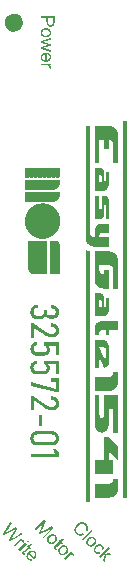
<source format=gto>
G04*
G04 #@! TF.GenerationSoftware,Altium Limited,Altium Designer,21.0.8 (223)*
G04*
G04 Layer_Color=65535*
%FSLAX25Y25*%
%MOIN*%
G70*
G04*
G04 #@! TF.SameCoordinates,A92B238D-CFD9-4CD7-8B95-F340C1F2EFB7*
G04*
G04*
G04 #@! TF.FilePolarity,Positive*
G04*
G01*
G75*
%ADD10C,0.03937*%
G36*
X30467Y124524D02*
X30504D01*
Y124512D01*
X30541D01*
Y124500D01*
X30577D01*
Y124487D01*
X30614D01*
Y124475D01*
X30651D01*
Y124463D01*
X30664D01*
Y124451D01*
X30676D01*
Y124463D01*
X30688D01*
Y124451D01*
X30701D01*
Y124438D01*
X30713D01*
Y124426D01*
X30725D01*
Y124438D01*
X30738D01*
Y124426D01*
X30750D01*
Y124414D01*
X30762D01*
Y124401D01*
X30774D01*
Y124414D01*
X30787D01*
Y124401D01*
X30799D01*
Y124389D01*
X30811D01*
Y124377D01*
X30824D01*
Y124389D01*
X30836D01*
Y124377D01*
X30848D01*
Y124364D01*
X30860D01*
Y124352D01*
X30873D01*
Y124364D01*
X30885D01*
Y124340D01*
X30910D01*
Y124327D01*
X30922D01*
Y124315D01*
X30934D01*
Y124303D01*
X30971D01*
Y124291D01*
X30983D01*
Y124278D01*
X30996D01*
Y124266D01*
X31008D01*
Y124254D01*
X31033D01*
Y124241D01*
X31057D01*
Y124217D01*
X31082D01*
Y124204D01*
X31094D01*
Y124192D01*
X31107D01*
Y124180D01*
X31119D01*
Y124168D01*
X31131D01*
Y124155D01*
X31144D01*
Y124143D01*
X31156D01*
Y124131D01*
X31168D01*
Y124118D01*
X31180D01*
Y124106D01*
X31193D01*
Y124094D01*
X31205D01*
Y124081D01*
X31217D01*
Y124069D01*
X31230D01*
Y124057D01*
X31242D01*
Y124045D01*
X31254D01*
Y124032D01*
X31266D01*
Y124020D01*
X31279D01*
Y124007D01*
X31291D01*
Y123995D01*
X31303D01*
Y123983D01*
X31316D01*
Y123971D01*
X31328D01*
Y123934D01*
X31353D01*
Y123909D01*
X31365D01*
Y123897D01*
X31377D01*
Y123884D01*
X31390D01*
Y123872D01*
X31402D01*
Y123835D01*
X31414D01*
Y123823D01*
X31427D01*
Y123811D01*
X31439D01*
Y123798D01*
X31451D01*
Y123761D01*
X31463D01*
Y123749D01*
X31476D01*
Y123737D01*
X31488D01*
Y123700D01*
X31500D01*
Y123688D01*
X31513D01*
Y123675D01*
X31525D01*
Y123638D01*
X31537D01*
Y123626D01*
X31550D01*
Y123589D01*
X31562D01*
Y123577D01*
X31574D01*
Y123540D01*
X31586D01*
Y123528D01*
X31599D01*
Y123491D01*
X31611D01*
Y123478D01*
X31623D01*
Y123442D01*
X31636D01*
Y123429D01*
X31623D01*
Y123417D01*
X31636D01*
Y123405D01*
X31648D01*
Y123380D01*
X31660D01*
Y123355D01*
X31673D01*
Y123319D01*
X31685D01*
Y123306D01*
X31697D01*
Y123269D01*
X31710D01*
Y123257D01*
X31697D01*
Y123245D01*
X31710D01*
Y123232D01*
X31722D01*
Y123196D01*
X31734D01*
Y123183D01*
X31722D01*
Y123171D01*
X31734D01*
Y123159D01*
X31746D01*
Y123122D01*
X31759D01*
Y123109D01*
X31746D01*
Y123097D01*
X31759D01*
Y123085D01*
X31771D01*
Y123048D01*
X31783D01*
Y123036D01*
X31771D01*
Y123023D01*
X31783D01*
Y123011D01*
X31796D01*
Y122949D01*
X31808D01*
Y122937D01*
X31820D01*
Y122925D01*
X31808D01*
Y122913D01*
X31820D01*
Y122876D01*
X31833D01*
Y122839D01*
X31845D01*
Y122826D01*
X31833D01*
Y122814D01*
X31845D01*
Y122777D01*
X31857D01*
Y122740D01*
X31869D01*
Y122679D01*
X31882D01*
Y122642D01*
X31894D01*
Y122580D01*
X31906D01*
Y122543D01*
X31919D01*
Y113291D01*
X28461D01*
Y124537D01*
X28474D01*
Y124524D01*
X28486D01*
Y124537D01*
X28498D01*
Y124524D01*
X28510D01*
Y124537D01*
X28523D01*
Y124524D01*
X28535D01*
Y124537D01*
X28547D01*
Y124524D01*
X28560D01*
Y124537D01*
X28572D01*
Y124524D01*
X28584D01*
Y124537D01*
X28597D01*
Y124524D01*
X28609D01*
Y124537D01*
X28621D01*
Y124524D01*
X28633D01*
Y124537D01*
X28646D01*
Y124524D01*
X28658D01*
Y124537D01*
X28670D01*
Y124524D01*
X28683D01*
Y124537D01*
X28695D01*
Y124524D01*
X28707D01*
Y124537D01*
X28720D01*
Y124524D01*
X28732D01*
Y124537D01*
X28744D01*
Y124524D01*
X28757D01*
Y124537D01*
X28769D01*
Y124524D01*
X28781D01*
Y124537D01*
X28793D01*
Y124524D01*
X28806D01*
Y124537D01*
X28818D01*
Y124524D01*
X28830D01*
Y124537D01*
X28843D01*
Y124524D01*
X28855D01*
Y124537D01*
X28867D01*
Y124524D01*
X28880D01*
Y124537D01*
X28892D01*
Y124524D01*
X28904D01*
Y124537D01*
X28916D01*
Y124524D01*
X28929D01*
Y124537D01*
X28941D01*
Y124524D01*
X28953D01*
Y124537D01*
X28966D01*
Y124524D01*
X28978D01*
Y124537D01*
X28990D01*
Y124524D01*
X29003D01*
Y124537D01*
X29015D01*
Y124524D01*
X29027D01*
Y124537D01*
X29040D01*
Y124524D01*
X29052D01*
Y124537D01*
X29064D01*
Y124524D01*
X29076D01*
Y124537D01*
X29089D01*
Y124524D01*
X29101D01*
Y124537D01*
X29113D01*
Y124524D01*
X29126D01*
Y124537D01*
X29138D01*
Y124524D01*
X29150D01*
Y124537D01*
X29163D01*
Y124524D01*
X29175D01*
Y124537D01*
X29187D01*
Y124524D01*
X29199D01*
Y124537D01*
X29212D01*
Y124524D01*
X29224D01*
Y124537D01*
X29236D01*
Y124524D01*
X29249D01*
Y124537D01*
X29261D01*
Y124524D01*
X29273D01*
Y124537D01*
X29286D01*
Y124524D01*
X29298D01*
Y124537D01*
X29310D01*
Y124524D01*
X29322D01*
Y124537D01*
X29335D01*
Y124524D01*
X29347D01*
Y124537D01*
X29359D01*
Y124524D01*
X29372D01*
Y124537D01*
X29384D01*
Y124524D01*
X29396D01*
Y124537D01*
X29409D01*
Y124524D01*
X29421D01*
Y124537D01*
X29433D01*
Y124524D01*
X29446D01*
Y124537D01*
X29458D01*
Y124524D01*
X29470D01*
Y124537D01*
X29482D01*
Y124524D01*
X29495D01*
Y124537D01*
X29507D01*
Y124524D01*
X29519D01*
Y124537D01*
X29532D01*
Y124524D01*
X29544D01*
Y124537D01*
X29556D01*
Y124524D01*
X29569D01*
Y124537D01*
X29581D01*
Y124524D01*
X29593D01*
Y124537D01*
X29605D01*
Y124524D01*
X29618D01*
Y124537D01*
X29630D01*
Y124524D01*
X29642D01*
Y124537D01*
X29655D01*
Y124524D01*
X29667D01*
Y124537D01*
X29679D01*
Y124524D01*
X29692D01*
Y124537D01*
X29704D01*
Y124524D01*
X29716D01*
Y124537D01*
X29729D01*
Y124524D01*
X29741D01*
Y124537D01*
X29753D01*
Y124524D01*
X29765D01*
Y124537D01*
X29778D01*
Y124524D01*
X29790D01*
Y124537D01*
X29802D01*
Y124524D01*
X29815D01*
Y124537D01*
X29827D01*
Y124524D01*
X29839D01*
Y124537D01*
X29852D01*
Y124524D01*
X29864D01*
Y124537D01*
X29876D01*
Y124524D01*
X29888D01*
Y124537D01*
X29901D01*
Y124524D01*
X29913D01*
Y124537D01*
X29925D01*
Y124524D01*
X29938D01*
Y124537D01*
X29950D01*
Y124524D01*
X29962D01*
Y124537D01*
X29975D01*
Y124524D01*
X29987D01*
Y124537D01*
X29999D01*
Y124524D01*
X30011D01*
Y124537D01*
X30024D01*
Y124524D01*
X30036D01*
Y124537D01*
X30048D01*
Y124524D01*
X30061D01*
Y124537D01*
X30073D01*
Y124524D01*
X30085D01*
Y124537D01*
X30098D01*
Y124524D01*
X30110D01*
Y124537D01*
X30122D01*
Y124524D01*
X30135D01*
Y124537D01*
X30147D01*
Y124524D01*
X30159D01*
Y124537D01*
X30171D01*
Y124524D01*
X30184D01*
Y124537D01*
X30196D01*
Y124524D01*
X30208D01*
Y124537D01*
X30221D01*
Y124524D01*
X30233D01*
Y124537D01*
X30245D01*
Y124524D01*
X30258D01*
Y124537D01*
X30270D01*
Y124524D01*
X30282D01*
Y124537D01*
X30294D01*
Y124524D01*
X30307D01*
Y124537D01*
X30319D01*
Y124524D01*
X30331D01*
Y124537D01*
X30344D01*
Y124524D01*
X30356D01*
Y124537D01*
X30368D01*
Y124524D01*
X30381D01*
Y124537D01*
X30393D01*
Y124524D01*
X30405D01*
Y124537D01*
X30418D01*
Y124524D01*
X30430D01*
Y124537D01*
X30442D01*
Y124524D01*
X30454D01*
Y124537D01*
X30467D01*
Y124524D01*
D02*
G37*
G36*
X27588D02*
X27600D01*
Y124512D01*
X27588D01*
Y124500D01*
X27600D01*
Y124487D01*
X27588D01*
Y124475D01*
X27600D01*
Y124463D01*
X27588D01*
Y124451D01*
X27600D01*
Y124438D01*
X27588D01*
Y124426D01*
X27600D01*
Y124414D01*
X27588D01*
Y124401D01*
X27600D01*
Y124389D01*
X27588D01*
Y124377D01*
X27600D01*
Y124364D01*
X27588D01*
Y124352D01*
X27600D01*
Y124340D01*
X27588D01*
Y124327D01*
X27600D01*
Y124315D01*
X27588D01*
Y124303D01*
X27600D01*
Y124291D01*
X27588D01*
Y124278D01*
X27600D01*
Y124266D01*
X27588D01*
Y124254D01*
X27600D01*
Y124241D01*
X27588D01*
Y124229D01*
X27600D01*
Y124217D01*
X27588D01*
Y124204D01*
X27600D01*
Y124192D01*
X27588D01*
Y124180D01*
X27600D01*
Y124168D01*
X27588D01*
Y124155D01*
X27600D01*
Y124143D01*
X27588D01*
Y124131D01*
X27600D01*
Y124118D01*
X27588D01*
Y124106D01*
X27600D01*
Y124094D01*
X27588D01*
Y124081D01*
X27600D01*
Y124069D01*
X27588D01*
Y124057D01*
X27600D01*
Y124045D01*
X27588D01*
Y124032D01*
X27600D01*
Y124020D01*
X27588D01*
Y124007D01*
X27600D01*
Y123995D01*
X27588D01*
Y123983D01*
X27600D01*
Y123971D01*
X27588D01*
Y123958D01*
X27600D01*
Y123946D01*
X27588D01*
Y123934D01*
X27600D01*
Y123921D01*
X27588D01*
Y123909D01*
X27600D01*
Y123897D01*
X27588D01*
Y123884D01*
X27600D01*
Y123872D01*
X27588D01*
Y123860D01*
X27600D01*
Y123848D01*
X27588D01*
Y123835D01*
X27600D01*
Y123823D01*
X27588D01*
Y123811D01*
X27600D01*
Y123798D01*
X27588D01*
Y123786D01*
X27600D01*
Y123774D01*
X27588D01*
Y123761D01*
X27600D01*
Y123749D01*
X27588D01*
Y123737D01*
X27600D01*
Y123724D01*
X27588D01*
Y123712D01*
X27600D01*
Y123700D01*
X27588D01*
Y123688D01*
X27600D01*
Y123675D01*
X27588D01*
Y123663D01*
X27600D01*
Y123651D01*
X27588D01*
Y123638D01*
X27600D01*
Y123626D01*
X27588D01*
Y123614D01*
X27600D01*
Y123601D01*
X27588D01*
Y123589D01*
X27600D01*
Y123577D01*
X27588D01*
Y123565D01*
X27600D01*
Y123552D01*
X27588D01*
Y123540D01*
X27600D01*
Y123528D01*
X27588D01*
Y123515D01*
X27600D01*
Y123503D01*
X27588D01*
Y123491D01*
X27600D01*
Y123478D01*
X27588D01*
Y123466D01*
X27600D01*
Y123454D01*
X27588D01*
Y123442D01*
X27600D01*
Y123429D01*
X27588D01*
Y123417D01*
X27600D01*
Y123405D01*
X27588D01*
Y123392D01*
X27600D01*
Y123380D01*
X27588D01*
Y123368D01*
X27600D01*
Y123355D01*
X27588D01*
Y123343D01*
X27600D01*
Y123331D01*
X27588D01*
Y123319D01*
X27600D01*
Y123306D01*
X27588D01*
Y123294D01*
X27600D01*
Y123282D01*
X27588D01*
Y123269D01*
X27600D01*
Y123257D01*
X27588D01*
Y123245D01*
X27600D01*
Y123232D01*
X27588D01*
Y123220D01*
X27600D01*
Y123208D01*
X27588D01*
Y123196D01*
X27600D01*
Y123183D01*
X27588D01*
Y123171D01*
X27600D01*
Y123159D01*
X27588D01*
Y123146D01*
X27600D01*
Y123134D01*
X27588D01*
Y123122D01*
X27600D01*
Y123109D01*
X27588D01*
Y123097D01*
X27600D01*
Y123085D01*
X27588D01*
Y123073D01*
X27600D01*
Y123060D01*
X27588D01*
Y123048D01*
X27600D01*
Y123036D01*
X27588D01*
Y123023D01*
X27600D01*
Y123011D01*
X27588D01*
Y122999D01*
X27600D01*
Y122986D01*
X27588D01*
Y122974D01*
X27600D01*
Y122962D01*
X27588D01*
Y122949D01*
X27600D01*
Y122937D01*
X27588D01*
Y122925D01*
X27600D01*
Y122913D01*
X27588D01*
Y122900D01*
X27600D01*
Y122888D01*
X27588D01*
Y122876D01*
X27600D01*
Y122863D01*
X27588D01*
Y122851D01*
X27600D01*
Y122839D01*
X27588D01*
Y122826D01*
X27600D01*
Y122814D01*
X27588D01*
Y122802D01*
X27600D01*
Y122790D01*
X27588D01*
Y122777D01*
X27600D01*
Y122765D01*
X27588D01*
Y122752D01*
X27600D01*
Y122740D01*
X27588D01*
Y122728D01*
X27600D01*
Y122716D01*
X27588D01*
Y122703D01*
X27600D01*
Y122691D01*
X27588D01*
Y122679D01*
X27600D01*
Y122666D01*
X27588D01*
Y122654D01*
X27600D01*
Y122642D01*
X27588D01*
Y122629D01*
X27600D01*
Y122617D01*
X27588D01*
Y122605D01*
X27600D01*
Y122593D01*
X27588D01*
Y122580D01*
X27600D01*
Y122568D01*
X27588D01*
Y122556D01*
X27600D01*
Y122543D01*
X27588D01*
Y122531D01*
X27600D01*
Y122519D01*
X27588D01*
Y122506D01*
X27600D01*
Y122494D01*
X27588D01*
Y122482D01*
X27600D01*
Y122470D01*
X27588D01*
Y122457D01*
X27600D01*
Y122445D01*
X27588D01*
Y122433D01*
X27600D01*
Y122420D01*
X27588D01*
Y122408D01*
X27600D01*
Y122396D01*
X27588D01*
Y122383D01*
X27600D01*
Y122371D01*
X27588D01*
Y122359D01*
X27600D01*
Y122346D01*
X27588D01*
Y122334D01*
X27600D01*
Y122322D01*
X27588D01*
Y122310D01*
X27600D01*
Y122297D01*
X27588D01*
Y122285D01*
X27600D01*
Y122273D01*
X27588D01*
Y122260D01*
X27600D01*
Y122248D01*
X27588D01*
Y122236D01*
X27600D01*
Y122223D01*
X27588D01*
Y122211D01*
X27600D01*
Y122199D01*
X27588D01*
Y122187D01*
X27600D01*
Y122174D01*
X27588D01*
Y122162D01*
X27600D01*
Y122150D01*
X27588D01*
Y122137D01*
X27600D01*
Y122125D01*
X27588D01*
Y122113D01*
X27600D01*
Y122100D01*
X27588D01*
Y122088D01*
X27600D01*
Y122076D01*
X27588D01*
Y122064D01*
X27600D01*
Y122051D01*
X27588D01*
Y122039D01*
X27600D01*
Y122027D01*
X27588D01*
Y122014D01*
X27600D01*
Y122002D01*
X27588D01*
Y121990D01*
X27600D01*
Y121977D01*
X27588D01*
Y121965D01*
X27600D01*
Y121953D01*
X27588D01*
Y121941D01*
X27600D01*
Y121928D01*
X27588D01*
Y121916D01*
X27600D01*
Y121904D01*
X27588D01*
Y121891D01*
X27600D01*
Y121879D01*
X27588D01*
Y121867D01*
X27600D01*
Y121854D01*
X27588D01*
Y121842D01*
X27600D01*
Y121830D01*
X27588D01*
Y121818D01*
X27600D01*
Y121805D01*
X27588D01*
Y121793D01*
X27600D01*
Y121781D01*
X27588D01*
Y121768D01*
X27600D01*
Y121756D01*
X27588D01*
Y121744D01*
X27600D01*
Y121731D01*
X27588D01*
Y121719D01*
X27600D01*
Y121707D01*
X27588D01*
Y121694D01*
X27600D01*
Y121682D01*
X27588D01*
Y121670D01*
X27600D01*
Y121658D01*
X27588D01*
Y121645D01*
X27600D01*
Y121633D01*
X27588D01*
Y121621D01*
X27600D01*
Y121608D01*
X27588D01*
Y121596D01*
X27600D01*
Y121584D01*
X27588D01*
Y121571D01*
X27600D01*
Y121559D01*
X27588D01*
Y121547D01*
X27600D01*
Y121535D01*
X27588D01*
Y121522D01*
X27600D01*
Y121510D01*
X27588D01*
Y121498D01*
X27600D01*
Y121485D01*
X27588D01*
Y121473D01*
X27600D01*
Y121461D01*
X27588D01*
Y121448D01*
X27600D01*
Y121436D01*
X27588D01*
Y121424D01*
X27600D01*
Y121411D01*
X27588D01*
Y121399D01*
X27600D01*
Y121387D01*
X27588D01*
Y121374D01*
X27600D01*
Y121362D01*
X27588D01*
Y121350D01*
X27600D01*
Y121338D01*
X27588D01*
Y121325D01*
X27600D01*
Y121313D01*
X27588D01*
Y121301D01*
X27600D01*
Y121288D01*
X27588D01*
Y121276D01*
X27600D01*
Y121264D01*
X27588D01*
Y121251D01*
X27600D01*
Y121239D01*
X27588D01*
Y121227D01*
X27600D01*
Y121215D01*
X27588D01*
Y121202D01*
X27600D01*
Y121190D01*
X27588D01*
Y121178D01*
X27600D01*
Y121165D01*
X27588D01*
Y121153D01*
X27600D01*
Y121141D01*
X27588D01*
Y121128D01*
X27600D01*
Y121116D01*
X27588D01*
Y121104D01*
X27600D01*
Y121092D01*
X27588D01*
Y121079D01*
X27600D01*
Y121067D01*
X27588D01*
Y121055D01*
X27600D01*
Y121042D01*
X27588D01*
Y121030D01*
X27600D01*
Y121018D01*
X27588D01*
Y121005D01*
X27600D01*
Y120993D01*
X27588D01*
Y120981D01*
X27600D01*
Y120968D01*
X27588D01*
Y120956D01*
X27600D01*
Y120944D01*
X27588D01*
Y120932D01*
X27600D01*
Y120919D01*
X27588D01*
Y120907D01*
X27600D01*
Y120895D01*
X27588D01*
Y120882D01*
X27600D01*
Y120870D01*
X27588D01*
Y120858D01*
X27600D01*
Y120845D01*
X27588D01*
Y120833D01*
X27600D01*
Y120821D01*
X27588D01*
Y120809D01*
X27600D01*
Y120796D01*
X27588D01*
Y120784D01*
X27600D01*
Y120772D01*
X27588D01*
Y120759D01*
X27600D01*
Y120747D01*
X27588D01*
Y120735D01*
X27600D01*
Y120722D01*
X27588D01*
Y120710D01*
X27600D01*
Y120698D01*
X27588D01*
Y120686D01*
X27600D01*
Y120673D01*
X27588D01*
Y120661D01*
X27600D01*
Y120649D01*
X27588D01*
Y120636D01*
X27600D01*
Y120624D01*
X27588D01*
Y120612D01*
X27600D01*
Y120599D01*
X27588D01*
Y120587D01*
X27600D01*
Y120575D01*
X27588D01*
Y120563D01*
X27600D01*
Y120550D01*
X27588D01*
Y120538D01*
X27600D01*
Y120526D01*
X27588D01*
Y120513D01*
X27600D01*
Y120501D01*
X27588D01*
Y120489D01*
X27600D01*
Y120476D01*
X27588D01*
Y120464D01*
X27600D01*
Y120452D01*
X27588D01*
Y120440D01*
X27600D01*
Y120427D01*
X27588D01*
Y120415D01*
X27600D01*
Y120403D01*
X27588D01*
Y120390D01*
X27600D01*
Y120378D01*
X27588D01*
Y120366D01*
X27600D01*
Y120353D01*
X27588D01*
Y120341D01*
X27600D01*
Y120329D01*
X27588D01*
Y120316D01*
X27600D01*
Y120304D01*
X27588D01*
Y120292D01*
X27600D01*
Y120280D01*
X27588D01*
Y120267D01*
X27600D01*
Y120255D01*
X27588D01*
Y120243D01*
X27600D01*
Y120230D01*
X27588D01*
Y120218D01*
X27600D01*
Y120206D01*
X27588D01*
Y120193D01*
X27600D01*
Y120181D01*
X27588D01*
Y120169D01*
X27600D01*
Y120157D01*
X27588D01*
Y120144D01*
X27600D01*
Y120132D01*
X27588D01*
Y120120D01*
X27600D01*
Y120107D01*
X27588D01*
Y120095D01*
X27600D01*
Y120083D01*
X27588D01*
Y120070D01*
X27600D01*
Y120058D01*
X27588D01*
Y120046D01*
X27600D01*
Y120033D01*
X27588D01*
Y120021D01*
X27600D01*
Y120009D01*
X27588D01*
Y119997D01*
X27600D01*
Y119984D01*
X27588D01*
Y119972D01*
X27600D01*
Y119960D01*
X27588D01*
Y119947D01*
X27600D01*
Y119935D01*
X27588D01*
Y119923D01*
X27600D01*
Y119910D01*
X27588D01*
Y119898D01*
X27600D01*
Y119886D01*
X27588D01*
Y119873D01*
X27600D01*
Y119861D01*
X27588D01*
Y119849D01*
X27600D01*
Y119837D01*
X27588D01*
Y119824D01*
X27600D01*
Y119812D01*
X27588D01*
Y119800D01*
X27600D01*
Y119787D01*
X27588D01*
Y119775D01*
X27600D01*
Y119763D01*
X27588D01*
Y119750D01*
X27600D01*
Y119738D01*
X27588D01*
Y119726D01*
X27600D01*
Y119713D01*
X27588D01*
Y119701D01*
X27600D01*
Y119689D01*
X27588D01*
Y119677D01*
X27600D01*
Y119664D01*
X27588D01*
Y119652D01*
X27600D01*
Y119640D01*
X27588D01*
Y119627D01*
X27600D01*
Y119615D01*
X27588D01*
Y119603D01*
X27600D01*
Y119590D01*
X27588D01*
Y119578D01*
X27600D01*
Y119566D01*
X27588D01*
Y119554D01*
X27600D01*
Y119541D01*
X27588D01*
Y119529D01*
X27600D01*
Y119517D01*
X27588D01*
Y119504D01*
X27600D01*
Y119492D01*
X27588D01*
Y119480D01*
X27600D01*
Y119467D01*
X27588D01*
Y119455D01*
X27600D01*
Y119443D01*
X27588D01*
Y119430D01*
X27600D01*
Y119418D01*
X27588D01*
Y119406D01*
X27600D01*
Y119394D01*
X27588D01*
Y119381D01*
X27600D01*
Y119369D01*
X27588D01*
Y119357D01*
X27600D01*
Y119344D01*
X27588D01*
Y119332D01*
X27600D01*
Y119320D01*
X27588D01*
Y119307D01*
X27600D01*
Y119295D01*
X27588D01*
Y119283D01*
X27600D01*
Y119271D01*
X27588D01*
Y119258D01*
X27600D01*
Y119246D01*
X27588D01*
Y119234D01*
X27600D01*
Y119221D01*
X27588D01*
Y119209D01*
X27600D01*
Y119197D01*
X27588D01*
Y119185D01*
X27600D01*
Y119172D01*
X27588D01*
Y119160D01*
X27600D01*
Y119148D01*
X27588D01*
Y119135D01*
X27600D01*
Y119123D01*
X27588D01*
Y119111D01*
X27600D01*
Y119098D01*
X27588D01*
Y119086D01*
X27600D01*
Y119074D01*
X27588D01*
Y119061D01*
X27600D01*
Y119049D01*
X27588D01*
Y119037D01*
X27600D01*
Y119025D01*
X27588D01*
Y119012D01*
X27600D01*
Y119000D01*
X27588D01*
Y118988D01*
X27600D01*
Y118975D01*
X27588D01*
Y118963D01*
X27600D01*
Y118951D01*
X27588D01*
Y118938D01*
X27600D01*
Y118926D01*
X27588D01*
Y118914D01*
X27600D01*
Y118902D01*
X27588D01*
Y118889D01*
X27600D01*
Y118877D01*
X27588D01*
Y118865D01*
X27600D01*
Y118852D01*
X27588D01*
Y118840D01*
X27600D01*
Y118828D01*
X27588D01*
Y118815D01*
X27600D01*
Y118803D01*
X27588D01*
Y118791D01*
X27600D01*
Y118778D01*
X27588D01*
Y118766D01*
X27600D01*
Y118754D01*
X27588D01*
Y118742D01*
X27600D01*
Y118729D01*
X27588D01*
Y118717D01*
X27600D01*
Y118705D01*
X27588D01*
Y118692D01*
X27600D01*
Y118680D01*
X27588D01*
Y118668D01*
X27600D01*
Y118655D01*
X27588D01*
Y118643D01*
X27600D01*
Y118631D01*
X27588D01*
Y118619D01*
X27600D01*
Y118606D01*
X27588D01*
Y118594D01*
X27600D01*
Y118582D01*
X27588D01*
Y118569D01*
X27600D01*
Y118557D01*
X27588D01*
Y118545D01*
X27600D01*
Y118532D01*
X27588D01*
Y118520D01*
X27600D01*
Y118508D01*
X27588D01*
Y118496D01*
X27600D01*
Y118483D01*
X27588D01*
Y118471D01*
X27600D01*
Y118458D01*
X27588D01*
Y118446D01*
X27600D01*
Y118434D01*
X27588D01*
Y118422D01*
X27600D01*
Y118409D01*
X27588D01*
Y118397D01*
X27600D01*
Y118385D01*
X27588D01*
Y118372D01*
X27600D01*
Y118360D01*
X27588D01*
Y118348D01*
X27600D01*
Y118335D01*
X27588D01*
Y118323D01*
X27600D01*
Y118311D01*
X27588D01*
Y118299D01*
X27600D01*
Y118286D01*
X27588D01*
Y118274D01*
X27600D01*
Y118262D01*
X27588D01*
Y118249D01*
X27600D01*
Y118237D01*
X27588D01*
Y118225D01*
X27600D01*
Y118212D01*
X27588D01*
Y118200D01*
X27600D01*
Y118188D01*
X27588D01*
Y118176D01*
X27600D01*
Y118163D01*
X27588D01*
Y118151D01*
X27600D01*
Y118139D01*
X27588D01*
Y118126D01*
X27600D01*
Y118114D01*
X27588D01*
Y118102D01*
X27600D01*
Y118089D01*
X27588D01*
Y118077D01*
X27600D01*
Y118065D01*
X27588D01*
Y118052D01*
X27600D01*
Y118040D01*
X27588D01*
Y118028D01*
X27600D01*
Y118016D01*
X27588D01*
Y118003D01*
X27600D01*
Y117991D01*
X27588D01*
Y117979D01*
X27600D01*
Y117966D01*
X27588D01*
Y117954D01*
X27600D01*
Y117942D01*
X27588D01*
Y117929D01*
X27600D01*
Y117917D01*
X27588D01*
Y117905D01*
X27600D01*
Y117893D01*
X27588D01*
Y117880D01*
X27600D01*
Y117868D01*
X27588D01*
Y117856D01*
X27600D01*
Y117843D01*
X27588D01*
Y117831D01*
X27600D01*
Y117819D01*
X27588D01*
Y117806D01*
X27600D01*
Y117794D01*
X27588D01*
Y117782D01*
X27600D01*
Y117770D01*
X27588D01*
Y117757D01*
X27600D01*
Y117745D01*
X27588D01*
Y117733D01*
X27600D01*
Y117720D01*
X27588D01*
Y117708D01*
X27600D01*
Y117696D01*
X27588D01*
Y117683D01*
X27600D01*
Y117671D01*
X27588D01*
Y117659D01*
X27600D01*
Y117647D01*
X27588D01*
Y117634D01*
X27600D01*
Y117622D01*
X27588D01*
Y117610D01*
X27600D01*
Y117597D01*
X27588D01*
Y117585D01*
X27600D01*
Y117573D01*
X27588D01*
Y117560D01*
X27600D01*
Y117548D01*
X27588D01*
Y117536D01*
X27600D01*
Y117524D01*
X27588D01*
Y117511D01*
X27600D01*
Y117499D01*
X27588D01*
Y117487D01*
X27600D01*
Y117474D01*
X27588D01*
Y117462D01*
X27600D01*
Y117450D01*
X27588D01*
Y117437D01*
X27600D01*
Y117425D01*
X27588D01*
Y117413D01*
X27600D01*
Y117400D01*
X27588D01*
Y117388D01*
X27600D01*
Y117376D01*
X27588D01*
Y117364D01*
X27600D01*
Y117351D01*
X27588D01*
Y117339D01*
X27600D01*
Y117327D01*
X27588D01*
Y117314D01*
X27600D01*
Y117302D01*
X27588D01*
Y117290D01*
X27600D01*
Y117277D01*
X27588D01*
Y117265D01*
X27600D01*
Y117253D01*
X27588D01*
Y117241D01*
X27600D01*
Y117228D01*
X27588D01*
Y117216D01*
X27600D01*
Y117204D01*
X27588D01*
Y117191D01*
X27600D01*
Y117179D01*
X27588D01*
Y117167D01*
X27600D01*
Y117154D01*
X27588D01*
Y117142D01*
X27600D01*
Y117130D01*
X27588D01*
Y117117D01*
X27600D01*
Y117105D01*
X27588D01*
Y117093D01*
X27600D01*
Y117080D01*
X27588D01*
Y117068D01*
X27600D01*
Y117056D01*
X27588D01*
Y117044D01*
X27600D01*
Y117031D01*
X27588D01*
Y117019D01*
X27600D01*
Y117007D01*
X27588D01*
Y116994D01*
X27600D01*
Y116982D01*
X27588D01*
Y116970D01*
X27600D01*
Y116957D01*
X27588D01*
Y116945D01*
X27600D01*
Y116933D01*
X27588D01*
Y116921D01*
X27600D01*
Y116908D01*
X27588D01*
Y116896D01*
X27600D01*
Y116884D01*
X27588D01*
Y116871D01*
X27600D01*
Y116859D01*
X27588D01*
Y116847D01*
X27600D01*
Y116834D01*
X27588D01*
Y116822D01*
X27600D01*
Y116810D01*
X27588D01*
Y116797D01*
X27600D01*
Y116785D01*
X27588D01*
Y116773D01*
X27600D01*
Y116761D01*
X27588D01*
Y116748D01*
X27600D01*
Y116736D01*
X27588D01*
Y116724D01*
X27600D01*
Y116711D01*
X27588D01*
Y116699D01*
X27600D01*
Y116687D01*
X27588D01*
Y116674D01*
X27600D01*
Y116662D01*
X27588D01*
Y116650D01*
X27600D01*
Y116638D01*
X27588D01*
Y116625D01*
X27600D01*
Y116613D01*
X27588D01*
Y116601D01*
X27600D01*
Y116588D01*
X27588D01*
Y116576D01*
X27600D01*
Y116564D01*
X27588D01*
Y116551D01*
X27600D01*
Y116539D01*
X27588D01*
Y116527D01*
X27600D01*
Y116515D01*
X27588D01*
Y116502D01*
X27600D01*
Y116490D01*
X27588D01*
Y116478D01*
X27600D01*
Y116465D01*
X27588D01*
Y116453D01*
X27600D01*
Y116441D01*
X27588D01*
Y116428D01*
X27600D01*
Y116416D01*
X27588D01*
Y116404D01*
X27600D01*
Y116392D01*
X27588D01*
Y116379D01*
X27600D01*
Y116367D01*
X27588D01*
Y116355D01*
X27600D01*
Y116342D01*
X27588D01*
Y116330D01*
X27600D01*
Y116318D01*
X27588D01*
Y116305D01*
X27600D01*
Y116293D01*
X27588D01*
Y116281D01*
X27600D01*
Y116269D01*
X27588D01*
Y116256D01*
X27600D01*
Y116244D01*
X27588D01*
Y116232D01*
X27600D01*
Y116219D01*
X27588D01*
Y116207D01*
X27600D01*
Y116195D01*
X27588D01*
Y116182D01*
X27600D01*
Y116170D01*
X27588D01*
Y116158D01*
X27600D01*
Y116145D01*
X27588D01*
Y116133D01*
X27600D01*
Y116121D01*
X27588D01*
Y116109D01*
X27600D01*
Y116096D01*
X27588D01*
Y116084D01*
X27600D01*
Y116072D01*
X27588D01*
Y116059D01*
X27600D01*
Y116047D01*
X27588D01*
Y116035D01*
X27600D01*
Y116022D01*
X27588D01*
Y116010D01*
X27600D01*
Y115998D01*
X27588D01*
Y115986D01*
X27600D01*
Y115973D01*
X27588D01*
Y115961D01*
X27600D01*
Y115949D01*
X27588D01*
Y115936D01*
X27600D01*
Y115924D01*
X27588D01*
Y115912D01*
X27600D01*
Y115899D01*
X27588D01*
Y115887D01*
X27600D01*
Y115875D01*
X27588D01*
Y115863D01*
X27600D01*
Y115850D01*
X27588D01*
Y115838D01*
X27600D01*
Y115825D01*
X27588D01*
Y115813D01*
X27600D01*
Y115801D01*
X27588D01*
Y115789D01*
X27600D01*
Y115776D01*
X27588D01*
Y115764D01*
X27600D01*
Y115752D01*
X27588D01*
Y115739D01*
X27600D01*
Y115727D01*
X27588D01*
Y115715D01*
X27600D01*
Y115702D01*
X27588D01*
Y115690D01*
X27600D01*
Y115678D01*
X27588D01*
Y115666D01*
X27600D01*
Y115653D01*
X27588D01*
Y115641D01*
X27600D01*
Y115629D01*
X27588D01*
Y115616D01*
X27600D01*
Y115604D01*
X27588D01*
Y115592D01*
X27600D01*
Y115579D01*
X27588D01*
Y115567D01*
X27600D01*
Y115555D01*
X27588D01*
Y115543D01*
X27600D01*
Y115530D01*
X27588D01*
Y115518D01*
X27600D01*
Y115506D01*
X27588D01*
Y115493D01*
X27600D01*
Y115481D01*
X27588D01*
Y115469D01*
X27600D01*
Y115456D01*
X27588D01*
Y115444D01*
X27600D01*
Y115432D01*
X27588D01*
Y115419D01*
X27600D01*
Y115407D01*
X27588D01*
Y115395D01*
X27600D01*
Y115383D01*
X27588D01*
Y115370D01*
X27600D01*
Y115358D01*
X27588D01*
Y115346D01*
X27600D01*
Y115333D01*
X27588D01*
Y115321D01*
X27600D01*
Y115309D01*
X27588D01*
Y115296D01*
X27600D01*
Y115284D01*
X27588D01*
Y115272D01*
X27600D01*
Y115260D01*
X27588D01*
Y115247D01*
X27600D01*
Y115235D01*
X27588D01*
Y115223D01*
X27600D01*
Y115210D01*
X27588D01*
Y115198D01*
X27600D01*
Y115186D01*
X27588D01*
Y115173D01*
X27600D01*
Y115161D01*
X27588D01*
Y115149D01*
X27600D01*
Y115137D01*
X27588D01*
Y115124D01*
X27600D01*
Y115112D01*
X27588D01*
Y115100D01*
X27600D01*
Y115087D01*
X27588D01*
Y115075D01*
X27600D01*
Y115063D01*
X27588D01*
Y115050D01*
X27600D01*
Y115038D01*
X27588D01*
Y115026D01*
X27600D01*
Y115014D01*
X27588D01*
Y115001D01*
X27600D01*
Y114989D01*
X27588D01*
Y114977D01*
X27600D01*
Y114964D01*
X27588D01*
Y114952D01*
X27600D01*
Y114940D01*
X27588D01*
Y114927D01*
X27600D01*
Y114915D01*
X27588D01*
Y114903D01*
X27600D01*
Y114891D01*
X27588D01*
Y114878D01*
X27600D01*
Y114866D01*
X27588D01*
Y114854D01*
X27600D01*
Y114841D01*
X27588D01*
Y114829D01*
X27600D01*
Y114817D01*
X27588D01*
Y114804D01*
X27600D01*
Y114792D01*
X27588D01*
Y114780D01*
X27600D01*
Y114767D01*
X27588D01*
Y114755D01*
X27600D01*
Y114743D01*
X27588D01*
Y114731D01*
X27600D01*
Y114718D01*
X27588D01*
Y114706D01*
X27600D01*
Y114694D01*
X27588D01*
Y114681D01*
X27600D01*
Y114669D01*
X27588D01*
Y114657D01*
X27600D01*
Y114644D01*
X27588D01*
Y114632D01*
X27600D01*
Y114620D01*
X27588D01*
Y114608D01*
X27600D01*
Y114595D01*
X27588D01*
Y114583D01*
X27600D01*
Y114571D01*
X27588D01*
Y114558D01*
X27600D01*
Y114546D01*
X27588D01*
Y114534D01*
X27600D01*
Y114521D01*
X27588D01*
Y114509D01*
X27600D01*
Y114497D01*
X27588D01*
Y114484D01*
X27600D01*
Y114472D01*
X27588D01*
Y114460D01*
X27600D01*
Y114447D01*
X27588D01*
Y114435D01*
X27600D01*
Y114423D01*
X27588D01*
Y114411D01*
X27600D01*
Y114398D01*
X27588D01*
Y114386D01*
X27600D01*
Y114374D01*
X27588D01*
Y114361D01*
X27600D01*
Y114349D01*
X27588D01*
Y114337D01*
X27600D01*
Y114324D01*
X27588D01*
Y114312D01*
X27600D01*
Y114300D01*
X27588D01*
Y114288D01*
X27600D01*
Y114275D01*
X27588D01*
Y114263D01*
X27600D01*
Y114251D01*
X27588D01*
Y114238D01*
X27600D01*
Y114226D01*
X27588D01*
Y114214D01*
X27600D01*
Y114201D01*
X27588D01*
Y114189D01*
X27600D01*
Y114177D01*
X27588D01*
Y114164D01*
X27600D01*
Y114152D01*
X27588D01*
Y114140D01*
X27600D01*
Y114128D01*
X27588D01*
Y114115D01*
X27600D01*
Y114103D01*
X27588D01*
Y114091D01*
X27600D01*
Y114078D01*
X27588D01*
Y114066D01*
X27600D01*
Y114054D01*
X27588D01*
Y114041D01*
X27600D01*
Y114029D01*
X27588D01*
Y114017D01*
X27600D01*
Y114005D01*
X27588D01*
Y113992D01*
X27600D01*
Y113980D01*
X27588D01*
Y113968D01*
X27600D01*
Y113955D01*
X27588D01*
Y113943D01*
X27600D01*
Y113931D01*
X27588D01*
Y113918D01*
X27600D01*
Y113906D01*
X27588D01*
Y113894D01*
X27600D01*
Y113882D01*
X27588D01*
Y113869D01*
X27600D01*
Y113857D01*
X27588D01*
Y113845D01*
X27600D01*
Y113832D01*
X27588D01*
Y113820D01*
X27600D01*
Y113808D01*
X27588D01*
Y113795D01*
X27600D01*
Y113783D01*
X27588D01*
Y113771D01*
X27600D01*
Y113759D01*
X27588D01*
Y113746D01*
X27600D01*
Y113734D01*
X27588D01*
Y113722D01*
X27600D01*
Y113709D01*
X27588D01*
Y113697D01*
X27600D01*
Y113685D01*
X27588D01*
Y113672D01*
X27600D01*
Y113660D01*
X27588D01*
Y113648D01*
X27600D01*
Y113636D01*
X27588D01*
Y113623D01*
X27600D01*
Y113611D01*
X27588D01*
Y113599D01*
X27600D01*
Y113586D01*
X27588D01*
Y113574D01*
X27600D01*
Y113562D01*
X27588D01*
Y113549D01*
X27600D01*
Y113537D01*
X27588D01*
Y113525D01*
X27600D01*
Y113512D01*
X27588D01*
Y113500D01*
X27600D01*
Y113488D01*
X27588D01*
Y113476D01*
X27600D01*
Y113463D01*
X27588D01*
Y113451D01*
X27600D01*
Y113439D01*
X27588D01*
Y113426D01*
X27600D01*
Y113414D01*
X27588D01*
Y113402D01*
X27600D01*
Y113389D01*
X27588D01*
Y113377D01*
X27600D01*
Y113365D01*
X27588D01*
Y113353D01*
X27600D01*
Y113340D01*
X27588D01*
Y113328D01*
X27600D01*
Y113316D01*
X27588D01*
Y113303D01*
X27600D01*
Y113291D01*
X22534D01*
Y113303D01*
X22497D01*
Y113316D01*
X22460D01*
Y113328D01*
X22423D01*
Y113340D01*
X22387D01*
Y113353D01*
X22374D01*
Y113365D01*
X22362D01*
Y113353D01*
X22350D01*
Y113365D01*
X22337D01*
Y113377D01*
X22300D01*
Y113389D01*
X22288D01*
Y113402D01*
X22251D01*
Y113414D01*
X22227D01*
Y113426D01*
X22202D01*
Y113439D01*
X22190D01*
Y113451D01*
X22177D01*
Y113463D01*
X22165D01*
Y113451D01*
X22153D01*
Y113463D01*
X22140D01*
Y113476D01*
X22128D01*
Y113488D01*
X22104D01*
Y113500D01*
X22079D01*
Y113512D01*
X22067D01*
Y113525D01*
X22054D01*
Y113537D01*
X22030D01*
Y113562D01*
X22017D01*
Y113549D01*
X22005D01*
Y113562D01*
X21993D01*
Y113574D01*
X21981D01*
Y113586D01*
X21968D01*
Y113599D01*
X21956D01*
Y113611D01*
X21944D01*
Y113623D01*
X21931D01*
Y113636D01*
X21907D01*
Y113660D01*
X21894D01*
Y113648D01*
X21882D01*
Y113672D01*
X21858D01*
Y113697D01*
X21833D01*
Y113722D01*
X21808D01*
Y113746D01*
X21784D01*
Y113771D01*
X21771D01*
Y113783D01*
X21759D01*
Y113808D01*
X21734D01*
Y113832D01*
X21722D01*
Y113845D01*
X21710D01*
Y113857D01*
X21698D01*
Y113869D01*
X21685D01*
Y113882D01*
X21673D01*
Y113894D01*
X21661D01*
Y113931D01*
X21648D01*
Y113943D01*
X21636D01*
Y113955D01*
X21624D01*
Y113968D01*
X21611D01*
Y113992D01*
X21599D01*
Y114005D01*
X21587D01*
Y114029D01*
X21575D01*
Y114041D01*
X21562D01*
Y114078D01*
X21550D01*
Y114091D01*
X21538D01*
Y114103D01*
X21525D01*
Y114128D01*
X21513D01*
Y114152D01*
X21501D01*
Y114164D01*
X21488D01*
Y114201D01*
X21476D01*
Y114214D01*
X21464D01*
Y114251D01*
X21452D01*
Y114263D01*
X21439D01*
Y114300D01*
X21427D01*
Y114312D01*
X21415D01*
Y114349D01*
X21402D01*
Y114361D01*
X21390D01*
Y114374D01*
X21402D01*
Y114386D01*
X21390D01*
Y114398D01*
X21378D01*
Y114435D01*
X21365D01*
Y114472D01*
X21353D01*
Y114484D01*
X21341D01*
Y114521D01*
X21328D01*
Y114534D01*
X21341D01*
Y114546D01*
X21328D01*
Y114558D01*
X21316D01*
Y114595D01*
X21304D01*
Y114608D01*
X21292D01*
Y114620D01*
X21304D01*
Y114632D01*
X21292D01*
Y114669D01*
X21279D01*
Y114681D01*
X21267D01*
Y114694D01*
X21279D01*
Y114706D01*
X21267D01*
Y114743D01*
X21255D01*
Y114755D01*
X21242D01*
Y114767D01*
X21255D01*
Y114780D01*
X21242D01*
Y114817D01*
X21230D01*
Y114854D01*
X21218D01*
Y114915D01*
X21205D01*
Y114927D01*
X21193D01*
Y114989D01*
X21181D01*
Y115026D01*
X21169D01*
Y115087D01*
X21156D01*
Y115100D01*
X21144D01*
Y115112D01*
X21156D01*
Y115100D01*
X21169D01*
Y115112D01*
X21156D01*
Y115124D01*
X21144D01*
Y115186D01*
X21132D01*
Y115223D01*
X21119D01*
Y115235D01*
X21132D01*
Y115247D01*
X21119D01*
Y115284D01*
X21107D01*
Y115296D01*
X21119D01*
Y115309D01*
X21107D01*
Y124524D01*
X21119D01*
Y124537D01*
X21132D01*
Y124524D01*
X21144D01*
Y124537D01*
X21156D01*
Y124524D01*
X21169D01*
Y124537D01*
X21181D01*
Y124524D01*
X21193D01*
Y124537D01*
X21205D01*
Y124524D01*
X21218D01*
Y124537D01*
X21230D01*
Y124524D01*
X21242D01*
Y124537D01*
X21255D01*
Y124524D01*
X21267D01*
Y124537D01*
X21279D01*
Y124524D01*
X21292D01*
Y124537D01*
X21304D01*
Y124524D01*
X21316D01*
Y124537D01*
X21328D01*
Y124524D01*
X21341D01*
Y124537D01*
X21353D01*
Y124524D01*
X21365D01*
Y124537D01*
X21378D01*
Y124524D01*
X21390D01*
Y124537D01*
X21402D01*
Y124524D01*
X21415D01*
Y124537D01*
X21427D01*
Y124524D01*
X21439D01*
Y124537D01*
X21452D01*
Y124524D01*
X21464D01*
Y124537D01*
X21476D01*
Y124524D01*
X21488D01*
Y124537D01*
X21501D01*
Y124524D01*
X21513D01*
Y124537D01*
X21525D01*
Y124524D01*
X21538D01*
Y124537D01*
X21550D01*
Y124524D01*
X21562D01*
Y124537D01*
X21575D01*
Y124524D01*
X21587D01*
Y124537D01*
X21599D01*
Y124524D01*
X21611D01*
Y124537D01*
X21624D01*
Y124524D01*
X21636D01*
Y124537D01*
X21648D01*
Y124524D01*
X21661D01*
Y124537D01*
X21673D01*
Y124524D01*
X21685D01*
Y124537D01*
X21698D01*
Y124524D01*
X21710D01*
Y124537D01*
X21722D01*
Y124524D01*
X21734D01*
Y124537D01*
X21747D01*
Y124524D01*
X21759D01*
Y124537D01*
X21771D01*
Y124524D01*
X21784D01*
Y124537D01*
X21796D01*
Y124524D01*
X21808D01*
Y124537D01*
X21821D01*
Y124524D01*
X21833D01*
Y124537D01*
X21845D01*
Y124524D01*
X21858D01*
Y124537D01*
X21870D01*
Y124524D01*
X21882D01*
Y124537D01*
X21894D01*
Y124524D01*
X21907D01*
Y124537D01*
X21919D01*
Y124524D01*
X21931D01*
Y124537D01*
X21944D01*
Y124524D01*
X21956D01*
Y124537D01*
X21968D01*
Y124524D01*
X21981D01*
Y124537D01*
X21993D01*
Y124524D01*
X22005D01*
Y124537D01*
X22017D01*
Y124524D01*
X22030D01*
Y124537D01*
X22042D01*
Y124524D01*
X22054D01*
Y124537D01*
X22067D01*
Y124524D01*
X22079D01*
Y124537D01*
X22091D01*
Y124524D01*
X22104D01*
Y124537D01*
X22116D01*
Y124524D01*
X22128D01*
Y124537D01*
X22140D01*
Y124524D01*
X22153D01*
Y124537D01*
X22165D01*
Y124524D01*
X22177D01*
Y124537D01*
X22190D01*
Y124524D01*
X22202D01*
Y124537D01*
X22214D01*
Y124524D01*
X22227D01*
Y124537D01*
X22239D01*
Y124524D01*
X22251D01*
Y124537D01*
X22264D01*
Y124524D01*
X22276D01*
Y124537D01*
X22288D01*
Y124524D01*
X22300D01*
Y124537D01*
X22313D01*
Y124524D01*
X22325D01*
Y124537D01*
X22337D01*
Y124524D01*
X22350D01*
Y124537D01*
X22362D01*
Y124524D01*
X22374D01*
Y124537D01*
X22387D01*
Y124524D01*
X22399D01*
Y124537D01*
X22411D01*
Y124524D01*
X22423D01*
Y124537D01*
X22436D01*
Y124524D01*
X22448D01*
Y124537D01*
X22460D01*
Y124524D01*
X22473D01*
Y124537D01*
X22485D01*
Y124524D01*
X22497D01*
Y124537D01*
X22510D01*
Y124524D01*
X22522D01*
Y124537D01*
X22534D01*
Y124524D01*
X22547D01*
Y124537D01*
X22559D01*
Y124524D01*
X22571D01*
Y124537D01*
X22583D01*
Y124524D01*
X22596D01*
Y124537D01*
X22608D01*
Y124524D01*
X22620D01*
Y124537D01*
X22633D01*
Y124524D01*
X22645D01*
Y124537D01*
X22657D01*
Y124524D01*
X22670D01*
Y124537D01*
X22682D01*
Y124524D01*
X22694D01*
Y124537D01*
X22706D01*
Y124524D01*
X22719D01*
Y124537D01*
X22731D01*
Y124524D01*
X22743D01*
Y124537D01*
X22756D01*
Y124524D01*
X22768D01*
Y124537D01*
X22780D01*
Y124524D01*
X22793D01*
Y124537D01*
X22805D01*
Y124524D01*
X22817D01*
Y124537D01*
X22830D01*
Y124524D01*
X22842D01*
Y124537D01*
X22854D01*
Y124524D01*
X22866D01*
Y124537D01*
X22879D01*
Y124524D01*
X22891D01*
Y124537D01*
X22903D01*
Y124524D01*
X22916D01*
Y124537D01*
X22928D01*
Y124524D01*
X22940D01*
Y124537D01*
X22953D01*
Y124524D01*
X22965D01*
Y124537D01*
X22977D01*
Y124524D01*
X22989D01*
Y124537D01*
X23002D01*
Y124524D01*
X23014D01*
Y124537D01*
X23026D01*
Y124524D01*
X23039D01*
Y124537D01*
X23051D01*
Y124524D01*
X23063D01*
Y124537D01*
X23076D01*
Y124524D01*
X23088D01*
Y124537D01*
X23100D01*
Y124524D01*
X23112D01*
Y124537D01*
X23125D01*
Y124524D01*
X23137D01*
Y124537D01*
X23149D01*
Y124524D01*
X23162D01*
Y124537D01*
X23174D01*
Y124524D01*
X23186D01*
Y124537D01*
X23199D01*
Y124524D01*
X23211D01*
Y124537D01*
X23223D01*
Y124524D01*
X23236D01*
Y124537D01*
X23248D01*
Y124524D01*
X23260D01*
Y124537D01*
X23272D01*
Y124524D01*
X23285D01*
Y124537D01*
X23297D01*
Y124524D01*
X23309D01*
Y124537D01*
X23322D01*
Y124524D01*
X23334D01*
Y124537D01*
X23346D01*
Y124524D01*
X23359D01*
Y124537D01*
X23371D01*
Y124524D01*
X23383D01*
Y124537D01*
X23395D01*
Y124524D01*
X23408D01*
Y124537D01*
X23420D01*
Y124524D01*
X23432D01*
Y124537D01*
X23445D01*
Y124524D01*
X23457D01*
Y124537D01*
X23469D01*
Y124524D01*
X23482D01*
Y124537D01*
X23494D01*
Y124524D01*
X23506D01*
Y124537D01*
X23519D01*
Y124524D01*
X23531D01*
Y124537D01*
X23543D01*
Y124524D01*
X23555D01*
Y124537D01*
X23568D01*
Y124524D01*
X23580D01*
Y124537D01*
X23592D01*
Y124524D01*
X23605D01*
Y124537D01*
X23617D01*
Y124524D01*
X23629D01*
Y124537D01*
X23642D01*
Y124524D01*
X23654D01*
Y124537D01*
X23666D01*
Y124524D01*
X23678D01*
Y124537D01*
X23691D01*
Y124524D01*
X23703D01*
Y124537D01*
X23715D01*
Y124524D01*
X23728D01*
Y124537D01*
X23740D01*
Y124524D01*
X23752D01*
Y124537D01*
X23765D01*
Y124524D01*
X23777D01*
Y124537D01*
X23789D01*
Y124524D01*
X23802D01*
Y124537D01*
X23814D01*
Y124524D01*
X23826D01*
Y124537D01*
X23839D01*
Y124524D01*
X23851D01*
Y124537D01*
X23863D01*
Y124524D01*
X23875D01*
Y124537D01*
X23888D01*
Y124524D01*
X23900D01*
Y124537D01*
X23912D01*
Y124524D01*
X23925D01*
Y124537D01*
X23937D01*
Y124524D01*
X23949D01*
Y124537D01*
X23961D01*
Y124524D01*
X23974D01*
Y124537D01*
X23986D01*
Y124524D01*
X23998D01*
Y124537D01*
X24011D01*
Y124524D01*
X24023D01*
Y124537D01*
X24035D01*
Y124524D01*
X24048D01*
Y124537D01*
X24060D01*
Y124524D01*
X24072D01*
Y124537D01*
X24084D01*
Y124524D01*
X24097D01*
Y124537D01*
X24109D01*
Y124524D01*
X24121D01*
Y124537D01*
X24134D01*
Y124524D01*
X24146D01*
Y124537D01*
X24158D01*
Y124524D01*
X24171D01*
Y124537D01*
X24183D01*
Y124524D01*
X24195D01*
Y124537D01*
X24208D01*
Y124524D01*
X24220D01*
Y124537D01*
X24232D01*
Y124524D01*
X24245D01*
Y124537D01*
X24257D01*
Y124524D01*
X24269D01*
Y124537D01*
X24281D01*
Y124524D01*
X24294D01*
Y124537D01*
X24306D01*
Y124524D01*
X24318D01*
Y124537D01*
X24331D01*
Y124524D01*
X24343D01*
Y124537D01*
X24355D01*
Y124524D01*
X24367D01*
Y124537D01*
X24380D01*
Y124524D01*
X24392D01*
Y124537D01*
X24404D01*
Y124524D01*
X24417D01*
Y124537D01*
X24429D01*
Y124524D01*
X24441D01*
Y124537D01*
X24463D01*
Y124524D01*
X24466D01*
Y124537D01*
X24487D01*
Y124524D01*
X24491D01*
Y124537D01*
X24512D01*
Y124524D01*
X24515D01*
Y124537D01*
X24536D01*
Y124524D01*
X24540D01*
Y124537D01*
X24561D01*
Y124524D01*
X24573D01*
Y124537D01*
X24586D01*
Y124524D01*
X24598D01*
Y124537D01*
X24610D01*
Y124524D01*
X24622D01*
Y124537D01*
X24635D01*
Y124524D01*
X24647D01*
Y124537D01*
X24659D01*
Y124524D01*
X24672D01*
Y124537D01*
X24684D01*
Y124524D01*
X24696D01*
Y124537D01*
X24709D01*
Y124524D01*
X24721D01*
Y124537D01*
X24733D01*
Y124524D01*
X24746D01*
Y124537D01*
X24758D01*
Y124524D01*
X24770D01*
Y124537D01*
X24782D01*
Y124524D01*
X24795D01*
Y124537D01*
X24807D01*
Y124524D01*
X24819D01*
Y124537D01*
X24832D01*
Y124524D01*
X24844D01*
Y124537D01*
X24856D01*
Y124524D01*
X24869D01*
Y124537D01*
X24881D01*
Y124524D01*
X24893D01*
Y124537D01*
X24905D01*
Y124524D01*
X24918D01*
Y124537D01*
X24930D01*
Y124524D01*
X24942D01*
Y124537D01*
X24955D01*
Y124524D01*
X24967D01*
Y124537D01*
X24979D01*
Y124524D01*
X24992D01*
Y124537D01*
X25004D01*
Y124524D01*
X25016D01*
Y124537D01*
X25028D01*
Y124524D01*
X25041D01*
Y124537D01*
X25053D01*
Y124524D01*
X25065D01*
Y124537D01*
X25078D01*
Y124524D01*
X25090D01*
Y124537D01*
X25102D01*
Y124524D01*
X25115D01*
Y124537D01*
X25127D01*
Y124524D01*
X25139D01*
Y124537D01*
X25152D01*
Y124524D01*
X25164D01*
Y124537D01*
X25176D01*
Y124524D01*
X25188D01*
Y124537D01*
X25201D01*
Y124524D01*
X25213D01*
Y124537D01*
X25225D01*
Y124524D01*
X25238D01*
Y124537D01*
X25250D01*
Y124524D01*
X25262D01*
Y124537D01*
X25275D01*
Y124524D01*
X25287D01*
Y124537D01*
X25299D01*
Y124524D01*
X25311D01*
Y124537D01*
X25324D01*
Y124524D01*
X25336D01*
Y124537D01*
X25348D01*
Y124524D01*
X25361D01*
Y124537D01*
X25373D01*
Y124524D01*
X25385D01*
Y124537D01*
X25398D01*
Y124524D01*
X25410D01*
Y124537D01*
X25422D01*
Y124524D01*
X25434D01*
Y124537D01*
X25447D01*
Y124524D01*
X25459D01*
Y124537D01*
X25471D01*
Y124524D01*
X25484D01*
Y124537D01*
X25496D01*
Y124524D01*
X25508D01*
Y124537D01*
X25521D01*
Y124524D01*
X25533D01*
Y124537D01*
X25545D01*
Y124524D01*
X25558D01*
Y124537D01*
X25570D01*
Y124524D01*
X25582D01*
Y124537D01*
X25594D01*
Y124524D01*
X25607D01*
Y124537D01*
X25619D01*
Y124524D01*
X25631D01*
Y124537D01*
X25644D01*
Y124524D01*
X25656D01*
Y124537D01*
X25668D01*
Y124524D01*
X25681D01*
Y124537D01*
X25693D01*
Y124524D01*
X25705D01*
Y124537D01*
X25717D01*
Y124524D01*
X25730D01*
Y124537D01*
X25742D01*
Y124524D01*
X25754D01*
Y124537D01*
X25767D01*
Y124524D01*
X25779D01*
Y124537D01*
X25791D01*
Y124524D01*
X25804D01*
Y124537D01*
X25816D01*
Y124524D01*
X25828D01*
Y124537D01*
X25841D01*
Y124524D01*
X25853D01*
Y124537D01*
X25865D01*
Y124524D01*
X25877D01*
Y124537D01*
X25890D01*
Y124524D01*
X25902D01*
Y124537D01*
X25914D01*
Y124524D01*
X25927D01*
Y124537D01*
X25939D01*
Y124524D01*
X25951D01*
Y124537D01*
X25964D01*
Y124524D01*
X25976D01*
Y124537D01*
X25988D01*
Y124524D01*
X26000D01*
Y124537D01*
X26013D01*
Y124524D01*
X26025D01*
Y124537D01*
X26037D01*
Y124524D01*
X26050D01*
Y124537D01*
X26062D01*
Y124524D01*
X26074D01*
Y124537D01*
X26087D01*
Y124524D01*
X26099D01*
Y124537D01*
X26111D01*
Y124524D01*
X26124D01*
Y124537D01*
X26136D01*
Y124524D01*
X26148D01*
Y124537D01*
X26160D01*
Y124524D01*
X26173D01*
Y124537D01*
X26185D01*
Y124524D01*
X26197D01*
Y124537D01*
X26210D01*
Y124524D01*
X26222D01*
Y124537D01*
X26234D01*
Y124524D01*
X26247D01*
Y124537D01*
X26259D01*
Y124524D01*
X26271D01*
Y124537D01*
X26283D01*
Y124524D01*
X26296D01*
Y124537D01*
X26308D01*
Y124524D01*
X26320D01*
Y124537D01*
X26333D01*
Y124524D01*
X26345D01*
Y124537D01*
X26357D01*
Y124524D01*
X26370D01*
Y124537D01*
X26382D01*
Y124524D01*
X26394D01*
Y124537D01*
X26406D01*
Y124524D01*
X26419D01*
Y124537D01*
X26431D01*
Y124524D01*
X26443D01*
Y124537D01*
X26456D01*
Y124524D01*
X26468D01*
Y124537D01*
X26480D01*
Y124524D01*
X26493D01*
Y124537D01*
X26505D01*
Y124524D01*
X26517D01*
Y124537D01*
X26530D01*
Y124524D01*
X26542D01*
Y124537D01*
X26554D01*
Y124524D01*
X26566D01*
Y124537D01*
X26579D01*
Y124524D01*
X26591D01*
Y124537D01*
X26603D01*
Y124524D01*
X26616D01*
Y124537D01*
X26628D01*
Y124524D01*
X26640D01*
Y124537D01*
X26653D01*
Y124524D01*
X26665D01*
Y124537D01*
X26677D01*
Y124524D01*
X26689D01*
Y124537D01*
X26702D01*
Y124524D01*
X26714D01*
Y124537D01*
X26726D01*
Y124524D01*
X26739D01*
Y124537D01*
X26751D01*
Y124524D01*
X26763D01*
Y124537D01*
X26776D01*
Y124524D01*
X26788D01*
Y124537D01*
X26800D01*
Y124524D01*
X26813D01*
Y124537D01*
X26825D01*
Y124524D01*
X26837D01*
Y124537D01*
X26849D01*
Y124524D01*
X26862D01*
Y124537D01*
X26874D01*
Y124524D01*
X26886D01*
Y124537D01*
X26899D01*
Y124524D01*
X26911D01*
Y124537D01*
X26923D01*
Y124524D01*
X26936D01*
Y124537D01*
X26948D01*
Y124524D01*
X26960D01*
Y124537D01*
X26972D01*
Y124524D01*
X26985D01*
Y124537D01*
X26997D01*
Y124524D01*
X27009D01*
Y124537D01*
X27022D01*
Y124524D01*
X27034D01*
Y124537D01*
X27046D01*
Y124524D01*
X27059D01*
Y124537D01*
X27071D01*
Y124524D01*
X27083D01*
Y124537D01*
X27096D01*
Y124524D01*
X27108D01*
Y124537D01*
X27120D01*
Y124524D01*
X27132D01*
Y124537D01*
X27145D01*
Y124524D01*
X27157D01*
Y124537D01*
X27169D01*
Y124524D01*
X27182D01*
Y124537D01*
X27194D01*
Y124524D01*
X27206D01*
Y124537D01*
X27219D01*
Y124524D01*
X27231D01*
Y124537D01*
X27243D01*
Y124524D01*
X27255D01*
Y124537D01*
X27268D01*
Y124524D01*
X27280D01*
Y124537D01*
X27292D01*
Y124524D01*
X27305D01*
Y124537D01*
X27317D01*
Y124524D01*
X27329D01*
Y124537D01*
X27342D01*
Y124524D01*
X27354D01*
Y124537D01*
X27366D01*
Y124524D01*
X27378D01*
Y124537D01*
X27391D01*
Y124524D01*
X27403D01*
Y124537D01*
X27415D01*
Y124524D01*
X27428D01*
Y124537D01*
X27440D01*
Y124524D01*
X27452D01*
Y124537D01*
X27465D01*
Y124524D01*
X27477D01*
Y124537D01*
X27489D01*
Y124524D01*
X27502D01*
Y124537D01*
X27514D01*
Y124524D01*
X27526D01*
Y124537D01*
X27538D01*
Y124524D01*
X27551D01*
Y124537D01*
X27563D01*
Y124524D01*
X27575D01*
Y124537D01*
X27588D01*
Y124524D01*
D02*
G37*
G36*
X31906Y130652D02*
Y130590D01*
X31894D01*
Y130578D01*
X31906D01*
Y130565D01*
X31894D01*
Y130553D01*
X31906D01*
Y130541D01*
X31894D01*
Y130405D01*
X31882D01*
Y130393D01*
X31894D01*
Y130381D01*
X31882D01*
Y130319D01*
X31869D01*
Y130307D01*
X31882D01*
Y130295D01*
X31869D01*
Y130282D01*
X31882D01*
Y130270D01*
X31869D01*
Y130184D01*
X31857D01*
Y130172D01*
X31869D01*
Y130159D01*
X31857D01*
Y130147D01*
X31845D01*
Y130135D01*
X31857D01*
Y130122D01*
X31845D01*
Y130110D01*
X31857D01*
Y130098D01*
X31845D01*
Y130036D01*
X31833D01*
Y130024D01*
X31845D01*
Y130012D01*
X31833D01*
Y129975D01*
X31820D01*
Y129889D01*
X31808D01*
Y129876D01*
X31820D01*
Y129864D01*
X31808D01*
Y129852D01*
X31796D01*
Y129840D01*
X31808D01*
Y129827D01*
X31796D01*
Y129766D01*
X31783D01*
Y129729D01*
X31771D01*
Y129667D01*
X31759D01*
Y129655D01*
X31771D01*
Y129643D01*
X31759D01*
Y129630D01*
X31746D01*
Y129618D01*
X31759D01*
Y129606D01*
X31746D01*
Y129569D01*
X31734D01*
Y129557D01*
X31746D01*
Y129544D01*
X31734D01*
Y129532D01*
X31722D01*
Y129470D01*
X31710D01*
Y129434D01*
X31697D01*
Y129421D01*
X31710D01*
Y129409D01*
X31697D01*
Y129372D01*
X31685D01*
Y129335D01*
X31673D01*
Y129298D01*
X31660D01*
Y129286D01*
X31673D01*
Y129273D01*
X31660D01*
Y129261D01*
X31648D01*
Y129224D01*
X31636D01*
Y129212D01*
X31648D01*
Y129200D01*
X31636D01*
Y129187D01*
X31623D01*
Y129150D01*
X31611D01*
Y129138D01*
X31623D01*
Y129126D01*
X31611D01*
Y129114D01*
X31599D01*
Y129077D01*
X31586D01*
Y129064D01*
X31599D01*
Y129052D01*
X31586D01*
Y129040D01*
X31574D01*
Y129003D01*
X31562D01*
Y128991D01*
X31574D01*
Y128978D01*
X31562D01*
Y128966D01*
X31550D01*
Y128929D01*
X31537D01*
Y128917D01*
X31525D01*
Y128904D01*
X31537D01*
Y128892D01*
X31525D01*
Y128855D01*
X31513D01*
Y128843D01*
X31500D01*
Y128806D01*
X31488D01*
Y128794D01*
X31476D01*
Y128781D01*
X31488D01*
Y128769D01*
X31476D01*
Y128732D01*
X31463D01*
Y128720D01*
X31451D01*
Y128683D01*
X31439D01*
Y128671D01*
X31427D01*
Y128634D01*
X31414D01*
Y128597D01*
X31402D01*
Y128585D01*
X31390D01*
Y128572D01*
X31402D01*
Y128560D01*
X31390D01*
Y128548D01*
X31377D01*
Y128511D01*
X31365D01*
Y128498D01*
X31353D01*
Y128462D01*
X31340D01*
Y128449D01*
X31328D01*
Y128412D01*
X31316D01*
Y128400D01*
X31303D01*
Y128363D01*
X31291D01*
Y128351D01*
X31279D01*
Y128314D01*
X31266D01*
Y128302D01*
X31254D01*
Y128265D01*
X31242D01*
Y128252D01*
X31230D01*
Y128215D01*
X31217D01*
Y128203D01*
X31205D01*
Y128191D01*
X31193D01*
Y128179D01*
X31205D01*
Y128166D01*
X31193D01*
Y128154D01*
X31180D01*
Y128142D01*
X31168D01*
Y128129D01*
X31156D01*
Y128092D01*
X31144D01*
Y128080D01*
X31131D01*
Y128043D01*
X31119D01*
Y128031D01*
X31107D01*
Y128006D01*
X31094D01*
Y127982D01*
X31082D01*
Y127969D01*
X31070D01*
Y127957D01*
X31057D01*
Y127920D01*
X31045D01*
Y127908D01*
X31033D01*
Y127883D01*
X31020D01*
Y127859D01*
X31008D01*
Y127846D01*
X30996D01*
Y127834D01*
X30983D01*
Y127797D01*
X30971D01*
Y127785D01*
X30959D01*
Y127772D01*
X30947D01*
Y127760D01*
X30934D01*
Y127723D01*
X30922D01*
Y127711D01*
X30910D01*
Y127699D01*
X30897D01*
Y127686D01*
X30885D01*
Y127649D01*
X30873D01*
Y127637D01*
X30860D01*
Y127625D01*
X30848D01*
Y127612D01*
X30836D01*
Y127588D01*
X30824D01*
X30811D01*
Y127551D01*
X30799D01*
Y127539D01*
X30787D01*
Y127526D01*
X30774D01*
Y127514D01*
X30762D01*
Y127477D01*
X30750D01*
Y127465D01*
X30738D01*
Y127453D01*
X30725D01*
Y127440D01*
X30713D01*
Y127428D01*
X30701D01*
Y127416D01*
X30688D01*
Y127391D01*
X30676D01*
Y127379D01*
X30664D01*
Y127354D01*
X30651D01*
Y127342D01*
X30639D01*
Y127330D01*
X30627D01*
Y127317D01*
X30614D01*
Y127305D01*
X30602D01*
Y127293D01*
X30590D01*
Y127256D01*
X30577D01*
X30565D01*
Y127231D01*
X30553D01*
Y127219D01*
X30541D01*
Y127207D01*
X30528D01*
Y127194D01*
X30516D01*
Y127182D01*
X30504D01*
Y127170D01*
X30491D01*
Y127157D01*
X30479D01*
Y127145D01*
X30467D01*
Y127120D01*
X30454D01*
X30442D01*
Y127096D01*
X30430D01*
Y127084D01*
X30418D01*
Y127059D01*
X30405D01*
X30393D01*
Y127034D01*
X30381D01*
Y127022D01*
X30368D01*
Y127010D01*
X30356D01*
Y126997D01*
X30344D01*
Y126985D01*
X30331D01*
Y126973D01*
X30319D01*
Y126960D01*
X30307D01*
Y126948D01*
X30294D01*
Y126936D01*
X30282D01*
Y126924D01*
X30270D01*
Y126911D01*
X30258D01*
Y126899D01*
X30245D01*
Y126887D01*
X30233D01*
Y126874D01*
X30221D01*
Y126862D01*
X30208D01*
Y126850D01*
X30196D01*
Y126837D01*
X30184D01*
Y126825D01*
X30171D01*
Y126813D01*
X30159D01*
Y126801D01*
X30147D01*
Y126788D01*
X30135D01*
Y126776D01*
X30122D01*
Y126764D01*
X30110D01*
Y126751D01*
X30098D01*
Y126739D01*
X30085D01*
Y126727D01*
X30073D01*
Y126714D01*
X30061D01*
Y126702D01*
X30048D01*
Y126690D01*
X30036D01*
Y126677D01*
X30024D01*
Y126665D01*
X30011D01*
Y126653D01*
X29999D01*
Y126640D01*
X29987D01*
Y126628D01*
X29975D01*
Y126616D01*
X29962D01*
X29950D01*
Y126591D01*
X29938D01*
X29925D01*
Y126579D01*
X29913D01*
X29901D01*
Y126554D01*
X29888D01*
X29876D01*
Y126542D01*
X29864D01*
Y126530D01*
X29852D01*
Y126517D01*
X29839D01*
Y126505D01*
X29827D01*
Y126493D01*
X29815D01*
Y126481D01*
X29802D01*
Y126468D01*
X29790D01*
Y126456D01*
X29778D01*
Y126444D01*
X29765D01*
X29753D01*
Y126419D01*
X29741D01*
Y126431D01*
X29729D01*
Y126419D01*
X29716D01*
Y126407D01*
X29704D01*
Y126394D01*
X29692D01*
Y126382D01*
X29679D01*
Y126370D01*
X29667D01*
Y126357D01*
X29655D01*
Y126345D01*
X29642D01*
X29630D01*
Y126333D01*
X29618D01*
X29605D01*
Y126321D01*
X29593D01*
Y126308D01*
X29581D01*
Y126296D01*
X29569D01*
Y126284D01*
X29556D01*
Y126271D01*
X29544D01*
X29532D01*
Y126259D01*
X29519D01*
X29507D01*
Y126247D01*
X29495D01*
Y126234D01*
X29482D01*
Y126222D01*
X29470D01*
Y126210D01*
X29458D01*
Y126198D01*
X29446D01*
Y126210D01*
X29433D01*
Y126185D01*
X29421D01*
X29409D01*
Y126173D01*
X29396D01*
Y126161D01*
X29384D01*
Y126148D01*
X29372D01*
X29359D01*
Y126136D01*
X29347D01*
X29335D01*
Y126124D01*
X29322D01*
Y126111D01*
X29310D01*
Y126099D01*
X29298D01*
X29286D01*
Y126087D01*
X29273D01*
X29261D01*
Y126075D01*
X29249D01*
Y126062D01*
X29236D01*
Y126050D01*
X29224D01*
X29212D01*
Y126025D01*
X29199D01*
Y126038D01*
X29187D01*
Y126025D01*
X29175D01*
Y126013D01*
X29163D01*
Y126001D01*
X29150D01*
X29138D01*
Y125988D01*
X29126D01*
X29113D01*
Y125976D01*
X29101D01*
Y125964D01*
X29089D01*
Y125952D01*
X29076D01*
Y125964D01*
X29064D01*
Y125952D01*
X29052D01*
Y125939D01*
X29040D01*
Y125927D01*
X29027D01*
Y125939D01*
X29015D01*
Y125915D01*
X29003D01*
X28990D01*
Y125902D01*
X28978D01*
Y125890D01*
X28966D01*
Y125878D01*
X28953D01*
Y125890D01*
X28941D01*
Y125878D01*
X28929D01*
Y125865D01*
X28916D01*
Y125853D01*
X28904D01*
Y125865D01*
X28892D01*
Y125853D01*
X28880D01*
Y125841D01*
X28867D01*
Y125829D01*
X28855D01*
X28843D01*
X28830D01*
Y125816D01*
X28818D01*
Y125804D01*
X28806D01*
X28793D01*
Y125792D01*
X28781D01*
X28769D01*
Y125779D01*
X28757D01*
Y125767D01*
X28744D01*
X28732D01*
X28720D01*
Y125755D01*
X28707D01*
Y125742D01*
X28695D01*
X28683D01*
X28670D01*
Y125730D01*
X28658D01*
Y125718D01*
X28646D01*
X28633D01*
X28621D01*
Y125705D01*
X28609D01*
Y125693D01*
X28597D01*
X28584D01*
X28572D01*
Y125681D01*
X28560D01*
Y125669D01*
X28547D01*
X28535D01*
X28523D01*
Y125656D01*
X28510D01*
X28498D01*
Y125644D01*
X28486D01*
X28474D01*
Y125632D01*
X28461D01*
X28449D01*
X28437D01*
Y125619D01*
X28424D01*
Y125607D01*
X28412D01*
X28400D01*
X28387D01*
Y125595D01*
X28375D01*
Y125582D01*
X28363D01*
Y125595D01*
X28350D01*
Y125582D01*
X28338D01*
Y125570D01*
X28326D01*
X28314D01*
X28301D01*
Y125558D01*
X28289D01*
X28277D01*
Y125546D01*
X28264D01*
X28252D01*
Y125533D01*
X28240D01*
Y125546D01*
X28227D01*
Y125533D01*
X28215D01*
Y125521D01*
X28203D01*
Y125509D01*
X28191D01*
Y125521D01*
X28178D01*
Y125509D01*
X28166D01*
X28154D01*
Y125496D01*
X28141D01*
X28129D01*
Y125484D01*
X28117D01*
Y125496D01*
X28104D01*
Y125484D01*
X28092D01*
Y125472D01*
X28080D01*
X28067D01*
X28055D01*
Y125459D01*
X28043D01*
X28031D01*
X28018D01*
Y125447D01*
X28006D01*
X27994D01*
X27981D01*
Y125435D01*
X27969D01*
X27957D01*
X27944D01*
Y125423D01*
X27932D01*
Y125410D01*
X27920D01*
Y125423D01*
X27908D01*
Y125410D01*
X27895D01*
X27883D01*
X27871D01*
Y125398D01*
X27858D01*
Y125385D01*
X27846D01*
Y125398D01*
X27834D01*
Y125385D01*
X27821D01*
X27809D01*
X27797D01*
Y125373D01*
X27785D01*
Y125361D01*
X27772D01*
Y125373D01*
X27760D01*
Y125361D01*
X27748D01*
X27735D01*
X27723D01*
Y125349D01*
X27711D01*
X27698D01*
X27686D01*
Y125336D01*
X27674D01*
X27661D01*
X27649D01*
X27637D01*
Y125324D01*
X27625D01*
X27612D01*
Y125312D01*
X27600D01*
Y125324D01*
X27588D01*
Y125312D01*
X27575D01*
X27563D01*
X27551D01*
Y125299D01*
X27538D01*
X27526D01*
X27514D01*
Y125287D01*
X27502D01*
Y125299D01*
X27489D01*
Y125287D01*
X27477D01*
X27465D01*
X27452D01*
Y125275D01*
X27440D01*
X27428D01*
X27415D01*
Y125262D01*
X27403D01*
Y125275D01*
X27391D01*
Y125262D01*
X27378D01*
X27366D01*
X27354D01*
Y125250D01*
X27342D01*
X27329D01*
X27317D01*
Y125238D01*
X27305D01*
Y125250D01*
X27292D01*
Y125238D01*
X27280D01*
X27268D01*
X27255D01*
X27243D01*
Y125226D01*
X27231D01*
X27219D01*
X27206D01*
X27194D01*
Y125213D01*
X27182D01*
Y125226D01*
X27169D01*
Y125213D01*
X27157D01*
X27145D01*
X27132D01*
Y125201D01*
X27120D01*
X27108D01*
X27096D01*
Y125189D01*
X27083D01*
Y125201D01*
X27071D01*
Y125189D01*
X27059D01*
Y125201D01*
X27046D01*
Y125189D01*
X27034D01*
X27022D01*
X27009D01*
X26997D01*
X26985D01*
Y125176D01*
X26972D01*
X26960D01*
X26948D01*
X26936D01*
X26923D01*
Y125164D01*
X26911D01*
Y125176D01*
X26899D01*
Y125164D01*
X26886D01*
Y125176D01*
X26874D01*
Y125164D01*
X26862D01*
X26849D01*
X26837D01*
X26825D01*
X26813D01*
Y125152D01*
X26800D01*
X26788D01*
X26776D01*
X26763D01*
X26751D01*
Y125139D01*
X26739D01*
Y125152D01*
X26726D01*
Y125139D01*
X26714D01*
Y125152D01*
X26702D01*
Y125139D01*
X26689D01*
X26677D01*
X26665D01*
X26653D01*
X26640D01*
Y125127D01*
X26628D01*
Y125139D01*
X26616D01*
Y125127D01*
X26603D01*
X26591D01*
X26579D01*
X26566D01*
X26554D01*
X26542D01*
X26530D01*
Y125115D01*
X26517D01*
Y125127D01*
X26505D01*
Y125115D01*
X26493D01*
Y125127D01*
X26480D01*
Y125115D01*
X26468D01*
Y125127D01*
X26456D01*
Y125115D01*
X26443D01*
Y125127D01*
X26431D01*
Y125115D01*
X26419D01*
X26406D01*
X26394D01*
X26382D01*
X26370D01*
X26357D01*
X26345D01*
X26333D01*
X26320D01*
Y125103D01*
X26308D01*
Y125115D01*
X26296D01*
Y125103D01*
X26283D01*
Y125115D01*
X26271D01*
Y125103D01*
X26259D01*
Y125115D01*
X26247D01*
Y125103D01*
X26234D01*
X26222D01*
X26210D01*
X26197D01*
X26185D01*
X26173D01*
X26160D01*
X26148D01*
X26136D01*
X26124D01*
X26111D01*
X26099D01*
X26087D01*
X26074D01*
X26062D01*
X26050D01*
X26037D01*
X26025D01*
X26013D01*
X26000D01*
X25988D01*
X25976D01*
X25964D01*
X25951D01*
X25939D01*
X25927D01*
X25914D01*
X25902D01*
X25890D01*
X25877D01*
X25865D01*
X25853D01*
X25841D01*
X25828D01*
X25816D01*
X25804D01*
X25791D01*
Y125115D01*
X25779D01*
Y125103D01*
X25767D01*
Y125115D01*
X25754D01*
Y125103D01*
X25742D01*
Y125115D01*
X25730D01*
Y125103D01*
X25717D01*
Y125115D01*
X25705D01*
X25693D01*
X25681D01*
X25668D01*
X25656D01*
X25644D01*
X25631D01*
X25619D01*
X25607D01*
Y125127D01*
X25594D01*
Y125115D01*
X25582D01*
Y125127D01*
X25570D01*
Y125115D01*
X25558D01*
Y125127D01*
X25545D01*
Y125115D01*
X25533D01*
Y125127D01*
X25521D01*
Y125115D01*
X25508D01*
Y125127D01*
X25496D01*
X25484D01*
X25471D01*
X25459D01*
X25447D01*
X25434D01*
X25422D01*
X25410D01*
X25398D01*
Y125139D01*
X25385D01*
X25373D01*
X25361D01*
X25348D01*
X25336D01*
Y125152D01*
X25324D01*
Y125139D01*
X25311D01*
Y125152D01*
X25299D01*
Y125139D01*
X25287D01*
Y125152D01*
X25275D01*
Y125139D01*
X25262D01*
Y125152D01*
X25250D01*
X25238D01*
X25225D01*
X25213D01*
X25201D01*
Y125164D01*
X25188D01*
X25176D01*
X25164D01*
X25152D01*
X25139D01*
Y125176D01*
X25127D01*
Y125164D01*
X25115D01*
Y125176D01*
X25102D01*
Y125164D01*
X25090D01*
Y125176D01*
X25078D01*
X25065D01*
X25053D01*
Y125189D01*
X25041D01*
X25028D01*
X25016D01*
X25004D01*
X24992D01*
Y125201D01*
X24979D01*
Y125189D01*
X24967D01*
Y125201D01*
X24955D01*
X24942D01*
X24930D01*
X24918D01*
X24905D01*
Y125213D01*
X24893D01*
X24881D01*
X24869D01*
Y125226D01*
X24856D01*
Y125213D01*
X24844D01*
Y125226D01*
X24832D01*
Y125213D01*
X24819D01*
Y125226D01*
X24807D01*
X24795D01*
X24782D01*
Y125238D01*
X24770D01*
X24758D01*
X24746D01*
Y125250D01*
X24733D01*
Y125238D01*
X24721D01*
Y125250D01*
X24709D01*
X24696D01*
X24684D01*
Y125262D01*
X24672D01*
X24659D01*
X24647D01*
X24635D01*
X24622D01*
Y125275D01*
X24610D01*
Y125262D01*
X24598D01*
Y125275D01*
X24586D01*
X24573D01*
X24561D01*
Y125287D01*
X24549D01*
Y125299D01*
X24536D01*
Y125287D01*
X24524D01*
Y125299D01*
X24512D01*
X24499D01*
X24487D01*
Y125312D01*
X24475D01*
X24463D01*
X24450D01*
Y125324D01*
X24438D01*
Y125312D01*
X24426D01*
Y125324D01*
X24413D01*
X24401D01*
X24389D01*
Y125336D01*
X24376D01*
X24364D01*
X24352D01*
Y125349D01*
X24340D01*
Y125336D01*
X24327D01*
Y125349D01*
X24315D01*
X24303D01*
X24290D01*
Y125361D01*
X24278D01*
Y125373D01*
X24266D01*
Y125361D01*
X24253D01*
Y125373D01*
X24241D01*
X24229D01*
X24216D01*
Y125385D01*
X24204D01*
Y125398D01*
X24192D01*
Y125385D01*
X24180D01*
Y125398D01*
X24167D01*
X24155D01*
X24143D01*
Y125410D01*
X24130D01*
Y125423D01*
X24118D01*
Y125410D01*
X24106D01*
Y125423D01*
X24093D01*
X24081D01*
X24069D01*
Y125435D01*
X24057D01*
Y125447D01*
X24044D01*
Y125435D01*
X24032D01*
Y125447D01*
X24020D01*
X24007D01*
X23995D01*
Y125459D01*
X23983D01*
Y125472D01*
X23970D01*
Y125459D01*
X23958D01*
Y125472D01*
X23946D01*
X23934D01*
Y125484D01*
X23921D01*
X23909D01*
Y125496D01*
X23897D01*
Y125484D01*
X23884D01*
Y125496D01*
X23872D01*
Y125509D01*
X23860D01*
X23847D01*
X23835D01*
Y125521D01*
X23823D01*
Y125533D01*
X23810D01*
X23798D01*
X23786D01*
Y125546D01*
X23774D01*
X23761D01*
X23749D01*
Y125558D01*
X23737D01*
Y125570D01*
X23724D01*
Y125558D01*
X23712D01*
Y125570D01*
X23700D01*
Y125582D01*
X23687D01*
X23675D01*
X23663D01*
Y125595D01*
X23651D01*
X23638D01*
Y125607D01*
X23626D01*
X23614D01*
Y125619D01*
X23601D01*
X23589D01*
X23577D01*
Y125632D01*
X23564D01*
Y125644D01*
X23552D01*
Y125632D01*
X23540D01*
Y125644D01*
X23528D01*
Y125656D01*
X23515D01*
Y125669D01*
X23503D01*
Y125656D01*
X23491D01*
Y125669D01*
X23478D01*
Y125681D01*
X23466D01*
Y125693D01*
X23454D01*
Y125681D01*
X23441D01*
Y125693D01*
X23429D01*
Y125705D01*
X23417D01*
X23404D01*
X23392D01*
Y125718D01*
X23380D01*
Y125730D01*
X23368D01*
Y125742D01*
X23355D01*
Y125730D01*
X23343D01*
Y125742D01*
X23331D01*
Y125755D01*
X23318D01*
X23306D01*
X23294D01*
Y125767D01*
X23281D01*
Y125779D01*
X23269D01*
Y125792D01*
X23257D01*
Y125779D01*
X23245D01*
Y125792D01*
X23232D01*
Y125804D01*
X23220D01*
Y125816D01*
X23208D01*
Y125804D01*
X23195D01*
Y125816D01*
X23183D01*
Y125829D01*
X23171D01*
Y125841D01*
X23158D01*
Y125829D01*
X23146D01*
Y125841D01*
X23134D01*
Y125853D01*
X23121D01*
Y125865D01*
X23109D01*
X23097D01*
Y125878D01*
X23085D01*
X23072D01*
Y125890D01*
X23060D01*
Y125902D01*
X23048D01*
Y125915D01*
X23035D01*
Y125902D01*
X23023D01*
Y125915D01*
X23011D01*
Y125927D01*
X22998D01*
Y125939D01*
X22986D01*
X22974D01*
Y125952D01*
X22962D01*
X22949D01*
Y125964D01*
X22937D01*
Y125976D01*
X22925D01*
Y125988D01*
X22912D01*
Y125976D01*
X22900D01*
Y125988D01*
X22888D01*
Y126001D01*
X22875D01*
Y126013D01*
X22863D01*
X22851D01*
Y126025D01*
X22839D01*
X22826D01*
Y126038D01*
X22814D01*
Y126050D01*
X22802D01*
Y126062D01*
X22789D01*
X22777D01*
Y126075D01*
X22765D01*
X22752D01*
Y126087D01*
X22740D01*
Y126099D01*
X22728D01*
Y126111D01*
X22715D01*
X22703D01*
Y126124D01*
X22691D01*
X22679D01*
Y126136D01*
X22666D01*
Y126148D01*
X22654D01*
Y126161D01*
X22642D01*
X22629D01*
Y126185D01*
X22617D01*
Y126173D01*
X22605D01*
Y126185D01*
X22592D01*
Y126198D01*
X22580D01*
Y126210D01*
X22568D01*
Y126222D01*
X22556D01*
Y126234D01*
X22543D01*
X22531D01*
X22519D01*
Y126247D01*
X22506D01*
Y126259D01*
X22494D01*
Y126271D01*
X22482D01*
Y126284D01*
X22469D01*
Y126296D01*
X22457D01*
Y126308D01*
X22445D01*
Y126296D01*
X22432D01*
Y126321D01*
X22420D01*
X22408D01*
Y126333D01*
X22396D01*
Y126345D01*
X22383D01*
Y126357D01*
X22371D01*
Y126370D01*
X22359D01*
Y126382D01*
X22346D01*
X22334D01*
Y126394D01*
X22322D01*
X22309D01*
Y126407D01*
X22297D01*
Y126419D01*
X22285D01*
Y126431D01*
X22273D01*
Y126444D01*
X22260D01*
Y126456D01*
X22248D01*
Y126468D01*
X22236D01*
Y126481D01*
X22223D01*
X22211D01*
Y126505D01*
X22199D01*
Y126493D01*
X22186D01*
Y126530D01*
X22174D01*
Y126517D01*
X22162D01*
Y126530D01*
X22149D01*
Y126542D01*
X22137D01*
Y126554D01*
X22125D01*
Y126567D01*
X22113D01*
Y126579D01*
X22100D01*
Y126591D01*
X22088D01*
Y126604D01*
X22076D01*
Y126616D01*
X22063D01*
Y126628D01*
X22051D01*
Y126640D01*
X22039D01*
Y126653D01*
X22026D01*
X22014D01*
Y126677D01*
X22002D01*
X21990D01*
Y126702D01*
X21977D01*
X21965D01*
Y126714D01*
X21953D01*
Y126727D01*
X21940D01*
Y126739D01*
X21928D01*
X21916D01*
Y126764D01*
X21903D01*
X21891D01*
Y126788D01*
X21879D01*
X21867D01*
Y126801D01*
X21854D01*
Y126813D01*
X21842D01*
Y126825D01*
X21830D01*
Y126837D01*
X21817D01*
Y126850D01*
X21805D01*
Y126862D01*
X21793D01*
Y126887D01*
X21780D01*
X21768D01*
Y126911D01*
X21756D01*
Y126924D01*
X21743D01*
Y126936D01*
X21731D01*
Y126948D01*
X21719D01*
Y126960D01*
X21707D01*
Y126973D01*
X21694D01*
Y126997D01*
X21682D01*
X21670D01*
Y127022D01*
X21657D01*
X21645D01*
Y127047D01*
X21633D01*
Y127059D01*
X21620D01*
Y127071D01*
X21608D01*
Y127084D01*
X21596D01*
Y127096D01*
X21584D01*
Y127108D01*
X21571D01*
Y127120D01*
X21559D01*
Y127133D01*
X21547D01*
Y127145D01*
X21534D01*
Y127157D01*
X21522D01*
Y127194D01*
X21510D01*
Y127182D01*
X21497D01*
Y127219D01*
X21485D01*
Y127231D01*
X21473D01*
Y127243D01*
X21460D01*
Y127256D01*
X21448D01*
Y127268D01*
X21436D01*
Y127280D01*
X21423D01*
Y127293D01*
X21411D01*
Y127305D01*
X21399D01*
Y127342D01*
X21387D01*
X21374D01*
Y127366D01*
X21362D01*
Y127379D01*
X21350D01*
Y127391D01*
X21337D01*
Y127403D01*
X21325D01*
Y127428D01*
X21313D01*
X21301D01*
Y127465D01*
X21288D01*
Y127477D01*
X21276D01*
Y127489D01*
X21264D01*
Y127502D01*
X21251D01*
Y127514D01*
X21239D01*
Y127539D01*
X21227D01*
Y127563D01*
X21214D01*
Y127576D01*
X21202D01*
Y127588D01*
X21190D01*
Y127600D01*
X21178D01*
Y127637D01*
X21165D01*
Y127649D01*
X21153D01*
Y127662D01*
X21140D01*
Y127674D01*
X21128D01*
Y127699D01*
X21116D01*
Y127723D01*
X21104D01*
Y127736D01*
X21091D01*
Y127748D01*
X21079D01*
Y127785D01*
X21067D01*
Y127797D01*
X21054D01*
Y127809D01*
X21042D01*
Y127822D01*
X21030D01*
Y127859D01*
X21017D01*
Y127871D01*
X21005D01*
Y127883D01*
X20993D01*
Y127895D01*
X20981D01*
Y127932D01*
X20968D01*
Y127945D01*
X20956D01*
Y127957D01*
X20944D01*
Y127982D01*
X20931D01*
Y128006D01*
X20919D01*
Y128019D01*
X20907D01*
Y128056D01*
X20895D01*
Y128068D01*
X20882D01*
Y128105D01*
X20870D01*
Y128117D01*
X20858D01*
Y128129D01*
X20845D01*
Y128142D01*
X20858D01*
Y128154D01*
X20845D01*
Y128142D01*
X20833D01*
Y128154D01*
X20845D01*
Y128166D01*
X20833D01*
Y128179D01*
X20821D01*
Y128191D01*
X20808D01*
Y128228D01*
X20796D01*
Y128240D01*
X20784D01*
Y128277D01*
X20771D01*
Y128289D01*
X20759D01*
Y128326D01*
X20747D01*
Y128338D01*
X20734D01*
Y128375D01*
X20722D01*
Y128388D01*
X20710D01*
Y128425D01*
X20698D01*
Y128437D01*
X20685D01*
Y128474D01*
X20673D01*
Y128486D01*
X20661D01*
Y128523D01*
X20648D01*
Y128535D01*
X20636D01*
Y128572D01*
X20624D01*
Y128609D01*
X20612D01*
Y128646D01*
X20599D01*
Y128658D01*
X20587D01*
Y128695D01*
X20575D01*
Y128708D01*
X20562D01*
Y128744D01*
X20550D01*
Y128781D01*
X20538D01*
Y128818D01*
X20525D01*
Y128831D01*
X20513D01*
Y128867D01*
X20501D01*
Y128880D01*
X20489D01*
Y128892D01*
X20501D01*
Y128904D01*
X20489D01*
Y128941D01*
X20476D01*
Y128954D01*
X20464D01*
Y128966D01*
X20476D01*
Y128978D01*
X20464D01*
Y128991D01*
X20451D01*
Y129003D01*
X20464D01*
Y129015D01*
X20451D01*
Y129027D01*
X20439D01*
Y129064D01*
X20427D01*
Y129101D01*
X20415D01*
Y129138D01*
X20402D01*
Y129175D01*
X20390D01*
Y129212D01*
X20378D01*
Y129249D01*
X20365D01*
Y129286D01*
X20353D01*
Y129298D01*
X20365D01*
Y129310D01*
X20353D01*
Y129323D01*
X20341D01*
Y129335D01*
X20353D01*
Y129347D01*
X20341D01*
Y129384D01*
X20328D01*
Y129421D01*
X20316D01*
Y129483D01*
X20304D01*
Y129495D01*
X20292D01*
Y129507D01*
X20304D01*
Y129520D01*
X20292D01*
Y129557D01*
X20279D01*
Y129569D01*
X20292D01*
Y129581D01*
X20279D01*
Y129593D01*
X20267D01*
Y129606D01*
X20279D01*
Y129618D01*
X20267D01*
Y129680D01*
X20255D01*
Y129717D01*
X20242D01*
Y129778D01*
X20230D01*
Y129790D01*
X20242D01*
Y129803D01*
X20230D01*
Y129815D01*
X20218D01*
Y129827D01*
X20230D01*
Y129840D01*
X20218D01*
Y129901D01*
X20206D01*
Y129913D01*
X20218D01*
Y129926D01*
X20206D01*
Y129938D01*
X20193D01*
Y129950D01*
X20206D01*
Y129963D01*
X20193D01*
Y130024D01*
X20181D01*
Y130036D01*
X20193D01*
Y130049D01*
X20181D01*
Y130086D01*
X20168D01*
Y130098D01*
X20181D01*
Y130110D01*
X20168D01*
Y130196D01*
X20156D01*
Y130209D01*
X20168D01*
Y130221D01*
X20156D01*
Y130258D01*
X20144D01*
Y130270D01*
X20156D01*
Y130282D01*
X20144D01*
Y130393D01*
X20132D01*
Y130405D01*
X20144D01*
Y130418D01*
X20132D01*
Y130430D01*
X20144D01*
Y130442D01*
X20132D01*
Y130504D01*
X20119D01*
Y130516D01*
X20132D01*
Y130528D01*
X20119D01*
Y130541D01*
X20132D01*
Y130553D01*
X20119D01*
Y130713D01*
X20107D01*
Y130725D01*
X20119D01*
Y130738D01*
X20107D01*
Y130750D01*
X20119D01*
Y130762D01*
X20107D01*
Y130775D01*
X20119D01*
Y130787D01*
X20107D01*
Y130799D01*
X20119D01*
Y130812D01*
X20107D01*
Y130824D01*
X20119D01*
Y130836D01*
X20107D01*
Y130848D01*
X20119D01*
Y130861D01*
X20107D01*
Y130873D01*
X20119D01*
Y130885D01*
X20107D01*
Y130898D01*
X20119D01*
Y130910D01*
X20107D01*
Y130947D01*
X20119D01*
Y130959D01*
X20107D01*
Y131045D01*
X20119D01*
Y131058D01*
X20107D01*
Y131095D01*
X20119D01*
Y131107D01*
X20107D01*
Y131144D01*
X20119D01*
Y131156D01*
X20107D01*
Y131168D01*
X20119D01*
Y131181D01*
X20107D01*
Y131193D01*
X20119D01*
Y131205D01*
X20107D01*
Y131218D01*
X20119D01*
Y131230D01*
X20107D01*
Y131242D01*
X20119D01*
Y131254D01*
X20107D01*
Y131267D01*
X20119D01*
Y131304D01*
X20107D01*
Y131316D01*
X20119D01*
Y131476D01*
X20132D01*
Y131488D01*
X20119D01*
Y131500D01*
X20132D01*
Y131513D01*
X20119D01*
Y131525D01*
X20132D01*
Y131562D01*
X20144D01*
Y131574D01*
X20132D01*
Y131587D01*
X20144D01*
Y131599D01*
X20132D01*
Y131611D01*
X20144D01*
Y131624D01*
X20132D01*
Y131636D01*
X20144D01*
Y131722D01*
X20156D01*
Y131734D01*
X20144D01*
Y131747D01*
X20156D01*
Y131783D01*
X20168D01*
Y131796D01*
X20156D01*
Y131808D01*
X20168D01*
Y131894D01*
X20181D01*
Y131906D01*
X20168D01*
Y131919D01*
X20181D01*
Y131956D01*
X20193D01*
Y131968D01*
X20181D01*
Y131980D01*
X20193D01*
Y132042D01*
X20206D01*
Y132054D01*
X20193D01*
Y132067D01*
X20206D01*
Y132079D01*
X20218D01*
Y132091D01*
X20206D01*
Y132079D01*
X20193D01*
Y132091D01*
X20206D01*
Y132103D01*
X20218D01*
Y132165D01*
X20230D01*
Y132177D01*
X20218D01*
Y132190D01*
X20230D01*
Y132226D01*
X20242D01*
Y132288D01*
X20255D01*
Y132300D01*
X20242D01*
Y132313D01*
X20255D01*
Y132325D01*
X20267D01*
Y132337D01*
X20255D01*
Y132350D01*
X20267D01*
Y132411D01*
X20279D01*
Y132448D01*
X20292D01*
Y132509D01*
X20304D01*
Y132522D01*
X20316D01*
Y132534D01*
X20304D01*
Y132546D01*
X20316D01*
Y132583D01*
X20328D01*
Y132596D01*
X20316D01*
Y132608D01*
X20328D01*
Y132620D01*
X20341D01*
Y132633D01*
X20328D01*
Y132645D01*
X20341D01*
Y132682D01*
X20353D01*
Y132719D01*
X20365D01*
Y132755D01*
X20378D01*
Y132792D01*
X20390D01*
Y132829D01*
X20402D01*
Y132842D01*
X20390D01*
Y132854D01*
X20402D01*
Y132866D01*
X20415D01*
Y132903D01*
X20427D01*
Y132915D01*
X20415D01*
Y132928D01*
X20427D01*
Y132940D01*
X20439D01*
Y132977D01*
X20451D01*
Y133014D01*
X20464D01*
Y133051D01*
X20476D01*
Y133088D01*
X20489D01*
Y133125D01*
X20501D01*
Y133137D01*
X20513D01*
Y133174D01*
X20525D01*
Y133186D01*
X20513D01*
Y133198D01*
X20525D01*
Y133211D01*
X20538D01*
Y133248D01*
X20550D01*
Y133260D01*
X20562D01*
Y133297D01*
X20575D01*
Y133334D01*
X20587D01*
Y133371D01*
X20599D01*
Y133383D01*
X20612D01*
Y133420D01*
X20624D01*
Y133432D01*
X20636D01*
Y133469D01*
X20648D01*
Y133481D01*
X20661D01*
Y133518D01*
X20673D01*
Y133531D01*
X20685D01*
Y133543D01*
X20673D01*
Y133555D01*
X20685D01*
Y133568D01*
X20698D01*
Y133592D01*
X20710D01*
Y133617D01*
X20722D01*
Y133629D01*
X20734D01*
Y133641D01*
X20722D01*
Y133654D01*
X20734D01*
Y133666D01*
X20747D01*
Y133703D01*
X20759D01*
Y133715D01*
X20771D01*
Y133728D01*
X20784D01*
Y133740D01*
X20771D01*
Y133752D01*
X20784D01*
Y133764D01*
X20796D01*
Y133777D01*
X20808D01*
Y133814D01*
X20821D01*
Y133826D01*
X20833D01*
Y133863D01*
X20845D01*
Y133875D01*
X20858D01*
Y133912D01*
X20870D01*
Y133924D01*
X20882D01*
Y133961D01*
X20895D01*
Y133974D01*
X20907D01*
Y133986D01*
X20919D01*
Y133998D01*
X20931D01*
Y134035D01*
X20944D01*
Y134047D01*
X20956D01*
Y134084D01*
X20968D01*
Y134097D01*
X20981D01*
Y134109D01*
X20993D01*
Y134121D01*
X21005D01*
Y134158D01*
X21017D01*
Y134170D01*
X21030D01*
Y134183D01*
X21042D01*
Y134195D01*
X21054D01*
Y134232D01*
X21067D01*
Y134244D01*
X21079D01*
Y134256D01*
X21091D01*
Y134281D01*
X21104D01*
Y134306D01*
X21116D01*
Y134318D01*
X21128D01*
Y134330D01*
X21140D01*
Y134343D01*
X21153D01*
Y134380D01*
X21165D01*
Y134392D01*
X21178D01*
Y134404D01*
X21190D01*
Y134416D01*
X21202D01*
Y134453D01*
X21214D01*
Y134466D01*
X21227D01*
Y134478D01*
X21239D01*
Y134490D01*
X21251D01*
Y134515D01*
X21264D01*
X21276D01*
Y134552D01*
X21288D01*
Y134564D01*
X21301D01*
Y134576D01*
X21313D01*
Y134589D01*
X21325D01*
Y134601D01*
X21337D01*
Y134613D01*
X21350D01*
Y134650D01*
X21362D01*
Y134663D01*
X21374D01*
Y134675D01*
X21387D01*
Y134687D01*
X21399D01*
Y134699D01*
X21411D01*
Y134712D01*
X21423D01*
Y134736D01*
X21436D01*
X21448D01*
Y134773D01*
X21460D01*
Y134786D01*
X21473D01*
Y134798D01*
X21485D01*
Y134810D01*
X21497D01*
Y134822D01*
X21510D01*
Y134835D01*
X21522D01*
Y134847D01*
X21534D01*
Y134859D01*
X21547D01*
Y134872D01*
X21559D01*
Y134884D01*
X21571D01*
Y134909D01*
X21584D01*
X21596D01*
Y134933D01*
X21608D01*
Y134946D01*
X21620D01*
Y134970D01*
X21633D01*
Y134983D01*
X21645D01*
Y134995D01*
X21657D01*
Y135007D01*
X21670D01*
Y135019D01*
X21682D01*
Y135032D01*
X21694D01*
Y135044D01*
X21707D01*
Y135056D01*
X21719D01*
Y135069D01*
X21731D01*
Y135081D01*
X21743D01*
Y135093D01*
X21756D01*
Y135106D01*
X21768D01*
Y135118D01*
X21780D01*
Y135130D01*
X21793D01*
Y135142D01*
X21805D01*
Y135155D01*
X21817D01*
Y135167D01*
X21830D01*
Y135179D01*
X21842D01*
Y135192D01*
X21854D01*
Y135204D01*
X21867D01*
Y135216D01*
X21879D01*
Y135229D01*
X21891D01*
Y135241D01*
X21903D01*
Y135253D01*
X21916D01*
Y135266D01*
X21928D01*
Y135278D01*
X21940D01*
Y135290D01*
X21953D01*
Y135302D01*
X21965D01*
Y135315D01*
X21977D01*
Y135327D01*
X21990D01*
Y135339D01*
X22002D01*
Y135352D01*
X22014D01*
Y135364D01*
X22026D01*
Y135376D01*
X22039D01*
Y135389D01*
X22051D01*
Y135401D01*
X22063D01*
Y135413D01*
X22076D01*
X22088D01*
Y135425D01*
X22100D01*
Y135438D01*
X22113D01*
Y135450D01*
X22125D01*
X22137D01*
Y135462D01*
X22149D01*
Y135475D01*
X22162D01*
Y135487D01*
X22174D01*
Y135499D01*
X22186D01*
Y135512D01*
X22199D01*
Y135524D01*
X22211D01*
Y135536D01*
X22223D01*
Y135548D01*
X22236D01*
Y135561D01*
X22248D01*
X22260D01*
Y135585D01*
X22273D01*
Y135573D01*
X22285D01*
Y135598D01*
X22297D01*
X22309D01*
Y135610D01*
X22322D01*
Y135622D01*
X22334D01*
Y135635D01*
X22346D01*
Y135647D01*
X22359D01*
Y135659D01*
X22371D01*
X22383D01*
Y135671D01*
X22396D01*
X22408D01*
Y135684D01*
X22420D01*
Y135696D01*
X22432D01*
Y135708D01*
X22445D01*
Y135721D01*
X22457D01*
Y135733D01*
X22469D01*
Y135745D01*
X22482D01*
Y135758D01*
X22494D01*
Y135745D01*
X22506D01*
Y135770D01*
X22519D01*
X22531D01*
Y135782D01*
X22543D01*
Y135794D01*
X22556D01*
Y135807D01*
X22568D01*
X22580D01*
Y135819D01*
X22592D01*
X22605D01*
Y135831D01*
X22617D01*
Y135844D01*
X22629D01*
Y135856D01*
X22642D01*
Y135868D01*
X22654D01*
Y135881D01*
X22666D01*
Y135868D01*
X22679D01*
Y135881D01*
X22691D01*
Y135893D01*
X22703D01*
Y135905D01*
X22715D01*
Y135918D01*
X22728D01*
Y135930D01*
X22740D01*
X22752D01*
X22765D01*
Y135942D01*
X22777D01*
Y135954D01*
X22789D01*
Y135967D01*
X22802D01*
Y135979D01*
X22814D01*
Y135967D01*
X22826D01*
Y135979D01*
X22839D01*
Y135991D01*
X22851D01*
Y136004D01*
X22863D01*
X22875D01*
Y136016D01*
X22888D01*
X22900D01*
Y136028D01*
X22912D01*
Y136041D01*
X22925D01*
Y136053D01*
X22937D01*
X22949D01*
Y136065D01*
X22962D01*
X22974D01*
Y136077D01*
X22986D01*
Y136090D01*
X22998D01*
X23011D01*
X23023D01*
Y136102D01*
X23035D01*
Y136114D01*
X23048D01*
Y136127D01*
X23060D01*
Y136114D01*
X23072D01*
Y136139D01*
X23085D01*
X23097D01*
Y136151D01*
X23109D01*
X23121D01*
Y136164D01*
X23134D01*
X23146D01*
Y136176D01*
X23158D01*
Y136188D01*
X23171D01*
Y136200D01*
X23183D01*
Y136188D01*
X23195D01*
Y136200D01*
X23208D01*
Y136213D01*
X23220D01*
Y136225D01*
X23232D01*
X23245D01*
X23257D01*
Y136238D01*
X23269D01*
Y136250D01*
X23281D01*
Y136238D01*
X23294D01*
Y136250D01*
X23306D01*
Y136262D01*
X23318D01*
Y136274D01*
X23331D01*
X23343D01*
X23355D01*
Y136287D01*
X23368D01*
Y136299D01*
X23380D01*
X23392D01*
X23404D01*
Y136311D01*
X23417D01*
Y136324D01*
X23429D01*
X23441D01*
X23454D01*
Y136336D01*
X23466D01*
Y136348D01*
X23478D01*
Y136336D01*
X23491D01*
Y136348D01*
X23503D01*
Y136361D01*
X23515D01*
Y136373D01*
X23528D01*
Y136361D01*
X23540D01*
Y136373D01*
X23552D01*
Y136385D01*
X23564D01*
Y136397D01*
X23577D01*
Y136385D01*
X23589D01*
Y136397D01*
X23601D01*
Y136410D01*
X23614D01*
X23626D01*
X23638D01*
Y136422D01*
X23651D01*
X23663D01*
Y136434D01*
X23675D01*
X23687D01*
Y136447D01*
X23700D01*
X23712D01*
X23724D01*
Y136459D01*
X23737D01*
Y136471D01*
X23749D01*
Y136459D01*
X23761D01*
Y136471D01*
X23774D01*
Y136484D01*
X23786D01*
X23798D01*
X23810D01*
Y136496D01*
X23823D01*
X23835D01*
Y136508D01*
X23847D01*
X23860D01*
Y136520D01*
X23872D01*
Y136508D01*
X23884D01*
Y136520D01*
X23897D01*
Y136533D01*
X23909D01*
X23921D01*
X23934D01*
Y136545D01*
X23946D01*
X23958D01*
X23970D01*
Y136557D01*
X23983D01*
Y136570D01*
X23995D01*
Y136557D01*
X24007D01*
Y136570D01*
X24020D01*
X24032D01*
X24044D01*
Y136582D01*
X24057D01*
Y136594D01*
X24069D01*
Y136582D01*
X24081D01*
Y136594D01*
X24093D01*
X24106D01*
X24118D01*
Y136607D01*
X24130D01*
Y136619D01*
X24143D01*
Y136607D01*
X24155D01*
Y136619D01*
X24167D01*
X24180D01*
X24192D01*
Y136631D01*
X24204D01*
Y136644D01*
X24216D01*
Y136631D01*
X24229D01*
Y136644D01*
X24241D01*
X24253D01*
X24266D01*
Y136656D01*
X24278D01*
Y136668D01*
X24290D01*
Y136656D01*
X24303D01*
Y136668D01*
X24315D01*
X24327D01*
X24340D01*
Y136680D01*
X24352D01*
X24364D01*
X24376D01*
Y136693D01*
X24389D01*
Y136680D01*
X24401D01*
Y136693D01*
X24413D01*
Y136705D01*
X24426D01*
X24438D01*
X24450D01*
X24463D01*
X24475D01*
Y136717D01*
X24487D01*
Y136705D01*
X24499D01*
Y136717D01*
X24512D01*
Y136730D01*
X24524D01*
X24536D01*
X24549D01*
Y136742D01*
X24561D01*
Y136730D01*
X24573D01*
Y136742D01*
X24586D01*
X24598D01*
X24610D01*
Y136754D01*
X24622D01*
X24635D01*
X24647D01*
Y136767D01*
X24659D01*
Y136754D01*
X24672D01*
Y136767D01*
X24684D01*
Y136754D01*
X24696D01*
Y136767D01*
X24709D01*
X24721D01*
X24733D01*
Y136779D01*
X24746D01*
X24758D01*
X24770D01*
Y136791D01*
X24782D01*
Y136779D01*
X24795D01*
Y136791D01*
X24807D01*
X24819D01*
X24832D01*
X24844D01*
X24856D01*
Y136803D01*
X24869D01*
Y136816D01*
X24881D01*
Y136803D01*
X24893D01*
Y136816D01*
X24905D01*
Y136803D01*
X24918D01*
Y136816D01*
X24930D01*
Y136803D01*
X24942D01*
Y136816D01*
X24955D01*
Y136828D01*
X24967D01*
Y136816D01*
X24979D01*
Y136828D01*
X24992D01*
X25004D01*
X25016D01*
Y136840D01*
X25028D01*
Y136828D01*
X25041D01*
Y136840D01*
X25053D01*
Y136828D01*
X25065D01*
Y136840D01*
X25078D01*
X25090D01*
X25102D01*
Y136853D01*
X25115D01*
X25127D01*
X25139D01*
X25152D01*
X25164D01*
Y136865D01*
X25176D01*
Y136853D01*
X25188D01*
Y136865D01*
X25201D01*
Y136853D01*
X25213D01*
Y136865D01*
X25225D01*
Y136853D01*
X25238D01*
Y136865D01*
X25250D01*
X25262D01*
X25275D01*
Y136877D01*
X25287D01*
Y136865D01*
X25299D01*
Y136877D01*
X25311D01*
X25324D01*
X25336D01*
X25348D01*
X25361D01*
X25373D01*
X25385D01*
Y136890D01*
X25398D01*
Y136877D01*
X25410D01*
Y136890D01*
X25422D01*
Y136877D01*
X25434D01*
Y136890D01*
X25447D01*
Y136877D01*
X25459D01*
Y136890D01*
X25471D01*
X25484D01*
X25496D01*
X25508D01*
X25521D01*
X25533D01*
X25545D01*
Y136902D01*
X25558D01*
X25570D01*
X25582D01*
X25594D01*
X25607D01*
X25619D01*
X25631D01*
X25644D01*
X25656D01*
Y136914D01*
X25668D01*
Y136902D01*
X25681D01*
Y136914D01*
X25693D01*
Y136902D01*
X25705D01*
Y136914D01*
X25717D01*
Y136902D01*
X25730D01*
Y136914D01*
X25742D01*
Y136902D01*
X25754D01*
Y136914D01*
X25767D01*
Y136902D01*
X25779D01*
Y136914D01*
X25791D01*
Y136902D01*
X25804D01*
Y136914D01*
X25816D01*
Y136902D01*
X25828D01*
Y136914D01*
X25841D01*
Y136902D01*
X25853D01*
Y136914D01*
X25865D01*
Y136902D01*
X25877D01*
Y136914D01*
X25890D01*
X25902D01*
X25914D01*
Y136902D01*
X25927D01*
Y136914D01*
X25939D01*
X25951D01*
X25964D01*
X25976D01*
X25988D01*
X26000D01*
X26013D01*
Y136902D01*
X26025D01*
Y136914D01*
X26037D01*
X26050D01*
X26062D01*
Y136902D01*
X26074D01*
Y136914D01*
X26087D01*
X26099D01*
X26111D01*
Y136902D01*
X26124D01*
Y136914D01*
X26136D01*
X26148D01*
X26160D01*
Y136902D01*
X26173D01*
Y136914D01*
X26185D01*
X26197D01*
X26210D01*
Y136902D01*
X26222D01*
Y136914D01*
X26234D01*
Y136902D01*
X26247D01*
Y136914D01*
X26259D01*
Y136902D01*
X26271D01*
Y136914D01*
X26283D01*
Y136902D01*
X26296D01*
Y136914D01*
X26308D01*
Y136902D01*
X26320D01*
Y136914D01*
X26333D01*
Y136902D01*
X26345D01*
Y136914D01*
X26357D01*
Y136902D01*
X26370D01*
X26382D01*
X26394D01*
X26406D01*
X26419D01*
X26431D01*
X26443D01*
X26456D01*
X26468D01*
Y136890D01*
X26480D01*
Y136902D01*
X26493D01*
Y136890D01*
X26505D01*
X26517D01*
X26530D01*
X26542D01*
X26554D01*
X26566D01*
X26579D01*
Y136877D01*
X26591D01*
Y136890D01*
X26603D01*
Y136877D01*
X26616D01*
Y136890D01*
X26628D01*
Y136877D01*
X26640D01*
Y136890D01*
X26653D01*
Y136877D01*
X26665D01*
X26677D01*
X26689D01*
X26702D01*
X26714D01*
Y136865D01*
X26726D01*
Y136877D01*
X26739D01*
Y136865D01*
X26751D01*
X26763D01*
X26776D01*
X26788D01*
X26800D01*
Y136853D01*
X26813D01*
Y136865D01*
X26825D01*
Y136853D01*
X26837D01*
Y136865D01*
X26849D01*
Y136853D01*
X26862D01*
X26874D01*
X26886D01*
X26899D01*
X26911D01*
Y136840D01*
X26923D01*
X26936D01*
X26948D01*
X26960D01*
X26972D01*
Y136828D01*
X26985D01*
Y136840D01*
X26997D01*
Y136828D01*
X27009D01*
X27022D01*
X27034D01*
X27046D01*
X27059D01*
Y136816D01*
X27071D01*
X27083D01*
X27096D01*
Y136803D01*
X27108D01*
Y136816D01*
X27120D01*
Y136803D01*
X27132D01*
Y136816D01*
X27145D01*
Y136803D01*
X27157D01*
X27169D01*
X27182D01*
Y136791D01*
X27194D01*
X27206D01*
X27219D01*
Y136779D01*
X27231D01*
Y136791D01*
X27243D01*
Y136779D01*
X27255D01*
Y136791D01*
X27268D01*
Y136779D01*
X27280D01*
X27292D01*
X27305D01*
Y136767D01*
X27317D01*
X27329D01*
X27342D01*
Y136754D01*
X27354D01*
Y136767D01*
X27366D01*
Y136754D01*
X27378D01*
X27391D01*
X27403D01*
Y136742D01*
X27415D01*
X27428D01*
X27440D01*
Y136730D01*
X27452D01*
Y136742D01*
X27465D01*
Y136730D01*
X27477D01*
X27489D01*
X27502D01*
Y136717D01*
X27514D01*
X27526D01*
X27538D01*
Y136705D01*
X27551D01*
Y136717D01*
X27563D01*
Y136705D01*
X27575D01*
X27588D01*
X27600D01*
Y136693D01*
X27612D01*
X27625D01*
X27637D01*
Y136680D01*
X27649D01*
Y136693D01*
X27661D01*
Y136680D01*
X27674D01*
Y136668D01*
X27686D01*
X27698D01*
X27711D01*
Y136656D01*
X27723D01*
Y136668D01*
X27735D01*
Y136656D01*
X27748D01*
X27760D01*
X27772D01*
Y136644D01*
X27785D01*
X27797D01*
X27809D01*
Y136631D01*
X27821D01*
X27834D01*
X27846D01*
Y136619D01*
X27858D01*
X27871D01*
X27883D01*
Y136607D01*
X27895D01*
X27908D01*
X27920D01*
Y136594D01*
X27932D01*
X27944D01*
X27957D01*
Y136582D01*
X27969D01*
X27981D01*
X27994D01*
Y136570D01*
X28006D01*
X28018D01*
X28031D01*
Y136557D01*
X28043D01*
Y136545D01*
X28055D01*
Y136557D01*
X28067D01*
Y136545D01*
X28080D01*
Y136533D01*
X28092D01*
Y136545D01*
X28104D01*
Y136533D01*
X28117D01*
Y136520D01*
X28129D01*
X28141D01*
X28154D01*
Y136508D01*
X28166D01*
Y136520D01*
X28178D01*
Y136508D01*
X28191D01*
Y136496D01*
X28203D01*
Y136484D01*
X28215D01*
Y136496D01*
X28227D01*
Y136484D01*
X28240D01*
Y136471D01*
X28252D01*
X28264D01*
X28277D01*
Y136459D01*
X28289D01*
X28301D01*
X28314D01*
Y136447D01*
X28326D01*
Y136434D01*
X28338D01*
Y136447D01*
X28350D01*
Y136434D01*
X28363D01*
Y136422D01*
X28375D01*
Y136410D01*
X28387D01*
Y136422D01*
X28400D01*
Y136410D01*
X28412D01*
Y136397D01*
X28424D01*
X28437D01*
X28449D01*
Y136385D01*
X28461D01*
X28474D01*
Y136373D01*
X28486D01*
X28498D01*
Y136361D01*
X28510D01*
X28523D01*
Y136348D01*
X28535D01*
X28547D01*
Y136336D01*
X28560D01*
X28572D01*
X28584D01*
Y136324D01*
X28597D01*
Y136311D01*
X28609D01*
X28621D01*
X28633D01*
Y136299D01*
X28646D01*
Y136287D01*
X28658D01*
X28670D01*
X28683D01*
Y136274D01*
X28695D01*
Y136262D01*
X28707D01*
Y136274D01*
X28720D01*
Y136250D01*
X28732D01*
X28744D01*
Y136238D01*
X28757D01*
X28769D01*
X28781D01*
Y136225D01*
X28793D01*
Y136213D01*
X28806D01*
X28818D01*
Y136200D01*
X28830D01*
X28843D01*
Y136188D01*
X28855D01*
Y136176D01*
X28867D01*
Y136164D01*
X28880D01*
Y136176D01*
X28892D01*
Y136164D01*
X28904D01*
Y136151D01*
X28916D01*
Y136139D01*
X28929D01*
Y136151D01*
X28941D01*
Y136139D01*
X28953D01*
Y136127D01*
X28966D01*
Y136114D01*
X28978D01*
X28990D01*
Y136102D01*
X29003D01*
X29015D01*
Y136090D01*
X29027D01*
Y136077D01*
X29040D01*
X29052D01*
X29064D01*
Y136065D01*
X29076D01*
Y136053D01*
X29089D01*
Y136041D01*
X29101D01*
X29113D01*
Y136028D01*
X29126D01*
X29138D01*
Y136016D01*
X29150D01*
Y136004D01*
X29163D01*
Y135991D01*
X29175D01*
Y136004D01*
X29187D01*
Y135991D01*
X29199D01*
Y135979D01*
X29212D01*
Y135967D01*
X29224D01*
Y135954D01*
X29236D01*
Y135942D01*
X29249D01*
Y135954D01*
X29261D01*
Y135942D01*
X29273D01*
Y135930D01*
X29286D01*
Y135918D01*
X29298D01*
X29310D01*
Y135905D01*
X29322D01*
X29335D01*
Y135893D01*
X29347D01*
Y135881D01*
X29359D01*
Y135868D01*
X29372D01*
Y135856D01*
X29384D01*
Y135844D01*
X29396D01*
X29409D01*
X29421D01*
Y135831D01*
X29433D01*
Y135819D01*
X29446D01*
Y135807D01*
X29458D01*
Y135794D01*
X29470D01*
X29482D01*
Y135782D01*
X29495D01*
X29507D01*
Y135770D01*
X29519D01*
Y135758D01*
X29532D01*
Y135745D01*
X29544D01*
Y135733D01*
X29556D01*
Y135721D01*
X29569D01*
X29581D01*
Y135708D01*
X29593D01*
X29605D01*
Y135696D01*
X29618D01*
Y135684D01*
X29630D01*
Y135671D01*
X29642D01*
Y135659D01*
X29655D01*
Y135647D01*
X29667D01*
X29679D01*
Y135635D01*
X29692D01*
X29704D01*
Y135610D01*
X29716D01*
X29729D01*
Y135598D01*
X29741D01*
Y135585D01*
X29753D01*
Y135573D01*
X29765D01*
Y135561D01*
X29778D01*
Y135548D01*
X29790D01*
Y135536D01*
X29802D01*
Y135524D01*
X29815D01*
X29827D01*
Y135512D01*
X29839D01*
X29852D01*
Y135487D01*
X29864D01*
X29876D01*
Y135475D01*
X29888D01*
Y135462D01*
X29901D01*
Y135450D01*
X29913D01*
Y135438D01*
X29925D01*
Y135425D01*
X29938D01*
Y135413D01*
X29950D01*
Y135401D01*
X29962D01*
Y135389D01*
X29975D01*
Y135376D01*
X29987D01*
X29999D01*
Y135352D01*
X30011D01*
X30024D01*
Y135327D01*
X30036D01*
Y135339D01*
X30048D01*
Y135302D01*
X30061D01*
Y135315D01*
X30073D01*
Y135290D01*
X30085D01*
X30098D01*
Y135266D01*
X30110D01*
X30122D01*
Y135241D01*
X30135D01*
X30147D01*
Y135216D01*
X30159D01*
X30171D01*
Y135192D01*
X30184D01*
X30196D01*
Y135167D01*
X30208D01*
X30221D01*
Y135142D01*
X30233D01*
X30245D01*
Y135118D01*
X30258D01*
X30270D01*
Y135093D01*
X30282D01*
X30294D01*
Y135069D01*
X30307D01*
X30319D01*
Y135044D01*
X30331D01*
X30344D01*
Y135007D01*
X30356D01*
X30368D01*
Y134983D01*
X30381D01*
X30393D01*
Y134958D01*
X30405D01*
Y134946D01*
X30418D01*
Y134933D01*
X30430D01*
Y134921D01*
X30442D01*
Y134909D01*
X30454D01*
Y134896D01*
X30467D01*
Y134884D01*
X30479D01*
Y134872D01*
X30491D01*
Y134847D01*
X30504D01*
X30516D01*
Y134810D01*
X30528D01*
X30541D01*
Y134786D01*
X30553D01*
Y134773D01*
X30565D01*
Y134761D01*
X30577D01*
Y134749D01*
X30590D01*
Y134736D01*
X30602D01*
Y134724D01*
X30614D01*
Y134699D01*
X30627D01*
X30639D01*
Y134663D01*
X30651D01*
Y134650D01*
X30664D01*
Y134638D01*
X30676D01*
Y134626D01*
X30688D01*
Y134613D01*
X30701D01*
Y134601D01*
X30713D01*
Y134564D01*
X30725D01*
Y134552D01*
X30738D01*
Y134539D01*
X30750D01*
Y134527D01*
X30762D01*
Y134515D01*
X30774D01*
Y134503D01*
X30787D01*
Y134466D01*
X30799D01*
Y134453D01*
X30811D01*
Y134441D01*
X30824D01*
Y134429D01*
X30836D01*
Y134392D01*
X30848D01*
X30860D01*
Y134367D01*
X30873D01*
Y134355D01*
X30885D01*
Y134343D01*
X30897D01*
Y134330D01*
X30910D01*
Y134293D01*
X30922D01*
Y134281D01*
X30934D01*
Y134269D01*
X30947D01*
Y134256D01*
X30934D01*
Y134244D01*
X30947D01*
X30959D01*
Y134220D01*
X30971D01*
Y134207D01*
X30983D01*
Y134195D01*
X30996D01*
Y134183D01*
X31008D01*
Y134146D01*
X31020D01*
Y134134D01*
X31033D01*
Y134097D01*
X31045D01*
Y134084D01*
X31057D01*
Y134072D01*
X31070D01*
Y134060D01*
X31082D01*
Y134023D01*
X31094D01*
Y134011D01*
X31107D01*
Y133998D01*
X31119D01*
Y133986D01*
X31107D01*
Y133974D01*
X31119D01*
Y133961D01*
X31131D01*
Y133949D01*
X31144D01*
Y133937D01*
X31156D01*
Y133900D01*
X31168D01*
Y133887D01*
X31180D01*
Y133851D01*
X31193D01*
Y133838D01*
X31205D01*
Y133801D01*
X31217D01*
Y133789D01*
X31230D01*
Y133752D01*
X31242D01*
Y133740D01*
X31254D01*
Y133715D01*
X31266D01*
X31279D01*
Y133703D01*
X31266D01*
Y133691D01*
X31279D01*
Y133678D01*
X31291D01*
Y133666D01*
X31279D01*
Y133654D01*
X31291D01*
Y133641D01*
X31303D01*
Y133629D01*
X31316D01*
Y133617D01*
X31328D01*
Y133605D01*
X31316D01*
Y133592D01*
X31328D01*
Y133580D01*
X31340D01*
Y133568D01*
X31328D01*
Y133555D01*
X31340D01*
Y133543D01*
X31353D01*
Y133518D01*
X31365D01*
Y133494D01*
X31377D01*
Y133457D01*
X31390D01*
Y133444D01*
X31402D01*
Y133408D01*
X31414D01*
Y133395D01*
X31427D01*
Y133358D01*
X31439D01*
Y133346D01*
X31451D01*
Y133334D01*
X31439D01*
Y133321D01*
X31451D01*
Y133309D01*
X31463D01*
Y133297D01*
X31451D01*
Y133285D01*
X31463D01*
Y133272D01*
X31476D01*
Y133235D01*
X31488D01*
Y133223D01*
X31500D01*
Y133211D01*
X31488D01*
Y133198D01*
X31500D01*
Y133186D01*
X31513D01*
Y133174D01*
X31525D01*
Y133161D01*
X31513D01*
Y133149D01*
X31525D01*
Y133112D01*
X31537D01*
Y133100D01*
X31550D01*
Y133088D01*
X31537D01*
Y133075D01*
X31550D01*
Y133063D01*
X31562D01*
Y133051D01*
X31550D01*
Y133038D01*
X31562D01*
Y133026D01*
X31574D01*
Y132989D01*
X31586D01*
Y132977D01*
X31574D01*
Y132965D01*
X31586D01*
Y132952D01*
X31599D01*
Y132915D01*
X31611D01*
Y132878D01*
X31623D01*
Y132842D01*
X31636D01*
Y132829D01*
X31623D01*
Y132817D01*
X31636D01*
Y132805D01*
X31648D01*
Y132768D01*
X31660D01*
Y132755D01*
X31648D01*
Y132743D01*
X31660D01*
Y132731D01*
X31673D01*
Y132669D01*
X31685D01*
Y132657D01*
X31697D01*
Y132645D01*
X31685D01*
Y132633D01*
X31697D01*
Y132596D01*
X31710D01*
Y132559D01*
X31722D01*
Y132497D01*
X31734D01*
Y132485D01*
X31722D01*
Y132473D01*
X31734D01*
Y132460D01*
X31746D01*
Y132399D01*
X31759D01*
Y132362D01*
X31771D01*
Y132300D01*
X31783D01*
Y132288D01*
X31771D01*
Y132276D01*
X31783D01*
Y132263D01*
X31796D01*
Y132251D01*
X31783D01*
Y132239D01*
X31796D01*
Y132177D01*
X31808D01*
Y132165D01*
X31796D01*
Y132153D01*
X31808D01*
Y132140D01*
X31820D01*
Y132128D01*
X31808D01*
Y132116D01*
X31820D01*
Y132054D01*
X31833D01*
Y132042D01*
X31820D01*
Y132030D01*
X31833D01*
Y131993D01*
X31845D01*
Y131980D01*
X31833D01*
Y131968D01*
X31845D01*
Y131906D01*
X31857D01*
Y131894D01*
X31845D01*
Y131882D01*
X31857D01*
Y131845D01*
X31869D01*
Y131833D01*
X31857D01*
Y131820D01*
X31869D01*
Y131710D01*
X31882D01*
Y131697D01*
X31869D01*
Y131685D01*
X31882D01*
Y131648D01*
X31894D01*
Y131636D01*
X31882D01*
Y131624D01*
X31894D01*
Y131611D01*
X31882D01*
Y131599D01*
X31894D01*
Y131488D01*
X31906D01*
Y131476D01*
X31894D01*
Y131464D01*
X31906D01*
Y131451D01*
X31894D01*
Y131439D01*
X31906D01*
Y131427D01*
X31894D01*
Y131414D01*
X31906D01*
Y131353D01*
X31919D01*
Y131341D01*
X31906D01*
Y131328D01*
X31919D01*
Y131316D01*
X31906D01*
Y131304D01*
X31919D01*
Y131291D01*
X31906D01*
Y131279D01*
X31919D01*
Y131267D01*
X31906D01*
Y131254D01*
X31919D01*
Y130775D01*
X31906D01*
Y130762D01*
X31919D01*
Y130750D01*
X31906D01*
Y130738D01*
X31919D01*
Y130725D01*
X31906D01*
Y130713D01*
X31919D01*
Y130701D01*
X31906D01*
Y130689D01*
X31919D01*
Y130676D01*
X31906D01*
Y130664D01*
X31919D01*
Y130652D01*
X31906D01*
D02*
G37*
G36*
Y139756D02*
Y139744D01*
X31894D01*
Y139732D01*
X31906D01*
Y139719D01*
X31894D01*
Y139682D01*
X31882D01*
Y139646D01*
X31869D01*
Y139609D01*
X31857D01*
Y139596D01*
X31869D01*
Y139584D01*
X31857D01*
Y139572D01*
X31845D01*
Y139559D01*
X31857D01*
Y139547D01*
X31845D01*
Y139510D01*
X31833D01*
Y139498D01*
X31820D01*
Y139486D01*
X31833D01*
Y139473D01*
X31820D01*
Y139436D01*
X31808D01*
Y139400D01*
X31796D01*
Y139363D01*
X31783D01*
Y139326D01*
X31771D01*
Y139289D01*
X31759D01*
Y139252D01*
X31746D01*
Y139215D01*
X31734D01*
Y139203D01*
X31722D01*
Y139141D01*
X31710D01*
Y139129D01*
X31697D01*
Y139092D01*
X31685D01*
Y139080D01*
X31673D01*
Y139067D01*
X31685D01*
Y139055D01*
X31673D01*
Y139043D01*
X31660D01*
Y139030D01*
X31673D01*
Y139018D01*
X31660D01*
Y139006D01*
X31648D01*
Y138969D01*
X31636D01*
Y138957D01*
X31623D01*
Y138920D01*
X31611D01*
Y138907D01*
X31599D01*
Y138895D01*
X31611D01*
Y138883D01*
X31599D01*
Y138871D01*
X31586D01*
Y138833D01*
X31574D01*
Y138809D01*
X31562D01*
Y138784D01*
X31550D01*
Y138772D01*
X31537D01*
Y138760D01*
X31550D01*
Y138747D01*
X31537D01*
Y138735D01*
X31525D01*
Y138710D01*
X31513D01*
Y138686D01*
X31500D01*
Y138674D01*
X31488D01*
Y138637D01*
X31476D01*
Y138624D01*
X31463D01*
Y138612D01*
X31451D01*
Y138575D01*
X31439D01*
Y138563D01*
X31427D01*
Y138526D01*
X31414D01*
Y138514D01*
X31402D01*
Y138501D01*
X31390D01*
Y138489D01*
X31377D01*
Y138464D01*
X31365D01*
Y138440D01*
X31353D01*
Y138427D01*
X31340D01*
Y138415D01*
X31328D01*
Y138378D01*
X31316D01*
Y138366D01*
X31303D01*
Y138354D01*
X31291D01*
Y138341D01*
X31279D01*
Y138329D01*
X31266D01*
Y138317D01*
X31254D01*
Y138292D01*
X31242D01*
X31230D01*
Y138255D01*
X31217D01*
Y138243D01*
X31205D01*
Y138231D01*
X31193D01*
Y138218D01*
X31180D01*
Y138206D01*
X31168D01*
Y138194D01*
X31156D01*
Y138181D01*
X31144D01*
Y138169D01*
X31131D01*
Y138157D01*
X31119D01*
Y138145D01*
X31107D01*
Y138132D01*
X31094D01*
Y138120D01*
X31082D01*
Y138108D01*
X31070D01*
Y138095D01*
X31057D01*
Y138083D01*
X31045D01*
Y138071D01*
X31033D01*
Y138058D01*
X31020D01*
Y138046D01*
X31008D01*
Y138034D01*
X30996D01*
Y138022D01*
X30983D01*
Y138009D01*
X30971D01*
Y137997D01*
X30959D01*
Y137985D01*
X30947D01*
X30934D01*
Y137960D01*
X30922D01*
X30910D01*
Y137948D01*
X30897D01*
X30885D01*
Y137935D01*
X30873D01*
Y137923D01*
X30860D01*
Y137911D01*
X30848D01*
Y137899D01*
X30836D01*
Y137886D01*
X30824D01*
X30811D01*
Y137874D01*
X30799D01*
X30787D01*
Y137862D01*
X30774D01*
Y137849D01*
X30762D01*
Y137837D01*
X30750D01*
X30738D01*
Y137825D01*
X30725D01*
X30713D01*
Y137812D01*
X30701D01*
Y137800D01*
X30688D01*
Y137788D01*
X30676D01*
X30664D01*
X30651D01*
Y137775D01*
X30639D01*
Y137763D01*
X30627D01*
X30614D01*
Y137751D01*
X30602D01*
X30590D01*
Y137739D01*
X30577D01*
Y137726D01*
X30565D01*
Y137714D01*
X30553D01*
Y137726D01*
X30541D01*
Y137714D01*
X30528D01*
Y137702D01*
X30516D01*
X30504D01*
X30491D01*
Y137689D01*
X30479D01*
Y137677D01*
X30467D01*
X30454D01*
X30442D01*
Y137665D01*
X30430D01*
X30418D01*
Y137652D01*
X30405D01*
X30393D01*
Y137640D01*
X30381D01*
X30368D01*
X30356D01*
Y137628D01*
X30344D01*
Y137616D01*
X30331D01*
Y137628D01*
X30319D01*
Y137616D01*
X30307D01*
Y137603D01*
X30294D01*
X30282D01*
X30270D01*
Y137591D01*
X30258D01*
Y137603D01*
X30245D01*
Y137591D01*
X30233D01*
Y137579D01*
X30221D01*
X30208D01*
X30196D01*
Y137566D01*
X30184D01*
X30171D01*
X30159D01*
Y137554D01*
X30147D01*
X30135D01*
X30122D01*
Y137542D01*
X30110D01*
Y137554D01*
X30098D01*
Y137542D01*
X30085D01*
Y137529D01*
X30073D01*
Y137542D01*
X30061D01*
Y137529D01*
X30048D01*
Y137517D01*
X30036D01*
Y137529D01*
X30024D01*
Y137517D01*
X30011D01*
X29999D01*
X29987D01*
Y137505D01*
X29975D01*
X29962D01*
X29950D01*
Y137492D01*
X29938D01*
Y137505D01*
X29925D01*
Y137492D01*
X29913D01*
X29901D01*
X29888D01*
X29876D01*
X29864D01*
X29852D01*
X29839D01*
X29827D01*
X29815D01*
X29802D01*
X29790D01*
X29778D01*
X29765D01*
X29753D01*
X29741D01*
X29729D01*
X29716D01*
X29704D01*
X29692D01*
X29679D01*
X29667D01*
X29655D01*
X29642D01*
X29630D01*
X29618D01*
X29605D01*
X29593D01*
X29581D01*
X29569D01*
X29556D01*
X29544D01*
X29532D01*
X29519D01*
X29507D01*
X29495D01*
X29482D01*
X29470D01*
X29458D01*
X29446D01*
X29433D01*
X29421D01*
X29409D01*
X29396D01*
X29384D01*
X29372D01*
X29359D01*
X29347D01*
X29335D01*
X29322D01*
X29310D01*
X29298D01*
X29286D01*
X29273D01*
X29261D01*
X29249D01*
X29236D01*
X29224D01*
X29212D01*
X29199D01*
X29187D01*
X29175D01*
X29163D01*
X29150D01*
X29138D01*
X29126D01*
X29113D01*
X29101D01*
X29089D01*
X29076D01*
X29064D01*
X29052D01*
X29040D01*
X29027D01*
X29015D01*
X29003D01*
X28990D01*
X28978D01*
X28966D01*
X28953D01*
X28941D01*
X28929D01*
X28916D01*
X28904D01*
X28892D01*
X28880D01*
X28867D01*
X28855D01*
X28843D01*
X28830D01*
X28818D01*
X28806D01*
X28793D01*
X28781D01*
X28769D01*
X28757D01*
X28744D01*
X28732D01*
X28720D01*
X28707D01*
X28695D01*
X28683D01*
X28670D01*
X28658D01*
X28646D01*
X28633D01*
X28621D01*
X28609D01*
X28597D01*
X28584D01*
X28572D01*
X28560D01*
X28547D01*
X28535D01*
X28523D01*
X28510D01*
X28498D01*
X28486D01*
X28474D01*
X28461D01*
X28449D01*
X28437D01*
X28424D01*
X28412D01*
X28400D01*
X28387D01*
X28375D01*
X28363D01*
X28350D01*
X28338D01*
X28326D01*
X28314D01*
X28301D01*
X28289D01*
X28277D01*
X28264D01*
X28252D01*
X28240D01*
X28227D01*
X28215D01*
X28203D01*
X28191D01*
X28178D01*
X28166D01*
X28154D01*
X28141D01*
X28129D01*
X28117D01*
X28104D01*
X28092D01*
X28080D01*
X28067D01*
X28055D01*
X28043D01*
X28031D01*
X28018D01*
X28006D01*
X27994D01*
X27981D01*
X27969D01*
X27957D01*
X27944D01*
X27932D01*
X27920D01*
X27908D01*
X27895D01*
X27883D01*
X27871D01*
X27858D01*
X27846D01*
X27834D01*
X27821D01*
X27809D01*
X27797D01*
X27785D01*
X27772D01*
X27760D01*
X27748D01*
X27735D01*
X27723D01*
X27711D01*
X27698D01*
X27686D01*
X27674D01*
X27661D01*
X27649D01*
X27637D01*
X27625D01*
X27612D01*
X27600D01*
X27588D01*
X27575D01*
X27563D01*
X27551D01*
X27538D01*
X27526D01*
X27514D01*
X27502D01*
X27489D01*
X27477D01*
X27465D01*
X27452D01*
X27440D01*
X27428D01*
X27415D01*
X27403D01*
X27391D01*
X27378D01*
X27366D01*
X27354D01*
X27342D01*
X27329D01*
X27317D01*
X27305D01*
X27292D01*
X27280D01*
X27268D01*
X27255D01*
X27243D01*
X27231D01*
X27219D01*
X27206D01*
X27194D01*
X27182D01*
X27169D01*
X27157D01*
X27145D01*
X27132D01*
X27120D01*
X27108D01*
X27096D01*
X27083D01*
X27071D01*
X27059D01*
X27046D01*
X27034D01*
X27022D01*
X27009D01*
X26997D01*
X26985D01*
X26972D01*
X26960D01*
X26948D01*
X26936D01*
X26923D01*
X26911D01*
X26899D01*
X26886D01*
X26874D01*
X26862D01*
X26849D01*
X26837D01*
X26825D01*
X26813D01*
X26800D01*
X26788D01*
X26776D01*
X26763D01*
X26751D01*
X26739D01*
X26726D01*
X26714D01*
X26702D01*
X26689D01*
X26677D01*
X26665D01*
X26653D01*
X26640D01*
X26628D01*
X26616D01*
X26603D01*
X26591D01*
X26579D01*
X26566D01*
X26554D01*
X26542D01*
X26530D01*
X26517D01*
X26505D01*
X26493D01*
X26480D01*
X26468D01*
X26456D01*
X26443D01*
X26431D01*
X26419D01*
X26406D01*
X26394D01*
X26382D01*
X26370D01*
X26357D01*
X26345D01*
X26333D01*
X26320D01*
X26308D01*
X26296D01*
X26283D01*
X26271D01*
X26259D01*
X26247D01*
X26234D01*
X26222D01*
X26210D01*
X26197D01*
X26185D01*
X26173D01*
X26160D01*
X26148D01*
X26136D01*
X26124D01*
X26111D01*
X26099D01*
X26087D01*
X26074D01*
X26062D01*
X26050D01*
X26037D01*
X26025D01*
X26013D01*
X26000D01*
X25988D01*
X25976D01*
X25964D01*
X25951D01*
X25939D01*
X25927D01*
X25914D01*
X25902D01*
X25890D01*
X25877D01*
X25865D01*
X25853D01*
X25841D01*
X25828D01*
X25816D01*
X25804D01*
X25791D01*
X25779D01*
X25767D01*
X25754D01*
X25742D01*
X25730D01*
X25717D01*
X25705D01*
X25693D01*
X25681D01*
X25668D01*
X25656D01*
X25644D01*
X25631D01*
X25619D01*
X25607D01*
X25594D01*
X25582D01*
X25570D01*
X25558D01*
X25545D01*
X25533D01*
X25521D01*
X25508D01*
X25496D01*
X25484D01*
X25471D01*
X25459D01*
X25447D01*
X25434D01*
X25422D01*
X25410D01*
X25398D01*
X25385D01*
X25373D01*
X25361D01*
X25348D01*
X25336D01*
X25324D01*
X25311D01*
X25299D01*
X25287D01*
X25275D01*
X25262D01*
X25250D01*
X25238D01*
X25225D01*
X25213D01*
X25201D01*
X25188D01*
X25176D01*
X25164D01*
X25152D01*
X25139D01*
X25127D01*
X25115D01*
X25102D01*
X25090D01*
X25078D01*
X25065D01*
X25053D01*
X25041D01*
X25028D01*
X25016D01*
X25004D01*
X24992D01*
X24979D01*
X24967D01*
X24955D01*
X24942D01*
X24930D01*
X24918D01*
X24905D01*
X24893D01*
X24881D01*
X24869D01*
X24856D01*
X24844D01*
X24832D01*
X24819D01*
X24807D01*
X24795D01*
X24782D01*
X24770D01*
X24758D01*
X24746D01*
X24733D01*
X24721D01*
X24709D01*
X24696D01*
X24684D01*
X24672D01*
X24659D01*
X24647D01*
X24635D01*
X24622D01*
X24610D01*
X24598D01*
X24586D01*
X24573D01*
X24561D01*
X24549D01*
X24536D01*
X24524D01*
X24512D01*
X24499D01*
X24487D01*
X24475D01*
X24463D01*
X24450D01*
X24438D01*
X24426D01*
X24413D01*
X24401D01*
X24389D01*
X24376D01*
X24364D01*
X24352D01*
X24340D01*
X24327D01*
X24315D01*
X24303D01*
X24290D01*
X24278D01*
X24266D01*
X24253D01*
X24241D01*
X24229D01*
X24216D01*
X24204D01*
X24192D01*
X24180D01*
X24167D01*
X24155D01*
X24143D01*
X24130D01*
X24118D01*
X24106D01*
X24093D01*
X24081D01*
X24069D01*
X24057D01*
X24044D01*
X24032D01*
X24020D01*
X24007D01*
X23995D01*
X23983D01*
X23970D01*
X23958D01*
X23946D01*
X23934D01*
X23921D01*
X23909D01*
X23897D01*
X23884D01*
X23872D01*
X23860D01*
X23847D01*
X23835D01*
X23823D01*
X23810D01*
X23798D01*
X23786D01*
X23774D01*
X23761D01*
X23749D01*
X23737D01*
X23724D01*
X23712D01*
X23700D01*
X23687D01*
X23675D01*
X23663D01*
X23651D01*
X23638D01*
X23626D01*
X23614D01*
X23601D01*
X23589D01*
X23577D01*
X23564D01*
X23552D01*
X23540D01*
X23528D01*
X23515D01*
X23503D01*
X23491D01*
X23478D01*
X23466D01*
X23454D01*
X23441D01*
X23429D01*
X23417D01*
X23404D01*
X23392D01*
X23380D01*
X23368D01*
X23355D01*
X23343D01*
X23331D01*
X23318D01*
X23306D01*
X23294D01*
X23281D01*
X23269D01*
X23257D01*
X23245D01*
X23232D01*
X23220D01*
X23208D01*
X23195D01*
X23183D01*
X23171D01*
X23158D01*
X23146D01*
X23134D01*
X23121D01*
X23109D01*
X23097D01*
X23085D01*
X23072D01*
X23060D01*
X23048D01*
X23035D01*
X23023D01*
X23011D01*
X22998D01*
X22986D01*
X22974D01*
X22962D01*
X22949D01*
X22937D01*
X22925D01*
X22912D01*
X22900D01*
X22888D01*
X22875D01*
X22863D01*
X22851D01*
X22839D01*
X22826D01*
X22814D01*
X22802D01*
X22789D01*
X22777D01*
X22765D01*
X22752D01*
X22740D01*
X22728D01*
X22715D01*
X22703D01*
X22691D01*
X22679D01*
X22666D01*
X22654D01*
X22642D01*
X22629D01*
X22617D01*
X22605D01*
X22592D01*
X22580D01*
X22568D01*
X22556D01*
X22543D01*
X22531D01*
X22519D01*
X22506D01*
X22494D01*
X22482D01*
X22469D01*
X22457D01*
X22445D01*
X22432D01*
X22420D01*
X22408D01*
X22396D01*
X22383D01*
X22371D01*
X22359D01*
X22346D01*
X22334D01*
X22322D01*
X22309D01*
X22297D01*
X22285D01*
X22273D01*
X22260D01*
X22248D01*
X22236D01*
X22223D01*
X22211D01*
X22199D01*
X22186D01*
X22174D01*
X22162D01*
X22149D01*
X22137D01*
X22125D01*
X22113D01*
X22100D01*
X22088D01*
X22076D01*
X22063D01*
X22051D01*
X22039D01*
X22026D01*
X22014D01*
X22002D01*
X21990D01*
X21977D01*
X21965D01*
X21953D01*
X21940D01*
X21928D01*
X21916D01*
X21903D01*
X21891D01*
X21879D01*
X21867D01*
X21854D01*
X21842D01*
X21830D01*
X21817D01*
X21805D01*
X21793D01*
X21780D01*
X21768D01*
X21756D01*
X21743D01*
X21731D01*
X21719D01*
X21707D01*
X21694D01*
X21682D01*
X21670D01*
X21657D01*
X21645D01*
X21633D01*
X21620D01*
X21608D01*
X21596D01*
X21584D01*
X21571D01*
X21559D01*
X21547D01*
X21534D01*
X21522D01*
X21510D01*
X21497D01*
X21485D01*
X21473D01*
X21460D01*
X21448D01*
X21436D01*
X21423D01*
X21411D01*
X21399D01*
X21387D01*
X21374D01*
X21362D01*
X21350D01*
X21337D01*
X21325D01*
X21313D01*
X21301D01*
X21288D01*
X21276D01*
X21264D01*
X21251D01*
X21239D01*
X21227D01*
X21214D01*
X21202D01*
X21190D01*
X21178D01*
X21165D01*
X21153D01*
X21140D01*
X21128D01*
X21116D01*
X21104D01*
X21091D01*
X21079D01*
X21067D01*
X21054D01*
X21042D01*
X21030D01*
X21017D01*
X21005D01*
X20993D01*
X20981D01*
X20968D01*
X20956D01*
X20944D01*
X20931D01*
X20919D01*
X20907D01*
X20895D01*
X20882D01*
X20870D01*
X20858D01*
X20845D01*
X20833D01*
X20821D01*
X20808D01*
X20796D01*
X20784D01*
X20771D01*
X20759D01*
X20747D01*
X20734D01*
X20722D01*
X20710D01*
X20698D01*
X20685D01*
X20673D01*
X20661D01*
X20648D01*
X20636D01*
X20624D01*
X20612D01*
X20599D01*
X20587D01*
X20575D01*
X20562D01*
X20550D01*
X20538D01*
X20525D01*
X20513D01*
X20501D01*
X20489D01*
X20476D01*
X20464D01*
X20451D01*
X20439D01*
X20427D01*
X20415D01*
X20402D01*
X20390D01*
X20378D01*
X20365D01*
X20353D01*
X20341D01*
X20328D01*
X20316D01*
X20304D01*
X20292D01*
X20279D01*
X20267D01*
X20255D01*
X20242D01*
X20230D01*
X20218D01*
X20206D01*
X20193D01*
X20181D01*
X20168D01*
X20156D01*
X20144D01*
X20132D01*
X20119D01*
X20107D01*
Y140667D01*
X20119D01*
Y140655D01*
X20132D01*
X20144D01*
X20156D01*
Y140667D01*
X20168D01*
Y140655D01*
X20181D01*
X20193D01*
X20206D01*
Y140667D01*
X20218D01*
Y140655D01*
X20230D01*
X20242D01*
X20255D01*
Y140667D01*
X20267D01*
Y140655D01*
X20279D01*
X20292D01*
X20304D01*
Y140667D01*
X20316D01*
Y140655D01*
X20328D01*
X20341D01*
X20353D01*
Y140667D01*
X20365D01*
Y140655D01*
X20378D01*
X20390D01*
X20402D01*
Y140667D01*
X20415D01*
Y140655D01*
X20427D01*
X20439D01*
X20451D01*
Y140667D01*
X20464D01*
Y140655D01*
X20476D01*
X20489D01*
X20501D01*
Y140667D01*
X20513D01*
Y140655D01*
X20525D01*
X20538D01*
X20550D01*
Y140667D01*
X20562D01*
Y140655D01*
X20575D01*
X20587D01*
X20599D01*
Y140667D01*
X20612D01*
Y140655D01*
X20624D01*
X20636D01*
X20648D01*
Y140667D01*
X20661D01*
Y140655D01*
X20673D01*
X20685D01*
X20698D01*
Y140667D01*
X20710D01*
Y140655D01*
X20722D01*
X20734D01*
X20747D01*
Y140667D01*
X20759D01*
Y140655D01*
X20771D01*
X20784D01*
X20796D01*
Y140667D01*
X20808D01*
Y140655D01*
X20821D01*
X20833D01*
X20845D01*
Y140667D01*
X20858D01*
Y140655D01*
X20870D01*
X20882D01*
X20895D01*
Y140667D01*
X20907D01*
Y140655D01*
X20919D01*
X20931D01*
X20944D01*
Y140667D01*
X20956D01*
Y140655D01*
X20968D01*
X20981D01*
X20993D01*
Y140667D01*
X21005D01*
Y140655D01*
X21017D01*
X21030D01*
X21042D01*
Y140667D01*
X21054D01*
Y140655D01*
X21067D01*
X21079D01*
X21091D01*
Y140667D01*
X21104D01*
Y140655D01*
X21116D01*
X21128D01*
X21140D01*
Y140667D01*
X21153D01*
Y140655D01*
X21165D01*
X21178D01*
X21190D01*
Y140667D01*
X21202D01*
Y140655D01*
X21214D01*
X21227D01*
X21239D01*
Y140667D01*
X21251D01*
Y140655D01*
X21264D01*
X21276D01*
X21288D01*
Y140667D01*
X21301D01*
Y140655D01*
X21313D01*
X21325D01*
X21337D01*
Y140667D01*
X21350D01*
Y140655D01*
X21362D01*
X21374D01*
X21387D01*
Y140667D01*
X21399D01*
Y140655D01*
X21411D01*
X21423D01*
X21436D01*
Y140667D01*
X21448D01*
Y140655D01*
X21460D01*
X21473D01*
X21485D01*
Y140667D01*
X21497D01*
Y140655D01*
X21510D01*
X21522D01*
X21534D01*
Y140667D01*
X21547D01*
Y140655D01*
X21559D01*
X21571D01*
X21584D01*
Y140667D01*
X21596D01*
Y140655D01*
X21608D01*
X21620D01*
X21633D01*
Y140667D01*
X21645D01*
Y140655D01*
X21657D01*
X21670D01*
X21682D01*
Y140667D01*
X21694D01*
Y140655D01*
X21707D01*
X21719D01*
X21731D01*
Y140667D01*
X21743D01*
Y140655D01*
X21756D01*
X21768D01*
X21780D01*
Y140667D01*
X21793D01*
Y140655D01*
X21805D01*
X21817D01*
X21830D01*
Y140667D01*
X21842D01*
Y140655D01*
X21854D01*
X21867D01*
X21879D01*
Y140667D01*
X21891D01*
Y140655D01*
X21903D01*
X21916D01*
X21928D01*
Y140667D01*
X21940D01*
Y140655D01*
X21953D01*
X21965D01*
X21977D01*
Y140667D01*
X21990D01*
Y140655D01*
X22002D01*
X22014D01*
X22026D01*
Y140667D01*
X22039D01*
Y140655D01*
X22051D01*
X22063D01*
X22076D01*
Y140667D01*
X22088D01*
Y140655D01*
X22100D01*
X22113D01*
X22125D01*
Y140667D01*
X22137D01*
Y140655D01*
X22149D01*
X22162D01*
X22174D01*
Y140667D01*
X22186D01*
Y140655D01*
X22199D01*
X22211D01*
X22223D01*
Y140667D01*
X22236D01*
Y140655D01*
X22248D01*
X22260D01*
X22273D01*
Y140667D01*
X22285D01*
Y140655D01*
X22297D01*
X22309D01*
X22322D01*
Y140667D01*
X22334D01*
Y140655D01*
X22346D01*
X22359D01*
X22371D01*
Y140667D01*
X22383D01*
Y140655D01*
X22396D01*
X22408D01*
X22420D01*
Y140667D01*
X22432D01*
Y140655D01*
X22445D01*
X22457D01*
X22469D01*
Y140667D01*
X22482D01*
Y140655D01*
X22494D01*
X22506D01*
X22519D01*
Y140667D01*
X22531D01*
Y140655D01*
X22543D01*
X22556D01*
X22568D01*
Y140667D01*
X22580D01*
Y140655D01*
X22592D01*
X22605D01*
X22617D01*
Y140667D01*
X22629D01*
Y140655D01*
X22642D01*
X22654D01*
X22666D01*
Y140667D01*
X22679D01*
Y140655D01*
X22691D01*
X22703D01*
X22715D01*
Y140667D01*
X22728D01*
Y140655D01*
X22740D01*
X22752D01*
X22765D01*
Y140667D01*
X22777D01*
Y140655D01*
X22789D01*
X22802D01*
X22814D01*
Y140667D01*
X22826D01*
Y140655D01*
X22839D01*
X22851D01*
X22863D01*
Y140667D01*
X22875D01*
Y140655D01*
X22888D01*
X22900D01*
X22912D01*
Y140667D01*
X22925D01*
Y140655D01*
X22937D01*
X22949D01*
X22962D01*
Y140667D01*
X22974D01*
Y140655D01*
X22986D01*
X22998D01*
X23011D01*
Y140667D01*
X23023D01*
Y140655D01*
X23035D01*
X23048D01*
X23060D01*
Y140667D01*
X23072D01*
Y140655D01*
X23085D01*
X23097D01*
X23109D01*
Y140667D01*
X23121D01*
Y140655D01*
X23134D01*
X23146D01*
X23158D01*
Y140667D01*
X23171D01*
Y140655D01*
X23183D01*
X23195D01*
X23208D01*
Y140667D01*
X23220D01*
Y140655D01*
X23232D01*
X23245D01*
X23257D01*
Y140667D01*
X23269D01*
Y140655D01*
X23281D01*
X23294D01*
X23306D01*
Y140667D01*
X23318D01*
Y140655D01*
X23331D01*
X23343D01*
X23355D01*
Y140667D01*
X23368D01*
Y140655D01*
X23380D01*
X23392D01*
X23404D01*
Y140667D01*
X23417D01*
Y140655D01*
X23429D01*
X23441D01*
X23454D01*
Y140667D01*
X23466D01*
Y140655D01*
X23478D01*
X23491D01*
X23503D01*
Y140667D01*
X23515D01*
Y140655D01*
X23528D01*
X23540D01*
X23552D01*
Y140667D01*
X23564D01*
Y140655D01*
X23577D01*
X23589D01*
X23601D01*
Y140667D01*
X23614D01*
Y140655D01*
X23626D01*
X23638D01*
X23651D01*
Y140667D01*
X23663D01*
Y140655D01*
X23675D01*
X23687D01*
X23700D01*
Y140667D01*
X23712D01*
Y140655D01*
X23724D01*
X23737D01*
X23749D01*
Y140667D01*
X23761D01*
Y140655D01*
X23774D01*
X23786D01*
X23798D01*
Y140667D01*
X23810D01*
Y140655D01*
X23823D01*
X23835D01*
X23847D01*
Y140667D01*
X23860D01*
Y140655D01*
X23872D01*
X23884D01*
X23897D01*
Y140667D01*
X23909D01*
Y140655D01*
X23921D01*
X23934D01*
X23946D01*
Y140667D01*
X23958D01*
Y140655D01*
X23970D01*
X23983D01*
X23995D01*
Y140667D01*
X24007D01*
Y140655D01*
X24020D01*
X24032D01*
X24044D01*
Y140667D01*
X24057D01*
Y140655D01*
X24069D01*
X24081D01*
X24093D01*
Y140667D01*
X24106D01*
Y140655D01*
X24118D01*
X24130D01*
X24143D01*
Y140667D01*
X24155D01*
Y140655D01*
X24167D01*
X24180D01*
X24192D01*
Y140667D01*
X24204D01*
Y140655D01*
X24216D01*
X24229D01*
X24241D01*
Y140667D01*
X24253D01*
Y140655D01*
X24266D01*
X24278D01*
X24290D01*
Y140667D01*
X24303D01*
Y140655D01*
X24315D01*
X24327D01*
X24340D01*
Y140667D01*
X24352D01*
Y140655D01*
X24364D01*
X24376D01*
X24389D01*
Y140667D01*
X24401D01*
Y140655D01*
X24413D01*
X24426D01*
X24438D01*
Y140667D01*
X24450D01*
Y140655D01*
X24463D01*
X24475D01*
X24487D01*
Y140667D01*
X24499D01*
Y140655D01*
X24512D01*
X24524D01*
X24536D01*
Y140667D01*
X24549D01*
Y140655D01*
X24561D01*
X24573D01*
X24586D01*
Y140667D01*
X24598D01*
Y140655D01*
X24610D01*
X24622D01*
X24635D01*
Y140667D01*
X24647D01*
Y140655D01*
X24659D01*
X24672D01*
X24684D01*
Y140667D01*
X24696D01*
Y140655D01*
X24709D01*
X24721D01*
X24733D01*
Y140667D01*
X24746D01*
Y140655D01*
X24758D01*
X24770D01*
X24782D01*
Y140667D01*
X24795D01*
Y140655D01*
X24807D01*
X24819D01*
X24832D01*
Y140667D01*
X24844D01*
Y140655D01*
X24856D01*
X24869D01*
X24881D01*
Y140667D01*
X24893D01*
Y140655D01*
X24905D01*
X24918D01*
X24930D01*
Y140667D01*
X24942D01*
Y140655D01*
X24955D01*
X24967D01*
X24979D01*
Y140667D01*
X24992D01*
Y140655D01*
X25004D01*
X25016D01*
X25028D01*
Y140667D01*
X25041D01*
Y140655D01*
X25053D01*
X25065D01*
X25078D01*
Y140667D01*
X25090D01*
Y140655D01*
X25102D01*
X25115D01*
X25127D01*
Y140667D01*
X25139D01*
Y140655D01*
X25152D01*
X25164D01*
X25176D01*
Y140667D01*
X25188D01*
Y140655D01*
X25201D01*
X25213D01*
X25225D01*
Y140667D01*
X25238D01*
Y140655D01*
X25250D01*
X25262D01*
X25275D01*
Y140667D01*
X25287D01*
Y140655D01*
X25299D01*
X25311D01*
X25324D01*
Y140667D01*
X25336D01*
Y140655D01*
X25348D01*
X25361D01*
X25373D01*
Y140667D01*
X25385D01*
Y140655D01*
X25398D01*
X25410D01*
X25422D01*
Y140667D01*
X25434D01*
Y140655D01*
X25447D01*
X25459D01*
X25471D01*
Y140667D01*
X25484D01*
Y140655D01*
X25496D01*
X25508D01*
X25521D01*
Y140667D01*
X25533D01*
Y140655D01*
X25545D01*
X25558D01*
X25570D01*
Y140667D01*
X25582D01*
Y140655D01*
X25594D01*
X25607D01*
X25619D01*
Y140667D01*
X25631D01*
Y140655D01*
X25644D01*
X25656D01*
X25668D01*
Y140667D01*
X25681D01*
Y140655D01*
X25693D01*
X25705D01*
X25717D01*
Y140667D01*
X25730D01*
Y140655D01*
X25742D01*
X25754D01*
X25767D01*
Y140667D01*
X25779D01*
Y140655D01*
X25791D01*
X25804D01*
X25816D01*
Y140667D01*
X25828D01*
Y140655D01*
X25841D01*
X25853D01*
X25865D01*
Y140667D01*
X25877D01*
Y140655D01*
X25890D01*
X25902D01*
X25914D01*
Y140667D01*
X25927D01*
Y140655D01*
X25939D01*
X25951D01*
X25964D01*
Y140667D01*
X25976D01*
Y140655D01*
X25988D01*
X26000D01*
X26013D01*
Y140667D01*
X26025D01*
Y140655D01*
X26037D01*
X26050D01*
X26062D01*
Y140667D01*
X26074D01*
Y140655D01*
X26087D01*
X26099D01*
X26111D01*
Y140667D01*
X26124D01*
Y140655D01*
X26136D01*
X26148D01*
X26160D01*
Y140667D01*
X26173D01*
Y140655D01*
X26185D01*
X26197D01*
X26210D01*
Y140667D01*
X26222D01*
Y140655D01*
X26234D01*
X26247D01*
X26259D01*
Y140667D01*
X26271D01*
Y140655D01*
X26283D01*
X26296D01*
X26308D01*
Y140667D01*
X26320D01*
Y140655D01*
X26333D01*
X26345D01*
X26357D01*
Y140667D01*
X26370D01*
Y140655D01*
X26382D01*
X26394D01*
X26406D01*
Y140667D01*
X26419D01*
Y140655D01*
X26431D01*
X26443D01*
X26456D01*
Y140667D01*
X26468D01*
Y140655D01*
X26480D01*
X26493D01*
X26505D01*
Y140667D01*
X26517D01*
Y140655D01*
X26530D01*
X26542D01*
X26554D01*
Y140667D01*
X26566D01*
Y140655D01*
X26579D01*
X26591D01*
X26603D01*
Y140667D01*
X26616D01*
Y140655D01*
X26628D01*
X26640D01*
X26653D01*
Y140667D01*
X26665D01*
Y140655D01*
X26677D01*
X26689D01*
X26702D01*
Y140667D01*
X26714D01*
Y140655D01*
X26726D01*
X26739D01*
X26751D01*
Y140667D01*
X26763D01*
Y140655D01*
X26776D01*
X26788D01*
X26800D01*
Y140667D01*
X26813D01*
Y140655D01*
X26825D01*
X26837D01*
X26849D01*
Y140667D01*
X26862D01*
Y140655D01*
X26874D01*
X26886D01*
X26899D01*
Y140667D01*
X26911D01*
Y140655D01*
X26923D01*
X26936D01*
X26948D01*
Y140667D01*
X26960D01*
Y140655D01*
X26972D01*
X26985D01*
X26997D01*
Y140667D01*
X27009D01*
Y140655D01*
X27022D01*
X27034D01*
X27046D01*
Y140667D01*
X27059D01*
Y140655D01*
X27071D01*
X27083D01*
X27096D01*
Y140667D01*
X27108D01*
Y140655D01*
X27120D01*
X27132D01*
X27145D01*
Y140667D01*
X27157D01*
Y140655D01*
X27169D01*
X27182D01*
X27194D01*
Y140667D01*
X27206D01*
Y140655D01*
X27219D01*
X27231D01*
X27243D01*
Y140667D01*
X27255D01*
Y140655D01*
X27268D01*
X27280D01*
X27292D01*
Y140667D01*
X27305D01*
Y140655D01*
X27317D01*
X27329D01*
X27342D01*
Y140667D01*
X27354D01*
Y140655D01*
X27366D01*
X27378D01*
X27391D01*
Y140667D01*
X27403D01*
Y140655D01*
X27415D01*
X27428D01*
X27440D01*
Y140667D01*
X27452D01*
Y140655D01*
X27465D01*
X27477D01*
X27489D01*
Y140667D01*
X27502D01*
Y140655D01*
X27514D01*
X27526D01*
X27538D01*
Y140667D01*
X27551D01*
Y140655D01*
X27563D01*
X27575D01*
X27588D01*
Y140667D01*
X27600D01*
Y140655D01*
X27612D01*
X27625D01*
X27637D01*
Y140667D01*
X27649D01*
Y140655D01*
X27661D01*
X27674D01*
X27686D01*
Y140667D01*
X27698D01*
Y140655D01*
X27711D01*
X27723D01*
X27735D01*
Y140667D01*
X27748D01*
Y140655D01*
X27760D01*
X27772D01*
X27785D01*
Y140667D01*
X27797D01*
Y140655D01*
X27809D01*
X27821D01*
X27834D01*
Y140667D01*
X27846D01*
Y140655D01*
X27858D01*
X27871D01*
X27883D01*
Y140667D01*
X27895D01*
Y140655D01*
X27908D01*
X27920D01*
X27932D01*
Y140667D01*
X27944D01*
Y140655D01*
X27957D01*
X27969D01*
X27981D01*
Y140667D01*
X27994D01*
Y140655D01*
X28006D01*
X28018D01*
X28031D01*
Y140667D01*
X28043D01*
Y140655D01*
X28055D01*
X28067D01*
X28080D01*
Y140667D01*
X28092D01*
Y140655D01*
X28104D01*
X28117D01*
X28129D01*
Y140667D01*
X28141D01*
Y140655D01*
X28154D01*
X28166D01*
X28178D01*
Y140667D01*
X28191D01*
Y140655D01*
X28203D01*
X28215D01*
X28227D01*
Y140667D01*
X28240D01*
Y140655D01*
X28252D01*
X28264D01*
X28277D01*
Y140667D01*
X28289D01*
Y140655D01*
X28301D01*
X28314D01*
X28326D01*
Y140667D01*
X28338D01*
Y140655D01*
X28350D01*
X28363D01*
X28375D01*
Y140667D01*
X28387D01*
Y140655D01*
X28400D01*
X28412D01*
X28424D01*
Y140667D01*
X28437D01*
Y140655D01*
X28449D01*
X28461D01*
X28474D01*
Y140667D01*
X28486D01*
Y140655D01*
X28498D01*
X28510D01*
X28523D01*
Y140667D01*
X28535D01*
Y140655D01*
X28547D01*
X28560D01*
X28572D01*
Y140667D01*
X28584D01*
Y140655D01*
X28597D01*
X28609D01*
X28621D01*
Y140667D01*
X28633D01*
Y140655D01*
X28646D01*
X28658D01*
X28670D01*
Y140667D01*
X28683D01*
Y140655D01*
X28695D01*
X28707D01*
X28720D01*
Y140667D01*
X28732D01*
Y140655D01*
X28744D01*
X28757D01*
X28769D01*
Y140667D01*
X28781D01*
Y140655D01*
X28793D01*
X28806D01*
X28818D01*
Y140667D01*
X28830D01*
Y140655D01*
X28843D01*
X28855D01*
X28867D01*
Y140667D01*
X28880D01*
Y140655D01*
X28892D01*
X28904D01*
X28916D01*
Y140667D01*
X28929D01*
Y140655D01*
X28941D01*
X28953D01*
X28966D01*
Y140667D01*
X28978D01*
Y140655D01*
X28990D01*
X29003D01*
X29015D01*
Y140667D01*
X29027D01*
Y140655D01*
X29040D01*
X29052D01*
X29064D01*
Y140667D01*
X29076D01*
Y140655D01*
X29089D01*
X29101D01*
X29113D01*
Y140667D01*
X29126D01*
Y140655D01*
X29138D01*
X29150D01*
X29163D01*
Y140667D01*
X29175D01*
Y140655D01*
X29187D01*
X29199D01*
X29212D01*
Y140667D01*
X29224D01*
Y140655D01*
X29236D01*
X29249D01*
X29261D01*
Y140667D01*
X29273D01*
Y140655D01*
X29286D01*
X29298D01*
X29310D01*
Y140667D01*
X29322D01*
Y140655D01*
X29335D01*
X29347D01*
X29359D01*
Y140667D01*
X29372D01*
Y140655D01*
X29384D01*
X29396D01*
X29409D01*
Y140667D01*
X29421D01*
Y140655D01*
X29433D01*
X29446D01*
X29458D01*
Y140667D01*
X29470D01*
Y140655D01*
X29482D01*
X29495D01*
X29507D01*
Y140667D01*
X29519D01*
Y140655D01*
X29532D01*
X29544D01*
X29556D01*
Y140667D01*
X29569D01*
Y140655D01*
X29581D01*
X29593D01*
X29605D01*
Y140667D01*
X29618D01*
Y140655D01*
X29630D01*
X29642D01*
X29655D01*
Y140667D01*
X29667D01*
Y140655D01*
X29679D01*
X29692D01*
X29704D01*
Y140667D01*
X29716D01*
Y140655D01*
X29729D01*
X29741D01*
X29753D01*
Y140667D01*
X29765D01*
Y140655D01*
X29778D01*
X29790D01*
X29802D01*
Y140667D01*
X29815D01*
Y140655D01*
X29827D01*
X29839D01*
X29852D01*
Y140667D01*
X29864D01*
Y140655D01*
X29876D01*
X29888D01*
X29901D01*
Y140667D01*
X29913D01*
Y140655D01*
X29925D01*
X29938D01*
X29950D01*
Y140667D01*
X29962D01*
Y140655D01*
X29975D01*
X29987D01*
X29999D01*
Y140667D01*
X30011D01*
Y140655D01*
X30024D01*
X30036D01*
X30048D01*
Y140667D01*
X30061D01*
Y140655D01*
X30073D01*
X30085D01*
X30098D01*
Y140667D01*
X30110D01*
Y140655D01*
X30122D01*
X30135D01*
X30147D01*
Y140667D01*
X30159D01*
Y140655D01*
X30171D01*
X30184D01*
X30196D01*
Y140667D01*
X30208D01*
Y140655D01*
X30221D01*
X30233D01*
X30245D01*
Y140667D01*
X30258D01*
Y140655D01*
X30270D01*
X30282D01*
X30294D01*
Y140667D01*
X30307D01*
Y140655D01*
X30319D01*
X30331D01*
X30344D01*
Y140667D01*
X30356D01*
Y140655D01*
X30368D01*
X30381D01*
X30393D01*
Y140667D01*
X30405D01*
Y140655D01*
X30418D01*
X30430D01*
X30442D01*
Y140667D01*
X30454D01*
Y140655D01*
X30467D01*
X30479D01*
X30491D01*
Y140667D01*
X30504D01*
Y140655D01*
X30516D01*
X30528D01*
X30541D01*
Y140667D01*
X30553D01*
Y140655D01*
X30565D01*
X30577D01*
X30590D01*
Y140667D01*
X30602D01*
Y140655D01*
X30614D01*
X30627D01*
X30639D01*
Y140667D01*
X30651D01*
Y140655D01*
X30664D01*
X30676D01*
X30688D01*
Y140667D01*
X30701D01*
Y140655D01*
X30713D01*
X30725D01*
X30738D01*
Y140667D01*
X30750D01*
Y140655D01*
X30762D01*
X30774D01*
X30787D01*
Y140667D01*
X30799D01*
Y140655D01*
X30811D01*
X30824D01*
X30836D01*
Y140667D01*
X30848D01*
Y140655D01*
X30860D01*
X30873D01*
X30885D01*
Y140667D01*
X30897D01*
Y140655D01*
X30910D01*
X30922D01*
X30934D01*
Y140667D01*
X30947D01*
Y140655D01*
X30959D01*
X30971D01*
X30983D01*
Y140667D01*
X30996D01*
Y140655D01*
X31008D01*
X31020D01*
X31033D01*
Y140667D01*
X31045D01*
Y140655D01*
X31057D01*
X31070D01*
X31082D01*
Y140667D01*
X31094D01*
Y140655D01*
X31107D01*
X31119D01*
X31131D01*
Y140667D01*
X31144D01*
Y140655D01*
X31156D01*
X31168D01*
X31180D01*
Y140667D01*
X31193D01*
Y140655D01*
X31205D01*
X31217D01*
X31230D01*
Y140667D01*
X31242D01*
Y140655D01*
X31254D01*
X31266D01*
X31279D01*
Y140667D01*
X31291D01*
Y140655D01*
X31303D01*
X31316D01*
X31328D01*
Y140667D01*
X31340D01*
Y140655D01*
X31353D01*
X31365D01*
X31377D01*
Y140667D01*
X31390D01*
Y140655D01*
X31402D01*
X31414D01*
X31427D01*
Y140667D01*
X31439D01*
Y140655D01*
X31451D01*
X31463D01*
X31476D01*
Y140667D01*
X31488D01*
Y140655D01*
X31500D01*
X31513D01*
X31525D01*
Y140667D01*
X31537D01*
Y140655D01*
X31550D01*
X31562D01*
X31574D01*
Y140667D01*
X31586D01*
Y140655D01*
X31599D01*
X31611D01*
X31623D01*
Y140667D01*
X31636D01*
Y140655D01*
X31648D01*
X31660D01*
X31673D01*
Y140667D01*
X31685D01*
Y140655D01*
X31697D01*
X31710D01*
X31722D01*
Y140667D01*
X31734D01*
Y140655D01*
X31746D01*
X31759D01*
X31771D01*
Y140667D01*
X31783D01*
Y140655D01*
X31796D01*
X31808D01*
X31820D01*
Y140667D01*
X31833D01*
Y140655D01*
X31845D01*
X31857D01*
X31869D01*
Y140667D01*
X31882D01*
Y140655D01*
X31894D01*
X31906D01*
X31919D01*
Y139781D01*
X31906D01*
Y139769D01*
X31919D01*
Y139756D01*
X31906D01*
D02*
G37*
G36*
Y143792D02*
Y143780D01*
X31894D01*
Y143767D01*
X31906D01*
Y143755D01*
X31894D01*
Y143718D01*
X31882D01*
Y143681D01*
X31869D01*
Y143620D01*
X31857D01*
Y143607D01*
X31845D01*
Y143595D01*
X31857D01*
Y143583D01*
X31845D01*
Y143546D01*
X31833D01*
Y143509D01*
X31820D01*
Y143472D01*
X31808D01*
Y143435D01*
X31796D01*
Y143398D01*
X31783D01*
Y143361D01*
X31771D01*
Y143324D01*
X31759D01*
Y143288D01*
X31746D01*
Y143251D01*
X31734D01*
Y143238D01*
X31722D01*
Y143226D01*
X31734D01*
Y143214D01*
X31722D01*
Y143177D01*
X31710D01*
Y143165D01*
X31697D01*
Y143128D01*
X31685D01*
Y143115D01*
X31673D01*
Y143103D01*
X31685D01*
Y143091D01*
X31673D01*
Y143054D01*
X31660D01*
Y143041D01*
X31648D01*
Y143005D01*
X31636D01*
Y142992D01*
X31623D01*
Y142955D01*
X31611D01*
Y142918D01*
X31599D01*
Y142906D01*
X31586D01*
Y142894D01*
X31599D01*
Y142882D01*
X31586D01*
Y142869D01*
X31574D01*
Y142832D01*
X31562D01*
Y142820D01*
X31550D01*
Y142808D01*
X31537D01*
Y142795D01*
X31550D01*
Y142783D01*
X31537D01*
Y142771D01*
X31525D01*
Y142746D01*
X31513D01*
Y142721D01*
X31500D01*
Y142709D01*
X31488D01*
Y142672D01*
X31476D01*
Y142660D01*
X31463D01*
Y142648D01*
X31451D01*
Y142611D01*
X31439D01*
Y142598D01*
X31427D01*
Y142562D01*
X31414D01*
Y142549D01*
X31402D01*
Y142537D01*
X31390D01*
Y142525D01*
X31377D01*
Y142488D01*
X31365D01*
Y142475D01*
X31353D01*
Y142463D01*
X31340D01*
Y142451D01*
X31328D01*
Y142414D01*
X31316D01*
Y142402D01*
X31303D01*
Y142389D01*
X31291D01*
Y142377D01*
X31279D01*
Y142365D01*
X31266D01*
Y142352D01*
X31254D01*
Y142328D01*
X31242D01*
X31230D01*
Y142291D01*
X31217D01*
Y142279D01*
X31205D01*
Y142266D01*
X31193D01*
Y142254D01*
X31180D01*
Y142242D01*
X31168D01*
Y142229D01*
X31156D01*
Y142217D01*
X31144D01*
Y142205D01*
X31131D01*
Y142192D01*
X31119D01*
Y142180D01*
X31107D01*
Y142168D01*
X31094D01*
Y142156D01*
X31082D01*
Y142131D01*
X31070D01*
X31057D01*
Y142119D01*
X31045D01*
Y142106D01*
X31033D01*
Y142094D01*
X31020D01*
Y142082D01*
X31008D01*
Y142069D01*
X30996D01*
Y142057D01*
X30983D01*
Y142045D01*
X30971D01*
Y142033D01*
X30959D01*
Y142020D01*
X30947D01*
Y142008D01*
X30934D01*
Y141996D01*
X30922D01*
X30910D01*
Y141983D01*
X30897D01*
X30885D01*
Y141959D01*
X30873D01*
X30860D01*
Y141946D01*
X30848D01*
Y141934D01*
X30836D01*
Y141922D01*
X30824D01*
Y141910D01*
X30811D01*
Y141897D01*
X30799D01*
Y141910D01*
X30787D01*
Y141897D01*
X30774D01*
Y141885D01*
X30762D01*
Y141873D01*
X30750D01*
X30738D01*
Y141860D01*
X30725D01*
X30713D01*
Y141848D01*
X30701D01*
Y141836D01*
X30688D01*
Y141823D01*
X30676D01*
X30664D01*
Y141811D01*
X30651D01*
X30639D01*
Y141799D01*
X30627D01*
Y141786D01*
X30614D01*
X30602D01*
X30590D01*
Y141774D01*
X30577D01*
Y141762D01*
X30565D01*
Y141750D01*
X30553D01*
Y141762D01*
X30541D01*
Y141750D01*
X30528D01*
Y141737D01*
X30516D01*
Y141725D01*
X30504D01*
Y141737D01*
X30491D01*
Y141725D01*
X30479D01*
Y141713D01*
X30467D01*
Y141700D01*
X30454D01*
Y141713D01*
X30442D01*
Y141700D01*
X30430D01*
Y141688D01*
X30418D01*
X30405D01*
X30393D01*
Y141676D01*
X30381D01*
X30368D01*
X30356D01*
Y141663D01*
X30344D01*
Y141651D01*
X30331D01*
Y141663D01*
X30319D01*
Y141651D01*
X30307D01*
Y141639D01*
X30294D01*
X30282D01*
X30270D01*
Y141627D01*
X30258D01*
X30245D01*
X30233D01*
Y141614D01*
X30221D01*
Y141602D01*
X30208D01*
Y141614D01*
X30196D01*
Y141602D01*
X30184D01*
X30171D01*
X30159D01*
Y141590D01*
X30147D01*
Y141577D01*
X30135D01*
Y141590D01*
X30122D01*
Y141577D01*
X30110D01*
X30098D01*
X30085D01*
Y141565D01*
X30073D01*
X30061D01*
X30048D01*
Y141553D01*
X30036D01*
Y141565D01*
X30024D01*
Y141553D01*
X30011D01*
X29999D01*
X29987D01*
Y141540D01*
X29975D01*
X29962D01*
X29950D01*
Y141528D01*
X29938D01*
X29925D01*
X29913D01*
X29901D01*
X29888D01*
Y141516D01*
X29876D01*
Y141528D01*
X29864D01*
X29852D01*
X29839D01*
Y141516D01*
X29827D01*
Y141528D01*
X29815D01*
X29802D01*
X29790D01*
Y141516D01*
X29778D01*
Y141528D01*
X29765D01*
X29753D01*
X29741D01*
Y141516D01*
X29729D01*
Y141528D01*
X29716D01*
X29704D01*
X29692D01*
Y141516D01*
X29679D01*
Y141528D01*
X29667D01*
X29655D01*
X29642D01*
Y141516D01*
X29630D01*
Y141528D01*
X29618D01*
X29605D01*
X29593D01*
Y141516D01*
X29581D01*
Y141528D01*
X29569D01*
X29556D01*
X29544D01*
Y141516D01*
X29532D01*
Y141528D01*
X29519D01*
X29507D01*
X29495D01*
Y141516D01*
X29482D01*
Y141528D01*
X29470D01*
X29458D01*
X29446D01*
Y141516D01*
X29433D01*
Y141528D01*
X29421D01*
X29409D01*
X29396D01*
Y141516D01*
X29384D01*
Y141528D01*
X29372D01*
X29359D01*
X29347D01*
Y141516D01*
X29335D01*
Y141528D01*
X29322D01*
X29310D01*
X29298D01*
Y141516D01*
X29286D01*
Y141528D01*
X29273D01*
X29261D01*
X29249D01*
Y141516D01*
X29236D01*
Y141528D01*
X29224D01*
X29212D01*
X29199D01*
Y141516D01*
X29187D01*
Y141528D01*
X29175D01*
X29163D01*
X29150D01*
Y141516D01*
X29138D01*
Y141528D01*
X29126D01*
X29113D01*
X29101D01*
Y141516D01*
X29089D01*
Y141528D01*
X29076D01*
X29064D01*
X29052D01*
Y141516D01*
X29040D01*
Y141528D01*
X29027D01*
X29015D01*
X29003D01*
Y141516D01*
X28990D01*
Y141528D01*
X28978D01*
X28966D01*
X28953D01*
Y141516D01*
X28941D01*
Y141528D01*
X28929D01*
X28916D01*
X28904D01*
Y141516D01*
X28892D01*
Y141528D01*
X28880D01*
X28867D01*
X28855D01*
Y141516D01*
X28843D01*
Y141528D01*
X28830D01*
X28818D01*
X28806D01*
Y141516D01*
X28793D01*
Y141528D01*
X28781D01*
X28769D01*
X28757D01*
Y141516D01*
X28744D01*
Y141528D01*
X28732D01*
X28720D01*
X28707D01*
Y141516D01*
X28695D01*
Y141528D01*
X28683D01*
X28670D01*
X28658D01*
Y141516D01*
X28646D01*
Y141528D01*
X28633D01*
X28621D01*
X28609D01*
Y141516D01*
X28597D01*
Y141528D01*
X28584D01*
X28572D01*
X28560D01*
Y141516D01*
X28547D01*
Y141528D01*
X28535D01*
X28523D01*
X28510D01*
Y141516D01*
X28498D01*
Y141528D01*
X28486D01*
X28474D01*
X28461D01*
Y141516D01*
X28449D01*
Y141528D01*
X28437D01*
X28424D01*
X28412D01*
Y141516D01*
X28400D01*
Y141528D01*
X28387D01*
X28375D01*
X28363D01*
Y141516D01*
X28350D01*
Y141528D01*
X28338D01*
X28326D01*
X28314D01*
Y141516D01*
X28301D01*
Y141528D01*
X28289D01*
X28277D01*
X28264D01*
Y141516D01*
X28252D01*
Y141528D01*
X28240D01*
X28227D01*
X28215D01*
Y141516D01*
X28203D01*
Y141528D01*
X28191D01*
X28178D01*
X28166D01*
Y141516D01*
X28154D01*
Y141528D01*
X28141D01*
X28129D01*
X28117D01*
Y141516D01*
X28104D01*
Y141528D01*
X28092D01*
X28080D01*
X28067D01*
Y141516D01*
X28055D01*
Y141528D01*
X28043D01*
X28031D01*
X28018D01*
Y141516D01*
X28006D01*
Y141528D01*
X27994D01*
X27981D01*
X27969D01*
Y141516D01*
X27957D01*
Y141528D01*
X27944D01*
X27932D01*
X27920D01*
Y141516D01*
X27908D01*
Y141528D01*
X27895D01*
X27883D01*
X27871D01*
Y141516D01*
X27858D01*
Y141528D01*
X27846D01*
X27834D01*
X27821D01*
Y141516D01*
X27809D01*
Y141528D01*
X27797D01*
X27785D01*
X27772D01*
Y141516D01*
X27760D01*
Y141528D01*
X27748D01*
X27735D01*
X27723D01*
Y141516D01*
X27711D01*
Y141528D01*
X27698D01*
X27686D01*
X27674D01*
Y141516D01*
X27661D01*
Y141528D01*
X27649D01*
X27637D01*
X27625D01*
Y141516D01*
X27612D01*
Y141528D01*
X27600D01*
X27588D01*
X27575D01*
Y141516D01*
X27563D01*
Y141528D01*
X27551D01*
X27538D01*
X27526D01*
Y141516D01*
X27514D01*
Y141528D01*
X27502D01*
X27489D01*
X27477D01*
Y141516D01*
X27465D01*
Y141528D01*
X27452D01*
X27440D01*
X27428D01*
Y141516D01*
X27415D01*
Y141528D01*
X27403D01*
X27391D01*
X27378D01*
Y141516D01*
X27366D01*
Y141528D01*
X27354D01*
X27342D01*
X27329D01*
Y141516D01*
X27317D01*
Y141528D01*
X27305D01*
X27292D01*
X27280D01*
Y141516D01*
X27268D01*
Y141528D01*
X27255D01*
X27243D01*
X27231D01*
Y141516D01*
X27219D01*
Y141528D01*
X27206D01*
X27194D01*
X27182D01*
Y141516D01*
X27169D01*
Y141528D01*
X27157D01*
X27145D01*
X27132D01*
Y141516D01*
X27120D01*
Y141528D01*
X27108D01*
X27096D01*
X27083D01*
Y141516D01*
X27071D01*
Y141528D01*
X27059D01*
X27046D01*
X27034D01*
Y141516D01*
X27022D01*
Y141528D01*
X27009D01*
X26997D01*
X26985D01*
Y141516D01*
X26972D01*
Y141528D01*
X26960D01*
X26948D01*
X26936D01*
Y141516D01*
X26923D01*
Y141528D01*
X26911D01*
X26899D01*
X26886D01*
Y141516D01*
X26874D01*
Y141528D01*
X26862D01*
X26849D01*
X26837D01*
Y141516D01*
X26825D01*
Y141528D01*
X26813D01*
X26800D01*
X26788D01*
Y141516D01*
X26776D01*
Y141528D01*
X26763D01*
X26751D01*
X26739D01*
Y141516D01*
X26726D01*
Y141528D01*
X26714D01*
X26702D01*
X26689D01*
Y141516D01*
X26677D01*
Y141528D01*
X26665D01*
X26653D01*
X26640D01*
Y141516D01*
X26628D01*
Y141528D01*
X26616D01*
X26603D01*
X26591D01*
Y141516D01*
X26579D01*
Y141528D01*
X26566D01*
X26554D01*
X26542D01*
Y141516D01*
X26530D01*
Y141528D01*
X26517D01*
X26505D01*
X26493D01*
Y141516D01*
X26480D01*
Y141528D01*
X26468D01*
X26456D01*
X26443D01*
Y141516D01*
X26431D01*
Y141528D01*
X26419D01*
X26406D01*
X26394D01*
Y141516D01*
X26382D01*
Y141528D01*
X26370D01*
X26357D01*
X26345D01*
Y141516D01*
X26333D01*
Y141528D01*
X26320D01*
X26308D01*
X26296D01*
Y141516D01*
X26283D01*
Y141528D01*
X26271D01*
X26259D01*
X26247D01*
Y141516D01*
X26234D01*
Y141528D01*
X26222D01*
X26210D01*
X26197D01*
Y141516D01*
X26185D01*
Y141528D01*
X26173D01*
X26160D01*
X26148D01*
Y141516D01*
X26136D01*
Y141528D01*
X26124D01*
X26111D01*
X26099D01*
Y141516D01*
X26087D01*
Y141528D01*
X26074D01*
X26062D01*
X26050D01*
Y141516D01*
X26037D01*
Y141528D01*
X26025D01*
X26013D01*
X26000D01*
Y141516D01*
X25988D01*
Y141528D01*
X25976D01*
X25964D01*
X25951D01*
Y141516D01*
X25939D01*
Y141528D01*
X25927D01*
X25914D01*
X25902D01*
Y141516D01*
X25890D01*
Y141528D01*
X25877D01*
X25865D01*
X25853D01*
Y141516D01*
X25841D01*
Y141528D01*
X25828D01*
X25816D01*
X25804D01*
Y141516D01*
X25791D01*
Y141528D01*
X25779D01*
X25767D01*
X25754D01*
Y141516D01*
X25742D01*
Y141528D01*
X25730D01*
X25717D01*
X25705D01*
Y141516D01*
X25693D01*
Y141528D01*
X25681D01*
X25668D01*
X25656D01*
Y141516D01*
X25644D01*
Y141528D01*
X25631D01*
X25619D01*
X25607D01*
Y141516D01*
X25594D01*
Y141528D01*
X25582D01*
X25570D01*
X25558D01*
Y141516D01*
X25545D01*
Y141528D01*
X25533D01*
X25521D01*
X25508D01*
Y141516D01*
X25496D01*
Y141528D01*
X25484D01*
X25471D01*
X25459D01*
Y141516D01*
X25447D01*
Y141528D01*
X25434D01*
X25422D01*
X25410D01*
Y141516D01*
X25398D01*
Y141528D01*
X25385D01*
X25373D01*
X25361D01*
Y141516D01*
X25348D01*
Y141528D01*
X25336D01*
X25324D01*
X25311D01*
Y141516D01*
X25299D01*
Y141528D01*
X25287D01*
X25275D01*
X25262D01*
Y141516D01*
X25250D01*
Y141528D01*
X25238D01*
X25225D01*
X25213D01*
Y141516D01*
X25201D01*
Y141528D01*
X25188D01*
X25176D01*
X25164D01*
Y141516D01*
X25152D01*
Y141528D01*
X25139D01*
X25127D01*
X25115D01*
Y141516D01*
X25102D01*
Y141528D01*
X25090D01*
X25078D01*
X25065D01*
Y141516D01*
X25053D01*
Y141528D01*
X25041D01*
X25028D01*
X25016D01*
Y141516D01*
X25004D01*
Y141528D01*
X24992D01*
X24979D01*
X24967D01*
Y141516D01*
X24955D01*
Y141528D01*
X24942D01*
X24930D01*
X24918D01*
Y141516D01*
X24905D01*
Y141528D01*
X24893D01*
X24881D01*
X24869D01*
Y141516D01*
X24856D01*
Y141528D01*
X24844D01*
X24832D01*
X24819D01*
Y141516D01*
X24807D01*
Y141528D01*
X24795D01*
X24782D01*
X24770D01*
Y141516D01*
X24758D01*
Y141528D01*
X24746D01*
X24733D01*
X24721D01*
Y141516D01*
X24709D01*
Y141528D01*
X24696D01*
X24684D01*
X24672D01*
Y141516D01*
X24659D01*
Y141528D01*
X24647D01*
X24635D01*
X24622D01*
Y141516D01*
X24610D01*
Y141528D01*
X24598D01*
X24586D01*
X24573D01*
Y141516D01*
X24561D01*
Y141528D01*
X24549D01*
X24536D01*
X24524D01*
Y141516D01*
X24512D01*
Y141528D01*
X24499D01*
X24487D01*
X24475D01*
Y141516D01*
X24463D01*
Y141528D01*
X24450D01*
X24438D01*
X24426D01*
Y141516D01*
X24413D01*
Y141528D01*
X24401D01*
X24389D01*
X24376D01*
Y141516D01*
X24364D01*
Y141528D01*
X24352D01*
X24340D01*
X24327D01*
Y141516D01*
X24315D01*
Y141528D01*
X24303D01*
X24290D01*
X24278D01*
Y141516D01*
X24266D01*
Y141528D01*
X24253D01*
X24241D01*
X24229D01*
Y141516D01*
X24216D01*
Y141528D01*
X24204D01*
X24192D01*
X24180D01*
Y141516D01*
X24167D01*
Y141528D01*
X24155D01*
X24143D01*
X24130D01*
Y141516D01*
X24118D01*
Y141528D01*
X24106D01*
X24093D01*
X24081D01*
Y141516D01*
X24069D01*
Y141528D01*
X24057D01*
X24044D01*
X24032D01*
Y141516D01*
X24020D01*
Y141528D01*
X24007D01*
X23995D01*
X23983D01*
Y141516D01*
X23970D01*
Y141528D01*
X23958D01*
X23946D01*
X23934D01*
Y141516D01*
X23921D01*
Y141528D01*
X23909D01*
X23897D01*
X23884D01*
Y141516D01*
X23872D01*
Y141528D01*
X23860D01*
X23847D01*
X23835D01*
Y141516D01*
X23823D01*
Y141528D01*
X23810D01*
X23798D01*
X23786D01*
Y141516D01*
X23774D01*
Y141528D01*
X23761D01*
X23749D01*
X23737D01*
Y141516D01*
X23724D01*
Y141528D01*
X23712D01*
X23700D01*
X23687D01*
Y141516D01*
X23675D01*
Y141528D01*
X23663D01*
X23651D01*
X23638D01*
Y141516D01*
X23626D01*
Y141528D01*
X23614D01*
X23601D01*
X23589D01*
Y141516D01*
X23577D01*
Y141528D01*
X23564D01*
X23552D01*
X23540D01*
Y141516D01*
X23528D01*
Y141528D01*
X23515D01*
X23503D01*
X23491D01*
Y141516D01*
X23478D01*
Y141528D01*
X23466D01*
X23454D01*
X23441D01*
Y141516D01*
X23429D01*
Y141528D01*
X23417D01*
X23404D01*
X23392D01*
Y141516D01*
X23380D01*
Y141528D01*
X23368D01*
X23355D01*
X23343D01*
Y141516D01*
X23331D01*
Y141528D01*
X23318D01*
X23306D01*
X23294D01*
Y141516D01*
X23281D01*
Y141528D01*
X23269D01*
X23257D01*
X23245D01*
Y141516D01*
X23232D01*
Y141528D01*
X23220D01*
X23208D01*
X23195D01*
Y141516D01*
X23183D01*
Y141528D01*
X23171D01*
X23158D01*
X23146D01*
Y141516D01*
X23134D01*
Y141528D01*
X23121D01*
X23109D01*
X23097D01*
Y141516D01*
X23085D01*
Y141528D01*
X23072D01*
X23060D01*
X23048D01*
Y141516D01*
X23035D01*
Y141528D01*
X23023D01*
X23011D01*
X22998D01*
Y141516D01*
X22986D01*
Y141528D01*
X22974D01*
X22962D01*
X22949D01*
Y141516D01*
X22937D01*
Y141528D01*
X22925D01*
X22912D01*
X22900D01*
Y141516D01*
X22888D01*
Y141528D01*
X22875D01*
X22863D01*
X22851D01*
Y141516D01*
X22839D01*
Y141528D01*
X22826D01*
X22814D01*
X22802D01*
Y141516D01*
X22789D01*
Y141528D01*
X22777D01*
X22765D01*
X22752D01*
Y141516D01*
X22740D01*
Y141528D01*
X22728D01*
X22715D01*
X22703D01*
Y141516D01*
X22691D01*
Y141528D01*
X22679D01*
X22666D01*
X22654D01*
Y141516D01*
X22642D01*
Y141528D01*
X22629D01*
X22617D01*
X22605D01*
Y141516D01*
X22592D01*
Y141528D01*
X22580D01*
X22568D01*
X22556D01*
Y141516D01*
X22543D01*
Y141528D01*
X22531D01*
X22519D01*
X22506D01*
Y141516D01*
X22494D01*
Y141528D01*
X22482D01*
X22469D01*
X22457D01*
Y141516D01*
X22445D01*
Y141528D01*
X22432D01*
X22420D01*
X22408D01*
Y141516D01*
X22396D01*
Y141528D01*
X22383D01*
X22371D01*
X22359D01*
Y141516D01*
X22346D01*
Y141528D01*
X22334D01*
X22322D01*
X22309D01*
Y141516D01*
X22297D01*
Y141528D01*
X22285D01*
X22273D01*
X22260D01*
Y141516D01*
X22248D01*
Y141528D01*
X22236D01*
X22223D01*
X22211D01*
Y141516D01*
X22199D01*
Y141528D01*
X22186D01*
X22174D01*
X22162D01*
Y141516D01*
X22149D01*
Y141528D01*
X22137D01*
X22125D01*
X22113D01*
Y141516D01*
X22100D01*
Y141528D01*
X22088D01*
X22076D01*
X22063D01*
Y141516D01*
X22051D01*
Y141528D01*
X22039D01*
X22026D01*
X22014D01*
Y141516D01*
X22002D01*
Y141528D01*
X21990D01*
X21977D01*
X21965D01*
Y141516D01*
X21953D01*
Y141528D01*
X21940D01*
X21928D01*
X21916D01*
Y141516D01*
X21903D01*
Y141528D01*
X21891D01*
X21879D01*
X21867D01*
Y141516D01*
X21854D01*
Y141528D01*
X21842D01*
X21830D01*
X21817D01*
Y141516D01*
X21805D01*
Y141528D01*
X21793D01*
X21780D01*
X21768D01*
Y141516D01*
X21756D01*
Y141528D01*
X21743D01*
X21731D01*
X21719D01*
Y141516D01*
X21707D01*
Y141528D01*
X21694D01*
X21682D01*
X21670D01*
Y141516D01*
X21657D01*
Y141528D01*
X21645D01*
X21633D01*
X21620D01*
Y141516D01*
X21608D01*
Y141528D01*
X21596D01*
X21584D01*
X21571D01*
Y141516D01*
X21559D01*
Y141528D01*
X21547D01*
X21534D01*
X21522D01*
Y141516D01*
X21510D01*
Y141528D01*
X21497D01*
X21485D01*
X21473D01*
Y141516D01*
X21460D01*
Y141528D01*
X21448D01*
X21436D01*
X21423D01*
Y141516D01*
X21411D01*
Y141528D01*
X21399D01*
X21387D01*
X21374D01*
Y141516D01*
X21362D01*
Y141528D01*
X21350D01*
X21337D01*
X21325D01*
Y141516D01*
X21313D01*
Y141528D01*
X21301D01*
X21288D01*
X21276D01*
Y141516D01*
X21264D01*
Y141528D01*
X21251D01*
X21239D01*
X21227D01*
Y141516D01*
X21214D01*
Y141528D01*
X21202D01*
X21190D01*
X21178D01*
Y141516D01*
X21165D01*
Y141528D01*
X21153D01*
X21140D01*
X21128D01*
Y141516D01*
X21116D01*
Y141528D01*
X21104D01*
X21091D01*
X21079D01*
Y141516D01*
X21067D01*
Y141528D01*
X21054D01*
X21042D01*
X21030D01*
Y141516D01*
X21017D01*
Y141528D01*
X21005D01*
X20993D01*
X20981D01*
Y141516D01*
X20968D01*
Y141528D01*
X20956D01*
X20944D01*
X20931D01*
Y141516D01*
X20919D01*
Y141528D01*
X20907D01*
X20895D01*
X20882D01*
Y141516D01*
X20870D01*
Y141528D01*
X20858D01*
X20845D01*
X20833D01*
Y141516D01*
X20821D01*
Y141528D01*
X20808D01*
X20796D01*
X20784D01*
Y141516D01*
X20771D01*
Y141528D01*
X20759D01*
X20747D01*
X20734D01*
Y141516D01*
X20722D01*
Y141528D01*
X20710D01*
X20698D01*
X20685D01*
Y141516D01*
X20673D01*
Y141528D01*
X20661D01*
X20648D01*
X20636D01*
Y141516D01*
X20624D01*
Y141528D01*
X20612D01*
X20599D01*
X20587D01*
Y141516D01*
X20575D01*
Y141528D01*
X20562D01*
X20550D01*
X20538D01*
Y141516D01*
X20525D01*
Y141528D01*
X20513D01*
X20501D01*
X20489D01*
Y141516D01*
X20476D01*
Y141528D01*
X20464D01*
X20451D01*
X20439D01*
Y141516D01*
X20427D01*
Y141528D01*
X20415D01*
X20402D01*
X20390D01*
Y141516D01*
X20378D01*
Y141528D01*
X20365D01*
X20353D01*
X20341D01*
Y141516D01*
X20328D01*
Y141528D01*
X20316D01*
X20304D01*
X20292D01*
Y141516D01*
X20279D01*
Y141528D01*
X20267D01*
X20255D01*
X20242D01*
Y141516D01*
X20230D01*
Y141528D01*
X20218D01*
X20206D01*
X20193D01*
Y141516D01*
X20181D01*
Y141528D01*
X20168D01*
X20156D01*
X20144D01*
Y141516D01*
X20132D01*
Y141528D01*
X20119D01*
X20107D01*
Y144690D01*
X20119D01*
X20132D01*
X20144D01*
X20156D01*
X20168D01*
X20181D01*
X20193D01*
X20206D01*
X20218D01*
X20230D01*
X20242D01*
X20255D01*
X20267D01*
X20279D01*
X20292D01*
X20304D01*
X20316D01*
X20328D01*
X20341D01*
X20353D01*
X20365D01*
X20378D01*
X20390D01*
X20402D01*
X20415D01*
X20427D01*
X20439D01*
X20451D01*
X20464D01*
X20476D01*
X20489D01*
X20501D01*
X20513D01*
X20525D01*
X20538D01*
X20550D01*
X20562D01*
X20575D01*
X20587D01*
X20599D01*
X20612D01*
X20624D01*
X20636D01*
X20648D01*
X20661D01*
X20673D01*
X20685D01*
X20698D01*
X20710D01*
X20722D01*
X20734D01*
X20747D01*
X20759D01*
X20771D01*
X20784D01*
X20796D01*
X20808D01*
X20821D01*
X20833D01*
X20845D01*
X20858D01*
X20870D01*
X20882D01*
X20895D01*
X20907D01*
X20919D01*
X20931D01*
X20944D01*
X20956D01*
X20968D01*
X20981D01*
X20993D01*
X21005D01*
X21017D01*
X21030D01*
X21042D01*
X21054D01*
X21067D01*
X21079D01*
X21091D01*
X21104D01*
X21116D01*
X21128D01*
X21140D01*
X21153D01*
X21165D01*
X21178D01*
X21190D01*
X21202D01*
X21214D01*
X21227D01*
X21239D01*
X21251D01*
X21264D01*
X21276D01*
X21288D01*
X21301D01*
X21313D01*
X21325D01*
X21337D01*
X21350D01*
X21362D01*
X21374D01*
X21387D01*
X21399D01*
X21411D01*
X21423D01*
X21436D01*
X21448D01*
X21460D01*
X21473D01*
X21485D01*
X21497D01*
X21510D01*
X21522D01*
X21534D01*
X21547D01*
X21559D01*
X21571D01*
X21584D01*
X21596D01*
X21608D01*
X21620D01*
X21633D01*
X21645D01*
X21657D01*
X21670D01*
X21682D01*
X21694D01*
X21707D01*
X21719D01*
X21731D01*
X21743D01*
X21756D01*
X21768D01*
X21780D01*
X21793D01*
X21805D01*
X21817D01*
X21830D01*
X21842D01*
X21854D01*
X21867D01*
X21879D01*
X21891D01*
X21903D01*
X21916D01*
X21928D01*
X21940D01*
X21953D01*
X21965D01*
X21977D01*
X21990D01*
X22002D01*
X22014D01*
X22026D01*
X22039D01*
X22051D01*
X22063D01*
X22076D01*
X22088D01*
X22100D01*
X22113D01*
X22125D01*
X22137D01*
X22149D01*
X22162D01*
X22174D01*
X22186D01*
X22199D01*
X22211D01*
X22223D01*
X22236D01*
X22248D01*
X22260D01*
X22273D01*
X22285D01*
X22297D01*
X22309D01*
X22322D01*
X22334D01*
X22346D01*
X22359D01*
X22371D01*
X22383D01*
X22396D01*
X22408D01*
X22420D01*
X22432D01*
X22445D01*
X22457D01*
X22469D01*
X22482D01*
X22494D01*
X22506D01*
X22519D01*
X22531D01*
X22543D01*
X22556D01*
X22568D01*
X22580D01*
X22592D01*
X22605D01*
X22617D01*
X22629D01*
X22642D01*
X22654D01*
X22666D01*
X22679D01*
X22691D01*
X22703D01*
X22715D01*
X22728D01*
X22740D01*
X22752D01*
X22765D01*
X22777D01*
X22789D01*
X22802D01*
X22814D01*
X22826D01*
X22839D01*
X22851D01*
X22863D01*
X22875D01*
X22888D01*
X22900D01*
X22912D01*
X22925D01*
X22937D01*
X22949D01*
X22962D01*
X22974D01*
X22986D01*
X22998D01*
X23011D01*
X23023D01*
X23035D01*
X23048D01*
X23060D01*
X23072D01*
X23085D01*
X23097D01*
X23109D01*
X23121D01*
X23134D01*
X23146D01*
X23158D01*
X23171D01*
X23183D01*
X23195D01*
X23208D01*
X23220D01*
X23232D01*
X23245D01*
X23257D01*
X23269D01*
X23281D01*
X23294D01*
X23306D01*
X23318D01*
X23331D01*
X23343D01*
X23355D01*
X23368D01*
X23380D01*
X23392D01*
X23404D01*
X23417D01*
X23429D01*
X23441D01*
X23454D01*
X23466D01*
X23478D01*
X23491D01*
X23503D01*
X23515D01*
X23528D01*
X23540D01*
X23552D01*
X23564D01*
X23577D01*
X23589D01*
X23601D01*
X23614D01*
X23626D01*
X23638D01*
X23651D01*
X23663D01*
X23675D01*
X23687D01*
X23700D01*
X23712D01*
X23724D01*
X23737D01*
X23749D01*
X23761D01*
X23774D01*
X23786D01*
X23798D01*
X23810D01*
X23823D01*
X23835D01*
X23847D01*
X23860D01*
X23872D01*
X23884D01*
X23897D01*
X23909D01*
X23921D01*
X23934D01*
X23946D01*
X23958D01*
X23970D01*
X23983D01*
X23995D01*
X24007D01*
X24020D01*
X24032D01*
X24044D01*
X24057D01*
X24069D01*
X24081D01*
X24093D01*
X24106D01*
X24118D01*
X24130D01*
X24143D01*
X24155D01*
X24167D01*
X24180D01*
X24192D01*
X24204D01*
X24216D01*
X24229D01*
X24241D01*
X24253D01*
X24266D01*
X24278D01*
X24290D01*
X24303D01*
X24315D01*
X24327D01*
X24340D01*
X24352D01*
X24364D01*
X24376D01*
X24389D01*
X24401D01*
X24413D01*
X24426D01*
X24438D01*
X24450D01*
X24463D01*
X24475D01*
X24487D01*
X24499D01*
X24512D01*
X24524D01*
X24536D01*
X24549D01*
X24561D01*
X24573D01*
X24586D01*
X24598D01*
X24610D01*
X24622D01*
X24635D01*
X24647D01*
X24659D01*
X24672D01*
X24684D01*
X24696D01*
X24709D01*
X24721D01*
X24733D01*
X24746D01*
X24758D01*
X24770D01*
X24782D01*
X24795D01*
X24807D01*
X24819D01*
X24832D01*
X24844D01*
X24856D01*
X24869D01*
X24881D01*
X24893D01*
X24905D01*
X24918D01*
X24930D01*
X24942D01*
X24955D01*
X24967D01*
X24979D01*
X24992D01*
X25004D01*
X25016D01*
X25028D01*
X25041D01*
X25053D01*
X25065D01*
X25078D01*
X25090D01*
X25102D01*
X25115D01*
X25127D01*
X25139D01*
X25152D01*
X25164D01*
X25176D01*
X25188D01*
X25201D01*
X25213D01*
X25225D01*
X25238D01*
X25250D01*
X25262D01*
X25275D01*
X25287D01*
X25299D01*
X25311D01*
X25324D01*
X25336D01*
X25348D01*
X25361D01*
X25373D01*
X25385D01*
X25398D01*
X25410D01*
X25422D01*
X25434D01*
X25447D01*
X25459D01*
X25471D01*
X25484D01*
X25496D01*
X25508D01*
X25521D01*
X25533D01*
X25545D01*
X25558D01*
X25570D01*
X25582D01*
X25594D01*
X25607D01*
X25619D01*
X25631D01*
X25644D01*
X25656D01*
X25668D01*
X25681D01*
X25693D01*
X25705D01*
X25717D01*
X25730D01*
X25742D01*
X25754D01*
X25767D01*
X25779D01*
X25791D01*
X25804D01*
X25816D01*
X25828D01*
X25841D01*
X25853D01*
X25865D01*
X25877D01*
X25890D01*
X25902D01*
X25914D01*
X25927D01*
X25939D01*
X25951D01*
X25964D01*
X25976D01*
X25988D01*
X26000D01*
X26013D01*
X26025D01*
X26037D01*
X26050D01*
X26062D01*
X26074D01*
X26087D01*
X26099D01*
X26111D01*
X26124D01*
X26136D01*
X26148D01*
X26160D01*
X26173D01*
X26185D01*
X26197D01*
X26210D01*
X26222D01*
X26234D01*
X26247D01*
X26259D01*
X26271D01*
X26283D01*
X26296D01*
X26308D01*
X26320D01*
X26333D01*
X26345D01*
X26357D01*
X26370D01*
X26382D01*
X26394D01*
X26406D01*
X26419D01*
X26431D01*
X26443D01*
X26456D01*
X26468D01*
X26480D01*
X26493D01*
X26505D01*
X26517D01*
X26530D01*
X26542D01*
X26554D01*
X26566D01*
X26579D01*
X26591D01*
X26603D01*
X26616D01*
X26628D01*
X26640D01*
X26653D01*
X26665D01*
X26677D01*
X26689D01*
X26702D01*
X26714D01*
X26726D01*
X26739D01*
X26751D01*
X26763D01*
X26776D01*
X26788D01*
X26800D01*
X26813D01*
X26825D01*
X26837D01*
X26849D01*
X26862D01*
X26874D01*
X26886D01*
X26899D01*
X26911D01*
X26923D01*
X26936D01*
X26948D01*
X26960D01*
X26972D01*
X26985D01*
X26997D01*
X27009D01*
X27022D01*
X27034D01*
X27046D01*
X27059D01*
X27071D01*
X27083D01*
X27096D01*
X27108D01*
X27120D01*
X27132D01*
X27145D01*
X27157D01*
X27169D01*
X27182D01*
X27194D01*
X27206D01*
X27219D01*
X27231D01*
X27243D01*
X27255D01*
X27268D01*
X27280D01*
X27292D01*
X27305D01*
X27317D01*
X27329D01*
X27342D01*
X27354D01*
X27366D01*
X27378D01*
X27391D01*
X27403D01*
X27415D01*
X27428D01*
X27440D01*
X27452D01*
X27465D01*
X27477D01*
X27489D01*
X27502D01*
X27514D01*
X27526D01*
X27538D01*
X27551D01*
X27563D01*
X27575D01*
X27588D01*
X27600D01*
X27612D01*
X27625D01*
X27637D01*
X27649D01*
X27661D01*
X27674D01*
X27686D01*
X27698D01*
X27711D01*
X27723D01*
X27735D01*
X27748D01*
X27760D01*
X27772D01*
X27785D01*
X27797D01*
X27809D01*
X27821D01*
X27834D01*
X27846D01*
X27858D01*
X27871D01*
X27883D01*
X27895D01*
X27908D01*
X27920D01*
X27932D01*
X27944D01*
X27957D01*
X27969D01*
X27981D01*
X27994D01*
X28006D01*
X28018D01*
X28031D01*
X28043D01*
X28055D01*
X28067D01*
X28080D01*
X28092D01*
X28104D01*
X28117D01*
X28129D01*
X28141D01*
X28154D01*
X28166D01*
X28178D01*
X28191D01*
X28203D01*
X28215D01*
X28227D01*
X28240D01*
X28252D01*
X28264D01*
X28277D01*
X28289D01*
X28301D01*
X28314D01*
X28326D01*
X28338D01*
X28350D01*
X28363D01*
X28375D01*
X28387D01*
X28400D01*
X28412D01*
X28424D01*
X28437D01*
X28449D01*
X28461D01*
X28474D01*
X28486D01*
X28498D01*
X28510D01*
X28523D01*
X28535D01*
X28547D01*
X28560D01*
X28572D01*
X28584D01*
X28597D01*
X28609D01*
X28621D01*
X28633D01*
X28646D01*
X28658D01*
X28670D01*
X28683D01*
X28695D01*
X28707D01*
X28720D01*
X28732D01*
X28744D01*
X28757D01*
X28769D01*
X28781D01*
X28793D01*
X28806D01*
X28818D01*
X28830D01*
X28843D01*
X28855D01*
X28867D01*
X28880D01*
X28892D01*
X28904D01*
X28916D01*
X28929D01*
X28941D01*
X28953D01*
X28966D01*
X28978D01*
X28990D01*
X29003D01*
X29015D01*
X29027D01*
X29040D01*
X29052D01*
X29064D01*
X29076D01*
X29089D01*
X29101D01*
X29113D01*
X29126D01*
X29138D01*
X29150D01*
X29163D01*
X29175D01*
X29187D01*
X29199D01*
X29212D01*
X29224D01*
X29236D01*
X29249D01*
X29261D01*
X29273D01*
X29286D01*
X29298D01*
X29310D01*
X29322D01*
X29335D01*
X29347D01*
X29359D01*
X29372D01*
X29384D01*
X29396D01*
X29409D01*
X29421D01*
X29433D01*
X29446D01*
X29458D01*
X29470D01*
X29482D01*
X29495D01*
X29507D01*
X29519D01*
X29532D01*
X29544D01*
X29556D01*
X29569D01*
X29581D01*
X29593D01*
X29605D01*
X29618D01*
X29630D01*
X29642D01*
X29655D01*
X29667D01*
X29679D01*
X29692D01*
X29704D01*
X29716D01*
X29729D01*
X29741D01*
X29753D01*
X29765D01*
X29778D01*
X29790D01*
X29802D01*
X29815D01*
X29827D01*
X29839D01*
X29852D01*
X29864D01*
X29876D01*
X29888D01*
X29901D01*
X29913D01*
X29925D01*
X29938D01*
X29950D01*
X29962D01*
X29975D01*
X29987D01*
X29999D01*
X30011D01*
X30024D01*
X30036D01*
X30048D01*
X30061D01*
X30073D01*
X30085D01*
X30098D01*
X30110D01*
X30122D01*
X30135D01*
X30147D01*
X30159D01*
X30171D01*
X30184D01*
X30196D01*
X30208D01*
X30221D01*
X30233D01*
X30245D01*
X30258D01*
X30270D01*
X30282D01*
X30294D01*
X30307D01*
X30319D01*
X30331D01*
X30344D01*
X30356D01*
X30368D01*
X30381D01*
X30393D01*
X30405D01*
X30418D01*
X30430D01*
X30442D01*
X30454D01*
X30467D01*
X30479D01*
X30491D01*
X30504D01*
X30516D01*
X30528D01*
X30541D01*
X30553D01*
X30565D01*
X30577D01*
X30590D01*
X30602D01*
X30614D01*
X30627D01*
X30639D01*
X30651D01*
X30664D01*
X30676D01*
X30688D01*
X30701D01*
X30713D01*
X30725D01*
X30738D01*
X30750D01*
X30762D01*
X30774D01*
X30787D01*
X30799D01*
X30811D01*
X30824D01*
X30836D01*
X30848D01*
X30860D01*
X30873D01*
X30885D01*
X30897D01*
X30910D01*
X30922D01*
X30934D01*
X30947D01*
X30959D01*
X30971D01*
X30983D01*
X30996D01*
X31008D01*
X31020D01*
X31033D01*
X31045D01*
X31057D01*
X31070D01*
X31082D01*
X31094D01*
X31107D01*
X31119D01*
X31131D01*
X31144D01*
X31156D01*
X31168D01*
X31180D01*
X31193D01*
X31205D01*
X31217D01*
X31230D01*
X31242D01*
X31254D01*
X31266D01*
X31279D01*
X31291D01*
X31303D01*
X31316D01*
X31328D01*
X31340D01*
X31353D01*
X31365D01*
X31377D01*
X31390D01*
X31402D01*
X31414D01*
X31427D01*
X31439D01*
X31451D01*
X31463D01*
X31476D01*
X31488D01*
X31500D01*
X31513D01*
X31525D01*
X31537D01*
X31550D01*
X31562D01*
X31574D01*
X31586D01*
X31599D01*
X31611D01*
X31623D01*
X31636D01*
X31648D01*
X31660D01*
X31673D01*
X31685D01*
X31697D01*
X31710D01*
X31722D01*
X31734D01*
X31746D01*
X31759D01*
X31771D01*
X31783D01*
X31796D01*
X31808D01*
X31820D01*
X31833D01*
X31845D01*
X31857D01*
X31869D01*
X31882D01*
X31894D01*
X31906D01*
X31919D01*
Y143817D01*
X31906D01*
Y143804D01*
X31919D01*
Y143792D01*
X31906D01*
D02*
G37*
G36*
Y145551D02*
X31894D01*
Y145564D01*
X31882D01*
Y145551D01*
X31869D01*
X31857D01*
X31845D01*
Y145564D01*
X31833D01*
Y145551D01*
X31820D01*
X31808D01*
X31796D01*
Y145564D01*
X31783D01*
Y145551D01*
X31771D01*
X31759D01*
X31746D01*
Y145564D01*
X31734D01*
Y145551D01*
X31722D01*
X31710D01*
X31697D01*
Y145564D01*
X31685D01*
Y145551D01*
X31673D01*
X31660D01*
X31648D01*
Y145564D01*
X31636D01*
Y145551D01*
X31623D01*
X31611D01*
X31599D01*
Y145564D01*
X31586D01*
Y145551D01*
X31574D01*
X31562D01*
X31550D01*
Y145564D01*
X31537D01*
Y145551D01*
X31525D01*
X31513D01*
X31500D01*
Y145564D01*
X31488D01*
Y145551D01*
X31476D01*
X31463D01*
X31451D01*
Y145564D01*
X31439D01*
Y145551D01*
X31427D01*
X31414D01*
X31402D01*
Y145564D01*
X31390D01*
Y145551D01*
X31377D01*
X31365D01*
X31353D01*
Y145564D01*
X31340D01*
Y145551D01*
X31328D01*
X31316D01*
X31303D01*
Y145564D01*
X31291D01*
Y145551D01*
X31279D01*
X31266D01*
X31254D01*
Y145564D01*
X31242D01*
Y145551D01*
X31230D01*
X31217D01*
X31205D01*
Y145564D01*
X31193D01*
Y145551D01*
X31180D01*
X31168D01*
X31156D01*
Y145564D01*
X31144D01*
Y145551D01*
X31131D01*
X31119D01*
X31107D01*
Y145564D01*
X31094D01*
Y145551D01*
X31082D01*
X31070D01*
X31057D01*
Y145564D01*
X31045D01*
Y145551D01*
X31033D01*
X31020D01*
X31008D01*
Y145564D01*
X30996D01*
Y145551D01*
X30983D01*
X30971D01*
X30959D01*
Y145564D01*
X30947D01*
Y145551D01*
X30934D01*
X30922D01*
X30910D01*
Y145564D01*
X30897D01*
Y145551D01*
X30885D01*
X30873D01*
X30860D01*
Y145564D01*
X30848D01*
Y145551D01*
X30836D01*
X30824D01*
X30811D01*
Y145564D01*
X30799D01*
Y145551D01*
X30787D01*
X30774D01*
X30762D01*
Y145564D01*
X30750D01*
Y145551D01*
X30738D01*
X30725D01*
X30713D01*
Y145564D01*
X30701D01*
Y145551D01*
X30688D01*
X30676D01*
X30664D01*
Y145564D01*
X30651D01*
Y145551D01*
X30639D01*
X30627D01*
X30614D01*
Y145564D01*
X30602D01*
Y145551D01*
X30590D01*
X30577D01*
X30565D01*
Y145564D01*
X30553D01*
Y145551D01*
X30541D01*
X30528D01*
X30516D01*
Y145564D01*
X30504D01*
Y145551D01*
X30491D01*
X30479D01*
X30467D01*
Y145564D01*
X30454D01*
Y145551D01*
X30442D01*
X30430D01*
X30418D01*
Y145564D01*
X30405D01*
Y145551D01*
X30393D01*
X30381D01*
X30368D01*
Y145564D01*
X30356D01*
Y145551D01*
X30344D01*
X30331D01*
X30319D01*
Y145564D01*
X30307D01*
Y145551D01*
X30294D01*
X30282D01*
X30270D01*
Y145564D01*
X30258D01*
Y145551D01*
X30245D01*
X30233D01*
X30221D01*
Y145564D01*
X30208D01*
Y145551D01*
X30196D01*
X30184D01*
X30171D01*
Y145564D01*
X30159D01*
Y145551D01*
X30147D01*
X30135D01*
X30122D01*
Y145564D01*
X30110D01*
Y145551D01*
X30098D01*
X30085D01*
X30073D01*
Y145564D01*
X30061D01*
Y145551D01*
X30048D01*
X30036D01*
X30024D01*
Y145564D01*
X30011D01*
Y145551D01*
X29999D01*
X29987D01*
X29975D01*
Y145564D01*
X29962D01*
Y145551D01*
X29950D01*
X29938D01*
X29925D01*
Y145564D01*
X29913D01*
Y145551D01*
X29901D01*
X29888D01*
X29876D01*
Y145564D01*
X29864D01*
Y145551D01*
X29852D01*
X29839D01*
X29827D01*
Y145564D01*
X29815D01*
Y145551D01*
X29802D01*
X29790D01*
X29778D01*
Y145564D01*
X29765D01*
Y145551D01*
X29753D01*
X29741D01*
X29729D01*
Y145564D01*
X29716D01*
Y145551D01*
X29704D01*
X29692D01*
X29679D01*
Y145564D01*
X29667D01*
Y145551D01*
X29655D01*
X29642D01*
X29630D01*
Y145564D01*
X29618D01*
Y145551D01*
X29605D01*
X29593D01*
X29581D01*
Y145564D01*
X29569D01*
Y145551D01*
X29556D01*
X29544D01*
X29532D01*
Y145564D01*
X29519D01*
Y145551D01*
X29507D01*
X29495D01*
X29482D01*
Y145564D01*
X29470D01*
Y145551D01*
X29458D01*
X29446D01*
X29433D01*
Y145564D01*
X29421D01*
Y145551D01*
X29409D01*
X29396D01*
X29384D01*
Y145564D01*
X29372D01*
Y145551D01*
X29359D01*
X29347D01*
X29335D01*
Y145564D01*
X29322D01*
Y145551D01*
X29310D01*
X29298D01*
X29286D01*
Y145564D01*
X29273D01*
Y145551D01*
X29261D01*
X29249D01*
X29236D01*
Y145564D01*
X29224D01*
Y145551D01*
X29212D01*
X29199D01*
X29187D01*
Y145564D01*
X29175D01*
Y145551D01*
X29163D01*
X29150D01*
X29138D01*
Y145564D01*
X29126D01*
Y145551D01*
X29113D01*
X29101D01*
X29089D01*
Y145564D01*
X29076D01*
Y145551D01*
X29064D01*
X29052D01*
X29040D01*
Y145564D01*
X29027D01*
Y145551D01*
X29015D01*
X29003D01*
X28990D01*
Y145564D01*
X28978D01*
Y145551D01*
X28966D01*
X28953D01*
X28941D01*
Y145564D01*
X28929D01*
Y145551D01*
X28916D01*
X28904D01*
X28892D01*
Y145564D01*
X28880D01*
Y145551D01*
X28867D01*
X28855D01*
X28843D01*
Y145564D01*
X28830D01*
Y145551D01*
X28818D01*
X28806D01*
X28793D01*
Y145564D01*
X28781D01*
Y145551D01*
X28769D01*
X28757D01*
X28744D01*
Y145564D01*
X28732D01*
Y145551D01*
X28720D01*
X28707D01*
X28695D01*
Y145564D01*
X28683D01*
Y145551D01*
X28670D01*
X28658D01*
X28646D01*
Y145564D01*
X28633D01*
Y145551D01*
X28621D01*
X28609D01*
X28597D01*
Y145564D01*
X28584D01*
Y145551D01*
X28572D01*
X28560D01*
X28547D01*
Y145564D01*
X28535D01*
Y145551D01*
X28523D01*
X28510D01*
X28498D01*
Y145564D01*
X28486D01*
Y145551D01*
X28474D01*
X28461D01*
X28449D01*
Y145564D01*
X28437D01*
Y145551D01*
X28424D01*
X28412D01*
X28400D01*
Y145564D01*
X28387D01*
Y145551D01*
X28375D01*
X28363D01*
X28350D01*
Y145564D01*
X28338D01*
Y145551D01*
X28326D01*
X28314D01*
X28301D01*
Y145564D01*
X28289D01*
Y145551D01*
X28277D01*
X28264D01*
X28252D01*
Y145564D01*
X28240D01*
Y145551D01*
X28227D01*
X28215D01*
X28203D01*
Y145564D01*
X28191D01*
Y145551D01*
X28178D01*
X28166D01*
X28154D01*
Y145564D01*
X28141D01*
Y145551D01*
X28129D01*
X28117D01*
X28104D01*
Y145564D01*
X28092D01*
Y145551D01*
X28080D01*
X28067D01*
X28055D01*
Y145564D01*
X28043D01*
Y145551D01*
X28031D01*
X28018D01*
X28006D01*
Y145564D01*
X27994D01*
Y145551D01*
X27981D01*
X27969D01*
X27957D01*
Y145564D01*
X27944D01*
Y145551D01*
X27932D01*
X27920D01*
X27908D01*
Y145564D01*
X27895D01*
Y145551D01*
X27883D01*
X27871D01*
X27858D01*
Y145564D01*
X27846D01*
Y145551D01*
X27834D01*
X27821D01*
X27809D01*
Y145564D01*
X27797D01*
Y145551D01*
X27785D01*
X27772D01*
X27760D01*
Y145564D01*
X27748D01*
Y145551D01*
X27735D01*
X27723D01*
X27711D01*
Y145564D01*
X27698D01*
Y145551D01*
X27686D01*
X27674D01*
X27661D01*
Y145564D01*
X27649D01*
Y145551D01*
X27637D01*
X27625D01*
X27612D01*
Y145564D01*
X27600D01*
Y145551D01*
X27588D01*
X27575D01*
X27563D01*
Y145564D01*
X27551D01*
Y145551D01*
X27538D01*
X27526D01*
X27514D01*
Y145564D01*
X27502D01*
Y145551D01*
X27489D01*
X27477D01*
X27465D01*
Y145564D01*
X27452D01*
Y145551D01*
X27440D01*
X27428D01*
X27415D01*
Y145564D01*
X27403D01*
Y145551D01*
X27391D01*
X27378D01*
X27366D01*
Y145564D01*
X27354D01*
Y145551D01*
X27342D01*
X27329D01*
X27317D01*
Y145564D01*
X27305D01*
Y145551D01*
X27292D01*
X27280D01*
X27268D01*
Y145564D01*
X27255D01*
Y145551D01*
X27243D01*
X27231D01*
X27219D01*
Y145564D01*
X27206D01*
Y145551D01*
X27194D01*
X27182D01*
X27169D01*
Y145564D01*
X27157D01*
Y145551D01*
X27145D01*
X27132D01*
X27120D01*
Y145564D01*
X27108D01*
Y145551D01*
X27096D01*
X27083D01*
X27071D01*
Y145564D01*
X27059D01*
Y145551D01*
X27046D01*
X27034D01*
X27022D01*
Y145564D01*
X27009D01*
Y145551D01*
X26997D01*
X26985D01*
X26972D01*
Y145564D01*
X26960D01*
Y145551D01*
X26948D01*
X26936D01*
X26923D01*
Y145564D01*
X26911D01*
Y145551D01*
X26899D01*
X26886D01*
X26874D01*
Y145564D01*
X26862D01*
Y145551D01*
X26849D01*
X26837D01*
X26825D01*
Y145564D01*
X26813D01*
Y145551D01*
X26800D01*
X26788D01*
X26776D01*
Y145564D01*
X26763D01*
Y145551D01*
X26751D01*
X26739D01*
X26726D01*
Y145564D01*
X26714D01*
Y145551D01*
X26702D01*
X26689D01*
X26677D01*
Y145564D01*
X26665D01*
Y145551D01*
X26653D01*
X26640D01*
X26628D01*
Y145564D01*
X26616D01*
Y145551D01*
X26603D01*
X26591D01*
X26579D01*
Y145564D01*
X26566D01*
Y145551D01*
X26554D01*
X26542D01*
X26530D01*
Y145564D01*
X26517D01*
Y145551D01*
X26505D01*
X26493D01*
X26480D01*
Y145564D01*
X26468D01*
Y145551D01*
X26456D01*
X26443D01*
X26431D01*
Y145564D01*
X26419D01*
Y145551D01*
X26406D01*
X26394D01*
X26382D01*
Y145564D01*
X26370D01*
Y145551D01*
X26357D01*
X26345D01*
X26333D01*
Y145564D01*
X26320D01*
Y145551D01*
X26308D01*
X26296D01*
X26283D01*
Y145564D01*
X26271D01*
Y145551D01*
X26259D01*
X26247D01*
X26234D01*
Y145564D01*
X26222D01*
Y145551D01*
X26210D01*
X26197D01*
X26185D01*
Y145564D01*
X26173D01*
Y145551D01*
X26160D01*
X26148D01*
X26136D01*
Y145564D01*
X26124D01*
Y145551D01*
X26111D01*
X26099D01*
X26087D01*
Y145564D01*
X26074D01*
Y145551D01*
X26062D01*
X26050D01*
X26037D01*
Y145564D01*
X26025D01*
Y145551D01*
X26013D01*
X26000D01*
X25988D01*
Y145564D01*
X25976D01*
Y145551D01*
X25964D01*
X25951D01*
X25939D01*
Y145564D01*
X25927D01*
Y145551D01*
X25914D01*
X25902D01*
X25890D01*
Y145564D01*
X25877D01*
Y145551D01*
X25865D01*
X25853D01*
X25841D01*
Y145564D01*
X25828D01*
Y145551D01*
X25816D01*
X25804D01*
X25791D01*
Y145564D01*
X25779D01*
Y145551D01*
X25767D01*
X25754D01*
X25742D01*
Y145564D01*
X25730D01*
Y145551D01*
X25717D01*
X25705D01*
X25693D01*
Y145564D01*
X25681D01*
Y145551D01*
X25668D01*
X25656D01*
X25644D01*
Y145564D01*
X25631D01*
Y145551D01*
X25619D01*
X25607D01*
X25594D01*
Y145564D01*
X25582D01*
Y145551D01*
X25570D01*
X25558D01*
X25545D01*
Y145564D01*
X25533D01*
Y145551D01*
X25521D01*
X25508D01*
X25496D01*
Y145564D01*
X25484D01*
Y145551D01*
X25471D01*
X25459D01*
X25447D01*
Y145564D01*
X25434D01*
Y145551D01*
X25422D01*
X25410D01*
X25398D01*
Y145564D01*
X25385D01*
Y145551D01*
X25373D01*
X25361D01*
X25348D01*
Y145564D01*
X25336D01*
Y145551D01*
X25324D01*
X25311D01*
X25299D01*
Y145564D01*
X25287D01*
Y145551D01*
X25275D01*
X25262D01*
X25250D01*
Y145564D01*
X25238D01*
Y145551D01*
X25225D01*
X25213D01*
X25201D01*
Y145564D01*
X25188D01*
Y145551D01*
X25176D01*
X25164D01*
X25152D01*
Y145564D01*
X25139D01*
Y145551D01*
X25127D01*
X25115D01*
X25102D01*
Y145564D01*
X25090D01*
Y145551D01*
X25078D01*
X25065D01*
X25053D01*
Y145564D01*
X25041D01*
Y145551D01*
X25028D01*
X25016D01*
X25004D01*
Y145564D01*
X24992D01*
Y145551D01*
X24979D01*
X24967D01*
X24955D01*
Y145564D01*
X24942D01*
Y145551D01*
X24930D01*
X24918D01*
X24905D01*
Y145564D01*
X24893D01*
Y145551D01*
X24881D01*
X24869D01*
X24856D01*
Y145564D01*
X24844D01*
Y145551D01*
X24832D01*
X24819D01*
X24807D01*
Y145564D01*
X24795D01*
Y145551D01*
X24782D01*
X24770D01*
X24758D01*
Y145564D01*
X24746D01*
Y145551D01*
X24733D01*
X24721D01*
X24709D01*
Y145564D01*
X24696D01*
Y145551D01*
X24684D01*
X24672D01*
X24659D01*
Y145564D01*
X24647D01*
Y145551D01*
X24635D01*
X24622D01*
X24610D01*
Y145564D01*
X24598D01*
Y145551D01*
X24586D01*
X24573D01*
X24561D01*
Y145564D01*
X24549D01*
Y145551D01*
X24536D01*
X24524D01*
X24512D01*
Y145564D01*
X24499D01*
Y145551D01*
X24487D01*
X24475D01*
X24463D01*
Y145564D01*
X24450D01*
Y145551D01*
X24438D01*
X24426D01*
X24413D01*
Y145564D01*
X24401D01*
Y145551D01*
X24389D01*
X24376D01*
X24364D01*
Y145564D01*
X24352D01*
Y145551D01*
X24340D01*
X24327D01*
X24315D01*
Y145564D01*
X24303D01*
Y145551D01*
X24290D01*
X24278D01*
X24266D01*
Y145564D01*
X24253D01*
Y145551D01*
X24241D01*
X24229D01*
X24216D01*
Y145564D01*
X24204D01*
Y145551D01*
X24192D01*
X24180D01*
X24167D01*
Y145564D01*
X24155D01*
Y145551D01*
X24143D01*
X24130D01*
X24118D01*
Y145564D01*
X24106D01*
Y145551D01*
X24093D01*
X24081D01*
X24069D01*
Y145564D01*
X24057D01*
Y145551D01*
X24044D01*
X24032D01*
X24020D01*
Y145564D01*
X24007D01*
Y145551D01*
X23995D01*
X23983D01*
X23970D01*
Y145564D01*
X23958D01*
Y145551D01*
X23946D01*
X23934D01*
X23921D01*
Y145564D01*
X23909D01*
Y145551D01*
X23897D01*
X23884D01*
X23872D01*
Y145564D01*
X23860D01*
Y145551D01*
X23847D01*
X23835D01*
X23823D01*
Y145564D01*
X23810D01*
Y145551D01*
X23798D01*
X23786D01*
X23774D01*
Y145564D01*
X23761D01*
Y145551D01*
X23749D01*
X23737D01*
X23724D01*
Y145564D01*
X23712D01*
Y145551D01*
X23700D01*
X23687D01*
X23675D01*
Y145564D01*
X23663D01*
Y145551D01*
X23651D01*
X23638D01*
X23626D01*
Y145564D01*
X23614D01*
Y145551D01*
X23601D01*
X23589D01*
X23577D01*
Y145564D01*
X23564D01*
Y145551D01*
X23552D01*
X23540D01*
X23528D01*
Y145564D01*
X23515D01*
Y145551D01*
X23503D01*
X23491D01*
X23478D01*
Y145564D01*
X23466D01*
Y145551D01*
X23454D01*
X23441D01*
X23429D01*
Y145564D01*
X23417D01*
Y145551D01*
X23404D01*
X23392D01*
X23380D01*
Y145564D01*
X23368D01*
Y145551D01*
X23355D01*
X23343D01*
X23331D01*
Y145564D01*
X23318D01*
Y145551D01*
X23306D01*
X23294D01*
X23281D01*
Y145564D01*
X23269D01*
Y145551D01*
X23257D01*
X23245D01*
X23232D01*
Y145564D01*
X23220D01*
Y145551D01*
X23208D01*
X23195D01*
X23183D01*
Y145564D01*
X23171D01*
Y145551D01*
X23158D01*
X23146D01*
X23134D01*
Y145564D01*
X23121D01*
Y145551D01*
X23109D01*
X23097D01*
X23085D01*
Y145564D01*
X23072D01*
Y145551D01*
X23060D01*
X23048D01*
X23035D01*
Y145564D01*
X23023D01*
Y145551D01*
X23011D01*
X22998D01*
X22986D01*
Y145564D01*
X22974D01*
Y145551D01*
X22962D01*
X22949D01*
X22937D01*
Y145564D01*
X22925D01*
Y145551D01*
X22912D01*
X22900D01*
X22888D01*
Y145564D01*
X22875D01*
Y145551D01*
X22863D01*
X22851D01*
X22839D01*
Y145564D01*
X22826D01*
Y145551D01*
X22814D01*
X22802D01*
X22789D01*
Y145564D01*
X22777D01*
Y145551D01*
X22765D01*
X22752D01*
X22740D01*
Y145564D01*
X22728D01*
Y145551D01*
X22715D01*
X22703D01*
X22691D01*
Y145564D01*
X22679D01*
Y145551D01*
X22666D01*
X22654D01*
X22642D01*
Y145564D01*
X22629D01*
Y145551D01*
X22617D01*
X22605D01*
X22592D01*
Y145564D01*
X22580D01*
Y145551D01*
X22568D01*
X22556D01*
X22543D01*
Y145564D01*
X22531D01*
Y145551D01*
X22519D01*
X22506D01*
X22494D01*
Y145564D01*
X22482D01*
Y145551D01*
X22469D01*
X22457D01*
X22445D01*
Y145564D01*
X22432D01*
Y145551D01*
X22420D01*
X22408D01*
X22396D01*
Y145564D01*
X22383D01*
Y145551D01*
X22371D01*
X22359D01*
X22346D01*
Y145564D01*
X22334D01*
Y145551D01*
X22322D01*
X22309D01*
X22297D01*
Y145564D01*
X22285D01*
Y145551D01*
X22273D01*
X22260D01*
X22248D01*
Y145564D01*
X22236D01*
Y145551D01*
X22223D01*
X22211D01*
X22199D01*
Y145564D01*
X22186D01*
Y145551D01*
X22174D01*
X22162D01*
X22149D01*
Y145564D01*
X22137D01*
Y145551D01*
X22125D01*
X22113D01*
X22100D01*
Y145564D01*
X22088D01*
Y145551D01*
X22076D01*
X22063D01*
X22051D01*
Y145564D01*
X22039D01*
Y145551D01*
X22026D01*
X22014D01*
X22002D01*
Y145564D01*
X21990D01*
Y145551D01*
X21977D01*
X21965D01*
X21953D01*
Y145564D01*
X21940D01*
Y145551D01*
X21928D01*
X21916D01*
X21903D01*
Y145564D01*
X21891D01*
Y145551D01*
X21879D01*
X21867D01*
X21854D01*
Y145564D01*
X21842D01*
Y145551D01*
X21830D01*
X21817D01*
X21805D01*
Y145564D01*
X21793D01*
Y145551D01*
X21780D01*
X21768D01*
X21756D01*
Y145564D01*
X21743D01*
Y145551D01*
X21731D01*
X21719D01*
X21707D01*
Y145564D01*
X21694D01*
Y145551D01*
X21682D01*
X21670D01*
X21657D01*
Y145564D01*
X21645D01*
Y145551D01*
X21633D01*
X21620D01*
X21608D01*
Y145564D01*
X21596D01*
Y145551D01*
X21584D01*
X21571D01*
X21559D01*
Y145564D01*
X21547D01*
Y145551D01*
X21534D01*
X21522D01*
X21510D01*
Y145564D01*
X21497D01*
Y145551D01*
X21485D01*
X21473D01*
X21460D01*
Y145564D01*
X21448D01*
Y145551D01*
X21436D01*
X21423D01*
X21411D01*
Y145564D01*
X21399D01*
Y145551D01*
X21387D01*
X21374D01*
X21362D01*
Y145564D01*
X21350D01*
Y145551D01*
X21337D01*
X21325D01*
X21313D01*
Y145564D01*
X21301D01*
Y145551D01*
X21288D01*
X21276D01*
X21264D01*
Y145564D01*
X21251D01*
Y145551D01*
X21239D01*
X21227D01*
X21214D01*
Y145564D01*
X21202D01*
Y145551D01*
X21190D01*
X21178D01*
X21165D01*
Y145564D01*
X21153D01*
Y145551D01*
X21140D01*
X21128D01*
X21116D01*
Y145564D01*
X21104D01*
Y145551D01*
X21091D01*
X21079D01*
X21067D01*
Y145564D01*
X21054D01*
Y145551D01*
X21042D01*
X21030D01*
X21017D01*
Y145564D01*
X21005D01*
Y145551D01*
X20993D01*
X20981D01*
X20968D01*
Y145564D01*
X20956D01*
Y145551D01*
X20944D01*
X20931D01*
X20919D01*
Y145564D01*
X20907D01*
Y145551D01*
X20895D01*
X20882D01*
X20870D01*
Y145564D01*
X20858D01*
Y145551D01*
X20845D01*
X20833D01*
X20821D01*
Y145564D01*
X20808D01*
Y145551D01*
X20796D01*
X20784D01*
X20771D01*
Y145564D01*
X20759D01*
Y145551D01*
X20747D01*
X20734D01*
X20722D01*
Y145564D01*
X20710D01*
Y145551D01*
X20698D01*
X20685D01*
X20673D01*
Y145564D01*
X20661D01*
Y145551D01*
X20648D01*
X20636D01*
X20624D01*
Y145564D01*
X20612D01*
Y145551D01*
X20599D01*
X20587D01*
X20575D01*
Y145564D01*
X20562D01*
Y145551D01*
X20550D01*
X20538D01*
X20525D01*
Y145564D01*
X20513D01*
Y145551D01*
X20501D01*
X20489D01*
X20476D01*
Y145564D01*
X20464D01*
Y145551D01*
X20451D01*
X20439D01*
X20427D01*
Y145564D01*
X20415D01*
Y145551D01*
X20402D01*
X20390D01*
X20378D01*
Y145564D01*
X20365D01*
Y145551D01*
X20353D01*
X20341D01*
X20328D01*
Y145564D01*
X20316D01*
Y145551D01*
X20304D01*
X20292D01*
X20279D01*
Y145564D01*
X20267D01*
Y145551D01*
X20255D01*
X20242D01*
X20230D01*
Y145564D01*
X20218D01*
Y145551D01*
X20206D01*
X20193D01*
X20181D01*
Y145564D01*
X20168D01*
Y145551D01*
X20156D01*
X20144D01*
X20132D01*
Y145564D01*
X20119D01*
Y145551D01*
X20107D01*
Y148726D01*
X20119D01*
X20132D01*
X20144D01*
X20156D01*
X20168D01*
X20181D01*
X20193D01*
X20206D01*
X20218D01*
X20230D01*
X20242D01*
X20255D01*
X20267D01*
X20279D01*
X20292D01*
X20304D01*
X20316D01*
X20328D01*
X20341D01*
X20353D01*
X20365D01*
X20378D01*
X20390D01*
X20402D01*
X20415D01*
X20427D01*
X20439D01*
X20451D01*
X20464D01*
X20476D01*
X20489D01*
X20501D01*
X20513D01*
X20525D01*
X20538D01*
X20550D01*
X20562D01*
X20575D01*
X20587D01*
X20599D01*
X20612D01*
X20624D01*
X20636D01*
X20648D01*
X20661D01*
X20673D01*
X20685D01*
X20698D01*
X20710D01*
X20722D01*
X20734D01*
X20747D01*
X20759D01*
X20771D01*
X20784D01*
X20796D01*
X20808D01*
X20821D01*
X20833D01*
X20845D01*
X20858D01*
X20870D01*
X20882D01*
X20895D01*
X20907D01*
X20919D01*
X20931D01*
X20944D01*
X20956D01*
X20968D01*
X20981D01*
X20993D01*
X21005D01*
X21017D01*
X21030D01*
X21042D01*
X21054D01*
X21067D01*
X21079D01*
X21091D01*
X21104D01*
X21116D01*
X21128D01*
X21140D01*
X21153D01*
X21165D01*
X21178D01*
X21190D01*
X21202D01*
X21214D01*
X21227D01*
X21239D01*
X21251D01*
X21264D01*
X21276D01*
X21288D01*
X21301D01*
X21313D01*
X21325D01*
X21337D01*
X21350D01*
X21362D01*
X21374D01*
X21387D01*
X21399D01*
X21411D01*
X21423D01*
X21436D01*
X21448D01*
X21460D01*
X21473D01*
X21485D01*
X21497D01*
X21510D01*
X21522D01*
X21534D01*
X21547D01*
X21559D01*
X21571D01*
X21584D01*
X21596D01*
X21608D01*
X21620D01*
X21633D01*
X21645D01*
X21657D01*
X21670D01*
X21682D01*
X21694D01*
X21707D01*
X21719D01*
X21731D01*
X21743D01*
X21756D01*
X21768D01*
X21780D01*
X21793D01*
X21805D01*
X21817D01*
X21830D01*
X21842D01*
X21854D01*
X21867D01*
X21879D01*
X21891D01*
X21903D01*
X21916D01*
X21928D01*
X21940D01*
X21953D01*
X21965D01*
X21977D01*
X21990D01*
X22002D01*
X22014D01*
X22026D01*
X22039D01*
X22051D01*
X22063D01*
X22076D01*
X22088D01*
X22100D01*
X22113D01*
X22125D01*
X22137D01*
X22149D01*
X22162D01*
X22174D01*
X22186D01*
X22199D01*
X22211D01*
X22223D01*
X22236D01*
X22248D01*
X22260D01*
X22273D01*
X22285D01*
X22297D01*
X22309D01*
X22322D01*
X22334D01*
X22346D01*
X22359D01*
X22371D01*
X22383D01*
X22396D01*
X22408D01*
X22420D01*
X22432D01*
X22445D01*
X22457D01*
X22469D01*
X22482D01*
X22494D01*
X22506D01*
X22519D01*
X22531D01*
X22543D01*
X22556D01*
X22568D01*
X22580D01*
X22592D01*
X22605D01*
X22617D01*
X22629D01*
X22642D01*
X22654D01*
X22666D01*
X22679D01*
X22691D01*
X22703D01*
X22715D01*
X22728D01*
X22740D01*
X22752D01*
X22765D01*
X22777D01*
X22789D01*
X22802D01*
X22814D01*
X22826D01*
X22839D01*
X22851D01*
X22863D01*
X22875D01*
X22888D01*
X22900D01*
X22912D01*
X22925D01*
X22937D01*
X22949D01*
X22962D01*
X22974D01*
X22986D01*
X22998D01*
X23011D01*
X23023D01*
X23035D01*
X23048D01*
X23060D01*
X23072D01*
X23085D01*
X23097D01*
X23109D01*
X23121D01*
X23134D01*
X23146D01*
X23158D01*
X23171D01*
X23183D01*
X23195D01*
X23208D01*
X23220D01*
X23232D01*
X23245D01*
X23257D01*
X23269D01*
X23281D01*
X23294D01*
X23306D01*
X23318D01*
X23331D01*
X23343D01*
X23355D01*
X23368D01*
X23380D01*
X23392D01*
X23404D01*
X23417D01*
X23429D01*
X23441D01*
X23454D01*
X23466D01*
X23478D01*
X23491D01*
X23503D01*
X23515D01*
X23528D01*
X23540D01*
X23552D01*
X23564D01*
X23577D01*
X23589D01*
X23601D01*
X23614D01*
X23626D01*
X23638D01*
X23651D01*
X23663D01*
X23675D01*
X23687D01*
X23700D01*
X23712D01*
X23724D01*
X23737D01*
X23749D01*
X23761D01*
X23774D01*
X23786D01*
X23798D01*
X23810D01*
X23823D01*
X23835D01*
X23847D01*
X23860D01*
X23872D01*
X23884D01*
X23897D01*
X23909D01*
X23921D01*
X23934D01*
X23946D01*
X23958D01*
X23970D01*
X23983D01*
X23995D01*
X24007D01*
X24020D01*
X24032D01*
X24044D01*
X24057D01*
X24069D01*
X24081D01*
X24093D01*
X24106D01*
X24118D01*
X24130D01*
X24143D01*
X24155D01*
X24167D01*
X24180D01*
X24192D01*
X24204D01*
X24216D01*
X24229D01*
X24241D01*
X24253D01*
X24266D01*
X24278D01*
X24290D01*
X24303D01*
X24315D01*
X24327D01*
X24340D01*
X24352D01*
X24364D01*
X24376D01*
X24389D01*
X24401D01*
X24413D01*
X24426D01*
X24438D01*
X24450D01*
X24463D01*
X24475D01*
X24487D01*
X24499D01*
X24512D01*
X24524D01*
X24536D01*
X24549D01*
X24561D01*
X24573D01*
X24586D01*
X24598D01*
X24610D01*
X24622D01*
X24635D01*
X24647D01*
X24659D01*
X24672D01*
X24684D01*
X24696D01*
X24709D01*
X24721D01*
X24733D01*
X24746D01*
X24758D01*
X24770D01*
X24782D01*
X24795D01*
X24807D01*
X24819D01*
X24832D01*
X24844D01*
X24856D01*
X24869D01*
X24881D01*
X24893D01*
X24905D01*
X24918D01*
X24930D01*
X24942D01*
X24955D01*
X24967D01*
X24979D01*
X24992D01*
X25004D01*
X25016D01*
X25028D01*
X25041D01*
X25053D01*
X25065D01*
X25078D01*
X25090D01*
X25102D01*
X25115D01*
X25127D01*
X25139D01*
X25152D01*
X25164D01*
X25176D01*
X25188D01*
X25201D01*
X25213D01*
X25225D01*
X25238D01*
X25250D01*
X25262D01*
X25275D01*
X25287D01*
X25299D01*
X25311D01*
X25324D01*
X25336D01*
X25348D01*
X25361D01*
X25373D01*
X25385D01*
X25398D01*
X25410D01*
X25422D01*
X25434D01*
X25447D01*
X25459D01*
X25471D01*
X25484D01*
X25496D01*
X25508D01*
X25521D01*
X25533D01*
X25545D01*
X25558D01*
X25570D01*
X25582D01*
X25594D01*
X25607D01*
X25619D01*
X25631D01*
X25644D01*
X25656D01*
X25668D01*
X25681D01*
X25693D01*
X25705D01*
X25717D01*
X25730D01*
X25742D01*
X25754D01*
X25767D01*
X25779D01*
X25791D01*
X25804D01*
X25816D01*
X25828D01*
X25841D01*
X25853D01*
X25865D01*
X25877D01*
X25890D01*
X25902D01*
X25914D01*
X25927D01*
X25939D01*
X25951D01*
X25964D01*
X25976D01*
X25988D01*
X26000D01*
X26013D01*
X26025D01*
X26037D01*
X26050D01*
X26062D01*
X26074D01*
X26087D01*
X26099D01*
X26111D01*
X26124D01*
X26136D01*
X26148D01*
X26160D01*
X26173D01*
X26185D01*
X26197D01*
X26210D01*
X26222D01*
X26234D01*
X26247D01*
X26259D01*
X26271D01*
X26283D01*
X26296D01*
X26308D01*
X26320D01*
X26333D01*
X26345D01*
X26357D01*
X26370D01*
X26382D01*
X26394D01*
X26406D01*
X26419D01*
X26431D01*
X26443D01*
X26456D01*
X26468D01*
X26480D01*
X26493D01*
X26505D01*
X26517D01*
X26530D01*
X26542D01*
X26554D01*
X26566D01*
X26579D01*
X26591D01*
X26603D01*
X26616D01*
X26628D01*
X26640D01*
X26653D01*
X26665D01*
X26677D01*
X26689D01*
X26702D01*
X26714D01*
X26726D01*
X26739D01*
X26751D01*
X26763D01*
X26776D01*
X26788D01*
X26800D01*
X26813D01*
X26825D01*
X26837D01*
X26849D01*
X26862D01*
X26874D01*
X26886D01*
X26899D01*
X26911D01*
X26923D01*
X26936D01*
X26948D01*
X26960D01*
X26972D01*
X26985D01*
X26997D01*
X27009D01*
X27022D01*
X27034D01*
X27046D01*
X27059D01*
X27071D01*
X27083D01*
X27096D01*
X27108D01*
X27120D01*
X27132D01*
X27145D01*
X27157D01*
X27169D01*
X27182D01*
X27194D01*
X27206D01*
X27219D01*
X27231D01*
X27243D01*
X27255D01*
X27268D01*
X27280D01*
X27292D01*
X27305D01*
X27317D01*
X27329D01*
X27342D01*
X27354D01*
X27366D01*
X27378D01*
X27391D01*
X27403D01*
X27415D01*
X27428D01*
X27440D01*
X27452D01*
X27465D01*
X27477D01*
X27489D01*
X27502D01*
X27514D01*
X27526D01*
X27538D01*
X27551D01*
X27563D01*
X27575D01*
X27588D01*
X27600D01*
X27612D01*
X27625D01*
X27637D01*
X27649D01*
X27661D01*
X27674D01*
X27686D01*
X27698D01*
X27711D01*
X27723D01*
X27735D01*
X27748D01*
X27760D01*
X27772D01*
X27785D01*
X27797D01*
X27809D01*
X27821D01*
X27834D01*
X27846D01*
X27858D01*
X27871D01*
X27883D01*
X27895D01*
X27908D01*
X27920D01*
X27932D01*
X27944D01*
X27957D01*
X27969D01*
X27981D01*
X27994D01*
X28006D01*
X28018D01*
X28031D01*
X28043D01*
X28055D01*
X28067D01*
X28080D01*
X28092D01*
X28104D01*
X28117D01*
X28129D01*
X28141D01*
X28154D01*
X28166D01*
X28178D01*
X28191D01*
X28203D01*
X28215D01*
X28227D01*
X28240D01*
X28252D01*
X28264D01*
X28277D01*
X28289D01*
X28301D01*
X28314D01*
X28326D01*
X28338D01*
X28350D01*
X28363D01*
X28375D01*
X28387D01*
X28400D01*
X28412D01*
X28424D01*
X28437D01*
X28449D01*
X28461D01*
X28474D01*
X28486D01*
X28498D01*
X28510D01*
X28523D01*
X28535D01*
X28547D01*
X28560D01*
X28572D01*
X28584D01*
X28597D01*
X28609D01*
X28621D01*
X28633D01*
X28646D01*
X28658D01*
X28670D01*
X28683D01*
X28695D01*
X28707D01*
X28720D01*
X28732D01*
X28744D01*
X28757D01*
X28769D01*
X28781D01*
X28793D01*
X28806D01*
X28818D01*
X28830D01*
X28843D01*
X28855D01*
X28867D01*
X28880D01*
X28892D01*
X28904D01*
X28916D01*
X28929D01*
X28941D01*
X28953D01*
X28966D01*
X28978D01*
X28990D01*
X29003D01*
X29015D01*
X29027D01*
X29040D01*
X29052D01*
X29064D01*
X29076D01*
X29089D01*
X29101D01*
X29113D01*
X29126D01*
X29138D01*
X29150D01*
X29163D01*
X29175D01*
X29187D01*
X29199D01*
X29212D01*
X29224D01*
X29236D01*
X29249D01*
X29261D01*
X29273D01*
X29286D01*
X29298D01*
X29310D01*
X29322D01*
X29335D01*
X29347D01*
X29359D01*
X29372D01*
X29384D01*
X29396D01*
X29409D01*
X29421D01*
X29433D01*
X29446D01*
X29458D01*
X29470D01*
X29482D01*
X29495D01*
X29507D01*
X29519D01*
X29532D01*
X29544D01*
X29556D01*
X29569D01*
X29581D01*
X29593D01*
X29605D01*
X29618D01*
X29630D01*
X29642D01*
X29655D01*
X29667D01*
X29679D01*
X29692D01*
X29704D01*
X29716D01*
X29729D01*
X29741D01*
X29753D01*
X29765D01*
X29778D01*
X29790D01*
X29802D01*
X29815D01*
X29827D01*
X29839D01*
X29852D01*
X29864D01*
X29876D01*
X29888D01*
X29901D01*
X29913D01*
X29925D01*
X29938D01*
X29950D01*
X29962D01*
X29975D01*
X29987D01*
X29999D01*
X30011D01*
X30024D01*
X30036D01*
X30048D01*
X30061D01*
X30073D01*
X30085D01*
X30098D01*
X30110D01*
X30122D01*
X30135D01*
X30147D01*
X30159D01*
X30171D01*
X30184D01*
X30196D01*
X30208D01*
X30221D01*
X30233D01*
X30245D01*
X30258D01*
X30270D01*
X30282D01*
X30294D01*
X30307D01*
X30319D01*
X30331D01*
X30344D01*
X30356D01*
X30368D01*
X30381D01*
X30393D01*
X30405D01*
X30418D01*
X30430D01*
X30442D01*
X30454D01*
X30467D01*
X30479D01*
X30491D01*
X30504D01*
X30516D01*
X30528D01*
X30541D01*
X30553D01*
X30565D01*
X30577D01*
X30590D01*
X30602D01*
X30614D01*
X30627D01*
X30639D01*
X30651D01*
X30664D01*
X30676D01*
X30688D01*
X30701D01*
X30713D01*
X30725D01*
X30738D01*
X30750D01*
X30762D01*
X30774D01*
X30787D01*
X30799D01*
X30811D01*
X30824D01*
X30836D01*
X30848D01*
X30860D01*
X30873D01*
X30885D01*
X30897D01*
X30910D01*
X30922D01*
X30934D01*
X30947D01*
X30959D01*
X30971D01*
X30983D01*
X30996D01*
X31008D01*
X31020D01*
X31033D01*
X31045D01*
X31057D01*
X31070D01*
X31082D01*
X31094D01*
X31107D01*
X31119D01*
X31131D01*
X31144D01*
X31156D01*
X31168D01*
X31180D01*
X31193D01*
X31205D01*
X31217D01*
X31230D01*
X31242D01*
X31254D01*
X31266D01*
X31279D01*
X31291D01*
X31303D01*
X31316D01*
X31328D01*
X31340D01*
X31353D01*
X31365D01*
X31377D01*
X31390D01*
X31402D01*
X31414D01*
X31427D01*
X31439D01*
X31451D01*
X31463D01*
X31476D01*
X31488D01*
X31500D01*
X31513D01*
X31525D01*
X31537D01*
X31550D01*
X31562D01*
X31574D01*
X31586D01*
X31599D01*
X31611D01*
X31623D01*
X31636D01*
X31648D01*
X31660D01*
X31673D01*
X31685D01*
X31697D01*
X31710D01*
X31722D01*
X31734D01*
X31746D01*
X31759D01*
X31771D01*
X31783D01*
X31796D01*
X31808D01*
X31820D01*
X31833D01*
X31845D01*
X31857D01*
X31869D01*
X31882D01*
X31894D01*
X31906D01*
X31919D01*
Y145551D01*
X31906D01*
D02*
G37*
G36*
X24451Y102101D02*
X24444D01*
X24429D01*
X24400D01*
X24364Y102094D01*
X24320D01*
X24276Y102087D01*
X24152Y102072D01*
X24021Y102050D01*
X23882Y102021D01*
X23744Y101977D01*
X23613Y101926D01*
X23598Y101919D01*
X23562Y101897D01*
X23503Y101861D01*
X23430Y101810D01*
X23358Y101744D01*
X23277Y101671D01*
X23204Y101576D01*
X23139Y101474D01*
X23132Y101460D01*
X23117Y101423D01*
X23088Y101358D01*
X23066Y101270D01*
X23037Y101161D01*
X23008Y101037D01*
X22993Y100891D01*
X22986Y100731D01*
Y100672D01*
X22993Y100629D01*
Y100578D01*
X23000Y100519D01*
X23030Y100381D01*
X23066Y100228D01*
X23124Y100075D01*
X23212Y99922D01*
X23263Y99849D01*
X23321Y99783D01*
X23328Y99776D01*
X23336Y99768D01*
X23358Y99754D01*
X23387Y99732D01*
X23416Y99703D01*
X23460Y99674D01*
X23562Y99615D01*
X23700Y99557D01*
X23861Y99499D01*
X24050Y99462D01*
X24152Y99448D01*
X24261D01*
X25049D01*
X25056D01*
X25078D01*
X25107D01*
X25151Y99455D01*
X25209D01*
X25267Y99462D01*
X25406Y99484D01*
X25566Y99521D01*
X25727Y99579D01*
X25887Y99659D01*
X25960Y99703D01*
X26026Y99761D01*
X26033D01*
X26040Y99776D01*
X26077Y99819D01*
X26135Y99892D01*
X26201Y99987D01*
X26259Y100111D01*
X26317Y100264D01*
X26354Y100439D01*
X26368Y100534D01*
Y101299D01*
X27389D01*
Y100585D01*
X27396Y100556D01*
Y100512D01*
X27404Y100468D01*
X27425Y100352D01*
X27462Y100228D01*
X27505Y100104D01*
X27578Y99980D01*
X27673Y99871D01*
X27688Y99856D01*
X27724Y99827D01*
X27790Y99783D01*
X27885Y99732D01*
X28001Y99688D01*
X28140Y99645D01*
X28308Y99615D01*
X28490Y99601D01*
X29284D01*
X29292D01*
X29306D01*
X29335D01*
X29372Y99608D01*
X29416D01*
X29467Y99615D01*
X29590Y99637D01*
X29722Y99674D01*
X29860Y99725D01*
X29991Y99798D01*
X30108Y99900D01*
X30123Y99914D01*
X30152Y99951D01*
X30203Y100024D01*
X30254Y100111D01*
X30305Y100235D01*
X30356Y100373D01*
X30385Y100541D01*
X30400Y100738D01*
Y100804D01*
X30392Y100869D01*
X30378Y100957D01*
X30363Y101059D01*
X30334Y101168D01*
X30298Y101270D01*
X30247Y101372D01*
X30239Y101387D01*
X30217Y101416D01*
X30181Y101460D01*
X30130Y101518D01*
X30064Y101584D01*
X29984Y101649D01*
X29882Y101715D01*
X29773Y101773D01*
X29758Y101780D01*
X29714Y101795D01*
X29649Y101824D01*
X29554Y101853D01*
X29437Y101883D01*
X29299Y101912D01*
X29138Y101934D01*
X28956Y101955D01*
Y103049D01*
X28964D01*
X28993D01*
X29037Y103042D01*
X29102Y103034D01*
X29175Y103027D01*
X29255Y103020D01*
X29350Y103005D01*
X29452Y102991D01*
X29678Y102954D01*
X29911Y102896D01*
X30145Y102823D01*
X30261Y102787D01*
X30363Y102735D01*
X30371D01*
X30385Y102721D01*
X30414Y102706D01*
X30451Y102684D01*
X30502Y102655D01*
X30553Y102626D01*
X30677Y102539D01*
X30808Y102429D01*
X30939Y102298D01*
X31070Y102145D01*
X31180Y101970D01*
Y101963D01*
X31194Y101948D01*
X31202Y101919D01*
X31223Y101883D01*
X31245Y101831D01*
X31267Y101773D01*
X31289Y101700D01*
X31318Y101620D01*
X31340Y101540D01*
X31362Y101438D01*
X31384Y101336D01*
X31406Y101226D01*
X31428Y101110D01*
X31435Y100979D01*
X31449Y100709D01*
Y100607D01*
X31442Y100534D01*
X31435Y100446D01*
X31420Y100344D01*
X31398Y100235D01*
X31376Y100111D01*
X31347Y99980D01*
X31311Y99849D01*
X31267Y99717D01*
X31209Y99579D01*
X31143Y99448D01*
X31070Y99316D01*
X30983Y99193D01*
X30881Y99083D01*
X30874Y99076D01*
X30852Y99061D01*
X30823Y99032D01*
X30779Y98988D01*
X30720Y98945D01*
X30648Y98901D01*
X30560Y98843D01*
X30465Y98791D01*
X30363Y98741D01*
X30239Y98682D01*
X30108Y98638D01*
X29970Y98587D01*
X29816Y98551D01*
X29649Y98522D01*
X29474Y98507D01*
X29284Y98500D01*
X28519D01*
X28512D01*
X28497D01*
X28468D01*
X28431Y98507D01*
X28388D01*
X28337Y98514D01*
X28213Y98536D01*
X28067Y98566D01*
X27914Y98617D01*
X27746Y98690D01*
X27586Y98784D01*
X27578D01*
X27564Y98799D01*
X27542Y98813D01*
X27513Y98835D01*
X27440Y98901D01*
X27345Y98988D01*
X27236Y99098D01*
X27119Y99229D01*
X27003Y99389D01*
X26901Y99564D01*
Y99557D01*
X26893Y99535D01*
X26879Y99506D01*
X26864Y99470D01*
X26842Y99418D01*
X26820Y99367D01*
X26747Y99236D01*
X26660Y99090D01*
X26543Y98945D01*
X26397Y98799D01*
X26230Y98668D01*
X26223Y98660D01*
X26208Y98653D01*
X26179Y98638D01*
X26142Y98617D01*
X26091Y98595D01*
X26040Y98566D01*
X25967Y98536D01*
X25894Y98507D01*
X25814Y98478D01*
X25719Y98449D01*
X25617Y98420D01*
X25515Y98398D01*
X25282Y98361D01*
X25151Y98347D01*
X25020D01*
X24254D01*
X24247D01*
X24225D01*
X24181D01*
X24130Y98354D01*
X24065D01*
X23992Y98361D01*
X23912Y98369D01*
X23824Y98383D01*
X23627Y98413D01*
X23416Y98463D01*
X23204Y98536D01*
X23000Y98631D01*
X22993D01*
X22978Y98646D01*
X22949Y98660D01*
X22913Y98682D01*
X22869Y98711D01*
X22825Y98748D01*
X22709Y98835D01*
X22578Y98952D01*
X22454Y99090D01*
X22322Y99258D01*
X22213Y99448D01*
Y99455D01*
X22198Y99470D01*
X22191Y99499D01*
X22169Y99542D01*
X22147Y99593D01*
X22126Y99652D01*
X22104Y99725D01*
X22082Y99805D01*
X22053Y99900D01*
X22031Y99994D01*
X22009Y100104D01*
X21987Y100213D01*
X21958Y100461D01*
X21943Y100731D01*
Y100811D01*
X21951Y100862D01*
Y100935D01*
X21958Y101015D01*
X21965Y101102D01*
X21980Y101205D01*
X22009Y101416D01*
X22053Y101642D01*
X22118Y101868D01*
X22206Y102079D01*
Y102087D01*
X22220Y102101D01*
X22235Y102130D01*
X22257Y102167D01*
X22286Y102211D01*
X22322Y102262D01*
X22410Y102378D01*
X22526Y102509D01*
X22665Y102648D01*
X22833Y102772D01*
X23022Y102889D01*
X23030D01*
X23051Y102903D01*
X23080Y102918D01*
X23124Y102932D01*
X23175Y102954D01*
X23241Y102976D01*
X23321Y103005D01*
X23409Y103034D01*
X23503Y103063D01*
X23613Y103085D01*
X23729Y103114D01*
X23861Y103144D01*
X23992Y103166D01*
X24138Y103180D01*
X24291Y103195D01*
X24451Y103209D01*
Y102101D01*
D02*
G37*
G36*
X28942Y96998D02*
X29000Y96991D01*
X29073Y96984D01*
X29153Y96969D01*
X29248Y96955D01*
X29343Y96940D01*
X29569Y96889D01*
X29802Y96830D01*
X30035Y96750D01*
X30261Y96648D01*
X30268Y96641D01*
X30290Y96634D01*
X30319Y96619D01*
X30356Y96590D01*
X30407Y96561D01*
X30465Y96524D01*
X30589Y96437D01*
X30735Y96320D01*
X30881Y96174D01*
X31019Y96014D01*
X31143Y95832D01*
X31150Y95824D01*
X31158Y95810D01*
X31172Y95781D01*
X31194Y95737D01*
X31216Y95693D01*
X31238Y95628D01*
X31267Y95562D01*
X31296Y95482D01*
X31326Y95394D01*
X31355Y95307D01*
X31376Y95205D01*
X31398Y95095D01*
X31435Y94855D01*
X31449Y94600D01*
Y94527D01*
X31442Y94476D01*
Y94410D01*
X31435Y94337D01*
X31428Y94250D01*
X31413Y94155D01*
X31384Y93958D01*
X31333Y93740D01*
X31267Y93521D01*
X31172Y93317D01*
Y93309D01*
X31158Y93295D01*
X31143Y93266D01*
X31121Y93229D01*
X31092Y93186D01*
X31063Y93134D01*
X30976Y93018D01*
X30859Y92887D01*
X30720Y92748D01*
X30560Y92624D01*
X30378Y92508D01*
X30371D01*
X30356Y92493D01*
X30327Y92478D01*
X30283Y92464D01*
X30232Y92442D01*
X30174Y92420D01*
X30108Y92398D01*
X30028Y92369D01*
X29940Y92340D01*
X29846Y92318D01*
X29736Y92296D01*
X29627Y92274D01*
X29386Y92245D01*
X29117Y92231D01*
X29109D01*
X29102D01*
X29087D01*
X29058D01*
X29015D01*
X28971Y92238D01*
X28912Y92245D01*
X28840Y92252D01*
X28767Y92260D01*
X28686Y92274D01*
X28599Y92289D01*
X28402Y92325D01*
X28183Y92384D01*
X27950Y92464D01*
X27943D01*
X27921Y92471D01*
X27885Y92486D01*
X27841Y92508D01*
X27783Y92529D01*
X27717Y92559D01*
X27637Y92588D01*
X27549Y92632D01*
X27455Y92675D01*
X27360Y92719D01*
X27141Y92836D01*
X26901Y92960D01*
X26660Y93113D01*
X23066Y95533D01*
Y92216D01*
X22038D01*
Y96925D01*
X22957D01*
X27112Y94119D01*
X27119Y94111D01*
X27134Y94104D01*
X27170Y94082D01*
X27207Y94060D01*
X27258Y94031D01*
X27316Y93995D01*
X27382Y93951D01*
X27455Y93915D01*
X27622Y93820D01*
X27804Y93732D01*
X27994Y93645D01*
X28191Y93565D01*
X28198D01*
X28213Y93557D01*
X28242Y93550D01*
X28278Y93536D01*
X28322Y93521D01*
X28373Y93506D01*
X28504Y93470D01*
X28643Y93433D01*
X28803Y93404D01*
X28956Y93382D01*
X29117Y93375D01*
X29124D01*
X29131D01*
X29153D01*
X29182D01*
X29226Y93382D01*
X29277D01*
X29335Y93390D01*
X29474Y93411D01*
X29627Y93448D01*
X29787Y93506D01*
X29940Y93579D01*
X30072Y93681D01*
X30079D01*
X30086Y93696D01*
X30123Y93740D01*
X30181Y93805D01*
X30239Y93907D01*
X30298Y94031D01*
X30356Y94177D01*
X30392Y94352D01*
X30407Y94454D01*
Y94614D01*
X30400Y94651D01*
X30392Y94702D01*
X30385Y94760D01*
X30356Y94891D01*
X30312Y95044D01*
X30239Y95198D01*
X30196Y95278D01*
X30137Y95351D01*
X30079Y95424D01*
X30006Y95489D01*
X29999D01*
X29984Y95504D01*
X29962Y95518D01*
X29933Y95540D01*
X29889Y95569D01*
X29838Y95599D01*
X29780Y95628D01*
X29714Y95664D01*
X29634Y95693D01*
X29554Y95730D01*
X29459Y95759D01*
X29357Y95788D01*
X29241Y95817D01*
X29124Y95839D01*
X29000Y95854D01*
X28861Y95868D01*
X28847D01*
Y97005D01*
X28861D01*
X28869D01*
X28898D01*
X28942Y96998D01*
D02*
G37*
G36*
X24313Y89701D02*
X24305D01*
X24283D01*
X24247Y89694D01*
X24203D01*
X24145Y89686D01*
X24079Y89672D01*
X23933Y89650D01*
X23773Y89606D01*
X23605Y89548D01*
X23445Y89468D01*
X23372Y89417D01*
X23306Y89366D01*
Y89358D01*
X23292Y89351D01*
X23256Y89307D01*
X23204Y89242D01*
X23146Y89140D01*
X23080Y89016D01*
X23030Y88863D01*
X22993Y88688D01*
X22986Y88586D01*
X22978Y88484D01*
Y88425D01*
X22986Y88389D01*
Y88338D01*
X23000Y88279D01*
X23022Y88148D01*
X23066Y88002D01*
X23124Y87849D01*
X23212Y87704D01*
X23270Y87638D01*
X23328Y87572D01*
X23336Y87565D01*
X23343Y87558D01*
X23365Y87543D01*
X23394Y87521D01*
X23430Y87499D01*
X23474Y87470D01*
X23525Y87441D01*
X23584Y87412D01*
X23649Y87383D01*
X23722Y87353D01*
X23890Y87303D01*
X24087Y87266D01*
X24196Y87252D01*
X24313D01*
X26069D01*
X26077D01*
X26099D01*
X26128D01*
X26171Y87259D01*
X26223D01*
X26288Y87266D01*
X26427Y87288D01*
X26580Y87324D01*
X26740Y87375D01*
X26901Y87448D01*
X27039Y87550D01*
X27046D01*
X27054Y87565D01*
X27090Y87601D01*
X27148Y87674D01*
X27214Y87762D01*
X27272Y87886D01*
X27331Y88024D01*
X27367Y88192D01*
X27382Y88287D01*
Y88462D01*
X27367Y88549D01*
X27352Y88651D01*
X27323Y88768D01*
X27280Y88899D01*
X27214Y89030D01*
X27134Y89154D01*
X27119Y89169D01*
X27090Y89205D01*
X27032Y89263D01*
X26959Y89329D01*
X26857Y89402D01*
X26740Y89482D01*
X26594Y89555D01*
X26434Y89613D01*
Y90598D01*
X31347D01*
Y86326D01*
X30319D01*
Y89497D01*
X27892D01*
X27907Y89490D01*
X27936Y89453D01*
X27979Y89409D01*
X28038Y89344D01*
X28103Y89263D01*
X28169Y89169D01*
X28227Y89059D01*
X28286Y88943D01*
Y88936D01*
X28293Y88928D01*
X28308Y88884D01*
X28329Y88819D01*
X28359Y88731D01*
X28380Y88629D01*
X28402Y88513D01*
X28417Y88389D01*
X28424Y88257D01*
Y88192D01*
X28417Y88148D01*
Y88090D01*
X28409Y88017D01*
X28402Y87944D01*
X28388Y87864D01*
X28359Y87682D01*
X28308Y87492D01*
X28242Y87303D01*
X28147Y87120D01*
Y87113D01*
X28133Y87098D01*
X28118Y87076D01*
X28096Y87040D01*
X28030Y86960D01*
X27943Y86851D01*
X27826Y86734D01*
X27688Y86617D01*
X27527Y86501D01*
X27338Y86399D01*
X27331D01*
X27316Y86391D01*
X27287Y86377D01*
X27243Y86362D01*
X27192Y86340D01*
X27134Y86318D01*
X27061Y86296D01*
X26981Y86275D01*
X26893Y86253D01*
X26798Y86231D01*
X26696Y86209D01*
X26580Y86187D01*
X26339Y86158D01*
X26069Y86151D01*
X24313D01*
X24305D01*
X24283D01*
X24240D01*
X24189Y86158D01*
X24123D01*
X24050Y86165D01*
X23963Y86173D01*
X23875Y86187D01*
X23671Y86216D01*
X23460Y86267D01*
X23241Y86333D01*
X23030Y86428D01*
X23022D01*
X23008Y86442D01*
X22978Y86457D01*
X22942Y86479D01*
X22898Y86508D01*
X22847Y86537D01*
X22731Y86624D01*
X22599Y86741D01*
X22461Y86880D01*
X22337Y87040D01*
X22220Y87222D01*
Y87230D01*
X22206Y87244D01*
X22198Y87273D01*
X22177Y87317D01*
X22155Y87368D01*
X22133Y87426D01*
X22111Y87499D01*
X22082Y87580D01*
X22053Y87667D01*
X22031Y87762D01*
X22009Y87864D01*
X21987Y87973D01*
X21958Y88221D01*
X21943Y88484D01*
Y88556D01*
X21951Y88600D01*
Y88666D01*
X21958Y88739D01*
X21965Y88819D01*
X21980Y88906D01*
X22009Y89096D01*
X22053Y89300D01*
X22118Y89504D01*
X22206Y89701D01*
Y89708D01*
X22220Y89723D01*
X22235Y89745D01*
X22257Y89781D01*
X22286Y89825D01*
X22315Y89869D01*
X22402Y89985D01*
X22512Y90109D01*
X22650Y90233D01*
X22811Y90364D01*
X22993Y90474D01*
X23000D01*
X23015Y90488D01*
X23044Y90503D01*
X23088Y90517D01*
X23139Y90539D01*
X23204Y90561D01*
X23270Y90590D01*
X23358Y90619D01*
X23445Y90649D01*
X23547Y90678D01*
X23656Y90700D01*
X23773Y90729D01*
X23897Y90751D01*
X24028Y90773D01*
X24313Y90802D01*
Y89701D01*
D02*
G37*
G36*
Y83453D02*
X24305D01*
X24283D01*
X24247Y83446D01*
X24203D01*
X24145Y83439D01*
X24079Y83424D01*
X23933Y83402D01*
X23773Y83359D01*
X23605Y83300D01*
X23445Y83220D01*
X23372Y83169D01*
X23306Y83118D01*
Y83111D01*
X23292Y83104D01*
X23256Y83060D01*
X23204Y82994D01*
X23146Y82892D01*
X23080Y82768D01*
X23030Y82615D01*
X22993Y82440D01*
X22986Y82338D01*
X22978Y82236D01*
Y82178D01*
X22986Y82141D01*
Y82090D01*
X23000Y82032D01*
X23022Y81901D01*
X23066Y81755D01*
X23124Y81602D01*
X23212Y81456D01*
X23270Y81390D01*
X23328Y81325D01*
X23336Y81317D01*
X23343Y81310D01*
X23365Y81296D01*
X23394Y81274D01*
X23430Y81252D01*
X23474Y81223D01*
X23525Y81194D01*
X23584Y81164D01*
X23649Y81135D01*
X23722Y81106D01*
X23890Y81055D01*
X24087Y81019D01*
X24196Y81004D01*
X24313D01*
X26069D01*
X26077D01*
X26099D01*
X26128D01*
X26171Y81011D01*
X26223D01*
X26288Y81019D01*
X26427Y81040D01*
X26580Y81077D01*
X26740Y81128D01*
X26901Y81201D01*
X27039Y81303D01*
X27046D01*
X27054Y81317D01*
X27090Y81354D01*
X27148Y81427D01*
X27214Y81514D01*
X27272Y81638D01*
X27331Y81777D01*
X27367Y81944D01*
X27382Y82039D01*
Y82214D01*
X27367Y82302D01*
X27352Y82404D01*
X27323Y82520D01*
X27280Y82652D01*
X27214Y82783D01*
X27134Y82907D01*
X27119Y82921D01*
X27090Y82958D01*
X27032Y83016D01*
X26959Y83082D01*
X26857Y83154D01*
X26740Y83235D01*
X26594Y83308D01*
X26434Y83366D01*
Y84350D01*
X31347D01*
Y80078D01*
X30319D01*
Y83249D01*
X27892D01*
X27907Y83242D01*
X27936Y83205D01*
X27979Y83162D01*
X28038Y83096D01*
X28103Y83016D01*
X28169Y82921D01*
X28227Y82812D01*
X28286Y82695D01*
Y82688D01*
X28293Y82681D01*
X28308Y82637D01*
X28329Y82571D01*
X28359Y82484D01*
X28380Y82382D01*
X28402Y82265D01*
X28417Y82141D01*
X28424Y82010D01*
Y81944D01*
X28417Y81901D01*
Y81842D01*
X28409Y81769D01*
X28402Y81696D01*
X28388Y81616D01*
X28359Y81434D01*
X28308Y81244D01*
X28242Y81055D01*
X28147Y80873D01*
Y80865D01*
X28133Y80851D01*
X28118Y80829D01*
X28096Y80792D01*
X28030Y80712D01*
X27943Y80603D01*
X27826Y80486D01*
X27688Y80370D01*
X27527Y80253D01*
X27338Y80151D01*
X27331D01*
X27316Y80144D01*
X27287Y80129D01*
X27243Y80115D01*
X27192Y80093D01*
X27134Y80071D01*
X27061Y80049D01*
X26981Y80027D01*
X26893Y80005D01*
X26798Y79983D01*
X26696Y79962D01*
X26580Y79940D01*
X26339Y79910D01*
X26069Y79903D01*
X24313D01*
X24305D01*
X24283D01*
X24240D01*
X24189Y79910D01*
X24123D01*
X24050Y79918D01*
X23963Y79925D01*
X23875Y79940D01*
X23671Y79969D01*
X23460Y80020D01*
X23241Y80085D01*
X23030Y80180D01*
X23022D01*
X23008Y80195D01*
X22978Y80209D01*
X22942Y80231D01*
X22898Y80260D01*
X22847Y80290D01*
X22731Y80377D01*
X22599Y80494D01*
X22461Y80632D01*
X22337Y80792D01*
X22220Y80975D01*
Y80982D01*
X22206Y80997D01*
X22198Y81026D01*
X22177Y81070D01*
X22155Y81121D01*
X22133Y81179D01*
X22111Y81252D01*
X22082Y81332D01*
X22053Y81419D01*
X22031Y81514D01*
X22009Y81616D01*
X21987Y81726D01*
X21958Y81973D01*
X21943Y82236D01*
Y82309D01*
X21951Y82353D01*
Y82418D01*
X21958Y82491D01*
X21965Y82571D01*
X21980Y82659D01*
X22009Y82848D01*
X22053Y83052D01*
X22118Y83257D01*
X22206Y83453D01*
Y83461D01*
X22220Y83475D01*
X22235Y83497D01*
X22257Y83534D01*
X22286Y83577D01*
X22315Y83621D01*
X22402Y83738D01*
X22512Y83862D01*
X22650Y83986D01*
X22811Y84117D01*
X22993Y84226D01*
X23000D01*
X23015Y84241D01*
X23044Y84255D01*
X23088Y84270D01*
X23139Y84292D01*
X23204Y84314D01*
X23270Y84343D01*
X23358Y84372D01*
X23445Y84401D01*
X23547Y84430D01*
X23656Y84452D01*
X23773Y84481D01*
X23897Y84503D01*
X24028Y84525D01*
X24313Y84554D01*
Y83453D01*
D02*
G37*
G36*
X31347Y73969D02*
X30378D01*
X22038Y76214D01*
Y77373D01*
X30327Y75099D01*
Y77461D01*
X28927D01*
Y78562D01*
X31347D01*
Y73969D01*
D02*
G37*
G36*
X28942Y72686D02*
X29000Y72679D01*
X29073Y72672D01*
X29153Y72657D01*
X29248Y72642D01*
X29343Y72628D01*
X29569Y72577D01*
X29802Y72518D01*
X30035Y72438D01*
X30261Y72336D01*
X30268Y72329D01*
X30290Y72322D01*
X30319Y72307D01*
X30356Y72278D01*
X30407Y72249D01*
X30465Y72212D01*
X30589Y72125D01*
X30735Y72008D01*
X30881Y71862D01*
X31019Y71702D01*
X31143Y71520D01*
X31150Y71512D01*
X31158Y71498D01*
X31172Y71469D01*
X31194Y71425D01*
X31216Y71381D01*
X31238Y71315D01*
X31267Y71250D01*
X31296Y71170D01*
X31326Y71082D01*
X31355Y70995D01*
X31376Y70893D01*
X31398Y70783D01*
X31435Y70543D01*
X31449Y70288D01*
Y70215D01*
X31442Y70164D01*
Y70098D01*
X31435Y70025D01*
X31428Y69938D01*
X31413Y69843D01*
X31384Y69646D01*
X31333Y69427D01*
X31267Y69209D01*
X31172Y69005D01*
Y68997D01*
X31158Y68983D01*
X31143Y68954D01*
X31121Y68917D01*
X31092Y68873D01*
X31063Y68822D01*
X30976Y68706D01*
X30859Y68575D01*
X30720Y68436D01*
X30560Y68312D01*
X30378Y68195D01*
X30371D01*
X30356Y68181D01*
X30327Y68166D01*
X30283Y68152D01*
X30232Y68130D01*
X30174Y68108D01*
X30108Y68086D01*
X30028Y68057D01*
X29940Y68028D01*
X29846Y68006D01*
X29736Y67984D01*
X29627Y67962D01*
X29386Y67933D01*
X29117Y67918D01*
X29109D01*
X29102D01*
X29087D01*
X29058D01*
X29015D01*
X28971Y67926D01*
X28912Y67933D01*
X28840Y67940D01*
X28767Y67948D01*
X28686Y67962D01*
X28599Y67977D01*
X28402Y68013D01*
X28183Y68072D01*
X27950Y68152D01*
X27943D01*
X27921Y68159D01*
X27885Y68174D01*
X27841Y68195D01*
X27783Y68217D01*
X27717Y68247D01*
X27637Y68276D01*
X27549Y68319D01*
X27455Y68363D01*
X27360Y68407D01*
X27141Y68524D01*
X26901Y68647D01*
X26660Y68800D01*
X23066Y71221D01*
Y67904D01*
X22038D01*
Y72613D01*
X22957D01*
X27112Y69806D01*
X27119Y69799D01*
X27134Y69792D01*
X27170Y69770D01*
X27207Y69748D01*
X27258Y69719D01*
X27316Y69683D01*
X27382Y69639D01*
X27455Y69602D01*
X27622Y69508D01*
X27804Y69420D01*
X27994Y69333D01*
X28191Y69253D01*
X28198D01*
X28213Y69245D01*
X28242Y69238D01*
X28278Y69223D01*
X28322Y69209D01*
X28373Y69194D01*
X28504Y69158D01*
X28643Y69121D01*
X28803Y69092D01*
X28956Y69070D01*
X29117Y69063D01*
X29124D01*
X29131D01*
X29153D01*
X29182D01*
X29226Y69070D01*
X29277D01*
X29335Y69077D01*
X29474Y69099D01*
X29627Y69136D01*
X29787Y69194D01*
X29940Y69267D01*
X30072Y69369D01*
X30079D01*
X30086Y69384D01*
X30123Y69427D01*
X30181Y69493D01*
X30239Y69595D01*
X30298Y69719D01*
X30356Y69865D01*
X30392Y70040D01*
X30407Y70142D01*
Y70302D01*
X30400Y70339D01*
X30392Y70390D01*
X30385Y70448D01*
X30356Y70579D01*
X30312Y70732D01*
X30239Y70885D01*
X30196Y70966D01*
X30137Y71039D01*
X30079Y71111D01*
X30006Y71177D01*
X29999D01*
X29984Y71192D01*
X29962Y71206D01*
X29933Y71228D01*
X29889Y71257D01*
X29838Y71286D01*
X29780Y71315D01*
X29714Y71352D01*
X29634Y71381D01*
X29554Y71418D01*
X29459Y71447D01*
X29357Y71476D01*
X29241Y71505D01*
X29124Y71527D01*
X29000Y71542D01*
X28861Y71556D01*
X28847D01*
Y72693D01*
X28861D01*
X28869D01*
X28898D01*
X28942Y72686D01*
D02*
G37*
G36*
X25887Y62633D02*
X24859D01*
Y66424D01*
X25887D01*
Y62633D01*
D02*
G37*
G36*
X29182Y60993D02*
X29262D01*
X29357Y60978D01*
X29467Y60971D01*
X29583Y60949D01*
X29714Y60920D01*
X29853Y60891D01*
X29999Y60847D01*
X30145Y60803D01*
X30290Y60745D01*
X30436Y60672D01*
X30575Y60592D01*
X30706Y60497D01*
X30830Y60388D01*
X30837Y60381D01*
X30859Y60359D01*
X30888Y60322D01*
X30925Y60271D01*
X30976Y60213D01*
X31027Y60133D01*
X31085Y60045D01*
X31143Y59936D01*
X31202Y59819D01*
X31260Y59688D01*
X31311Y59542D01*
X31362Y59382D01*
X31398Y59214D01*
X31428Y59032D01*
X31449Y58835D01*
X31457Y58624D01*
Y58573D01*
X31449Y58514D01*
Y58434D01*
X31435Y58339D01*
X31420Y58230D01*
X31406Y58106D01*
X31376Y57975D01*
X31347Y57829D01*
X31304Y57691D01*
X31253Y57545D01*
X31194Y57399D01*
X31121Y57253D01*
X31034Y57115D01*
X30939Y56983D01*
X30830Y56867D01*
X30823Y56859D01*
X30801Y56838D01*
X30764Y56808D01*
X30713Y56772D01*
X30655Y56721D01*
X30575Y56670D01*
X30480Y56619D01*
X30378Y56561D01*
X30261Y56502D01*
X30130Y56451D01*
X29984Y56393D01*
X29831Y56349D01*
X29656Y56313D01*
X29474Y56284D01*
X29277Y56262D01*
X29073Y56254D01*
X24327D01*
X24313D01*
X24276D01*
X24218Y56262D01*
X24138D01*
X24043Y56276D01*
X23933Y56284D01*
X23817Y56305D01*
X23686Y56327D01*
X23547Y56364D01*
X23401Y56400D01*
X23256Y56451D01*
X23110Y56510D01*
X22964Y56582D01*
X22825Y56663D01*
X22694Y56757D01*
X22570Y56867D01*
X22563Y56874D01*
X22541Y56896D01*
X22512Y56932D01*
X22476Y56983D01*
X22424Y57042D01*
X22373Y57122D01*
X22315Y57209D01*
X22257Y57319D01*
X22198Y57435D01*
X22140Y57567D01*
X22089Y57712D01*
X22038Y57866D01*
X22002Y58033D01*
X21972Y58223D01*
X21951Y58412D01*
X21943Y58624D01*
Y58675D01*
X21951Y58733D01*
Y58813D01*
X21965Y58908D01*
X21980Y59017D01*
X21994Y59141D01*
X22024Y59272D01*
X22053Y59418D01*
X22096Y59557D01*
X22147Y59710D01*
X22206Y59856D01*
X22279Y59994D01*
X22366Y60133D01*
X22461Y60264D01*
X22570Y60388D01*
X22578Y60395D01*
X22599Y60417D01*
X22636Y60446D01*
X22687Y60483D01*
X22752Y60526D01*
X22825Y60585D01*
X22920Y60636D01*
X23022Y60694D01*
X23146Y60752D01*
X23277Y60803D01*
X23416Y60854D01*
X23576Y60905D01*
X23744Y60942D01*
X23926Y60971D01*
X24123Y60993D01*
X24327Y61000D01*
X29073D01*
X29087D01*
X29124D01*
X29182Y60993D01*
D02*
G37*
G36*
X31347Y53717D02*
Y52405D01*
X22038D01*
Y53499D01*
X30290D01*
X29335Y55037D01*
X30473D01*
X31347Y53717D01*
D02*
G37*
G36*
X27180Y31081D02*
X25668Y28047D01*
X25665Y28040D01*
X25659Y28029D01*
X25647Y28008D01*
X25633Y27980D01*
X25614Y27943D01*
X25594Y27904D01*
X25573Y27860D01*
X25547Y27811D01*
X25496Y27709D01*
X25443Y27604D01*
X25415Y27553D01*
X25389Y27505D01*
X25368Y27461D01*
X25345Y27419D01*
X25348Y27421D01*
X25357Y27426D01*
X25371Y27430D01*
X25389Y27440D01*
X25413Y27454D01*
X25443Y27470D01*
X25477Y27486D01*
X25517Y27507D01*
X25563Y27530D01*
X25614Y27553D01*
X25670Y27581D01*
X25730Y27614D01*
X25800Y27646D01*
X25870Y27683D01*
X25948Y27720D01*
X26032Y27762D01*
X29035Y29226D01*
X29608Y28653D01*
X26398Y25443D01*
X25988Y25853D01*
X28674Y28539D01*
X25053Y26788D01*
X24668Y27173D01*
X26475Y30830D01*
X23743Y28098D01*
X23332Y28509D01*
X26542Y31719D01*
X27180Y31081D01*
D02*
G37*
G36*
X33129Y24988D02*
X32317Y24176D01*
X32709Y23785D01*
X32403Y23478D01*
X32011Y23870D01*
X30650Y22509D01*
X30647Y22506D01*
X30643Y22502D01*
X30633Y22493D01*
X30622Y22481D01*
X30594Y22453D01*
X30562Y22416D01*
X30529Y22379D01*
X30494Y22340D01*
X30469Y22305D01*
X30462Y22288D01*
X30452Y22275D01*
X30450Y22272D01*
Y22263D01*
X30446Y22249D01*
X30441Y22230D01*
X30436Y22184D01*
X30439Y22159D01*
X30443Y22131D01*
X30446Y22129D01*
X30448Y22117D01*
X30452Y22103D01*
X30464Y22082D01*
X30478Y22059D01*
X30496Y22031D01*
X30522Y22001D01*
X30550Y21968D01*
X30575Y21943D01*
X30599Y21924D01*
X30622Y21901D01*
X30657Y21876D01*
X30694Y21843D01*
X30735Y21811D01*
X30446Y21405D01*
X30443Y21407D01*
X30436Y21409D01*
X30427Y21419D01*
X30413Y21428D01*
X30397Y21440D01*
X30374Y21454D01*
X30330Y21488D01*
X30276Y21528D01*
X30218Y21572D01*
X30165Y21621D01*
X30112Y21669D01*
X30077Y21704D01*
X30060Y21725D01*
X30042Y21748D01*
X30000Y21799D01*
X29954Y21859D01*
X29910Y21927D01*
X29873Y21996D01*
X29847Y22068D01*
X29845Y22071D01*
Y22075D01*
X29840Y22098D01*
X29836Y22135D01*
X29829Y22179D01*
X29826Y22233D01*
X29829Y22291D01*
X29838Y22351D01*
X29856Y22411D01*
X29859Y22414D01*
Y22418D01*
X29863Y22428D01*
X29873Y22442D01*
X29882Y22460D01*
X29896Y22479D01*
X29912Y22504D01*
X29933Y22534D01*
X29959Y22569D01*
X29986Y22606D01*
X30023Y22648D01*
X30060Y22694D01*
X30107Y22745D01*
X30156Y22799D01*
X30214Y22861D01*
X30276Y22924D01*
X31617Y24265D01*
X31324Y24557D01*
X31631Y24863D01*
X31923Y24571D01*
X32498Y25146D01*
X33129Y24988D01*
D02*
G37*
G36*
X29358Y26718D02*
X29365Y26716D01*
X29383D01*
X29411Y26711D01*
X29453Y26707D01*
X29502Y26695D01*
X29557Y26681D01*
X29622Y26667D01*
X29692Y26644D01*
X29766Y26616D01*
X29847Y26586D01*
X29928Y26547D01*
X30014Y26503D01*
X30098Y26452D01*
X30181Y26391D01*
X30267Y26324D01*
X30348Y26248D01*
X30381Y26215D01*
X30392Y26199D01*
X30422Y26164D01*
X30459Y26118D01*
X30499Y26064D01*
X30543Y26002D01*
X30587Y25930D01*
X30631Y25853D01*
X30675Y25767D01*
X30715Y25677D01*
X30749Y25582D01*
X30777Y25480D01*
X30800Y25373D01*
X30814Y25262D01*
X30817Y25148D01*
Y25139D01*
Y25120D01*
X30812Y25088D01*
X30807Y25041D01*
X30798Y24986D01*
X30786Y24923D01*
X30768Y24849D01*
X30745Y24770D01*
X30712Y24682D01*
X30675Y24589D01*
X30631Y24494D01*
X30575Y24392D01*
X30513Y24288D01*
X30439Y24186D01*
X30355Y24079D01*
X30255Y23975D01*
X30253Y23972D01*
X30251Y23970D01*
X30244Y23963D01*
X30237Y23956D01*
X30211Y23931D01*
X30179Y23903D01*
X30139Y23868D01*
X30093Y23826D01*
X30040Y23782D01*
X29984Y23736D01*
X29921Y23687D01*
X29854Y23638D01*
X29785Y23592D01*
X29710Y23546D01*
X29636Y23504D01*
X29564Y23464D01*
X29488Y23434D01*
X29413Y23406D01*
X29409D01*
X29395Y23402D01*
X29374Y23395D01*
X29346Y23390D01*
X29309Y23381D01*
X29270Y23374D01*
X29221Y23367D01*
X29168Y23360D01*
X29110Y23353D01*
X29047Y23351D01*
X28982D01*
X28915Y23353D01*
X28845Y23358D01*
X28771Y23367D01*
X28697Y23381D01*
X28622Y23400D01*
X28618D01*
X28604Y23404D01*
X28583Y23411D01*
X28558Y23423D01*
X28521Y23437D01*
X28481Y23453D01*
X28435Y23471D01*
X28388Y23495D01*
X28333Y23522D01*
X28277Y23550D01*
X28219Y23585D01*
X28161Y23624D01*
X28098Y23668D01*
X28038Y23715D01*
X27980Y23764D01*
X27920Y23819D01*
X27899Y23840D01*
X27890Y23854D01*
X27876Y23868D01*
X27843Y23905D01*
X27806Y23951D01*
X27767Y24005D01*
X27723Y24067D01*
X27679Y24139D01*
X27632Y24218D01*
X27590Y24302D01*
X27549Y24394D01*
X27514Y24489D01*
X27484Y24589D01*
X27461Y24696D01*
X27444Y24805D01*
X27442Y24919D01*
X27444Y24926D01*
X27442Y24946D01*
X27447Y24979D01*
X27454Y25023D01*
X27463Y25079D01*
X27477Y25144D01*
X27498Y25216D01*
X27523Y25297D01*
X27556Y25385D01*
X27595Y25480D01*
X27644Y25580D01*
X27702Y25684D01*
X27771Y25791D01*
X27850Y25897D01*
X27941Y26011D01*
X28045Y26120D01*
X28047Y26122D01*
X28052Y26127D01*
X28061Y26136D01*
X28073Y26148D01*
X28091Y26162D01*
X28110Y26180D01*
X28133Y26199D01*
X28156Y26222D01*
X28184Y26245D01*
X28217Y26269D01*
X28284Y26322D01*
X28363Y26377D01*
X28451Y26438D01*
X28546Y26496D01*
X28650Y26549D01*
X28757Y26600D01*
X28871Y26644D01*
X28989Y26679D01*
X29110Y26707D01*
X29232Y26718D01*
X29358D01*
D02*
G37*
G36*
X33097Y22980D02*
X33103Y22977D01*
X33122D01*
X33150Y22973D01*
X33192Y22968D01*
X33240Y22956D01*
X33296Y22942D01*
X33361Y22929D01*
X33430Y22905D01*
X33505Y22878D01*
X33586Y22848D01*
X33667Y22808D01*
X33753Y22764D01*
X33836Y22713D01*
X33920Y22653D01*
X34006Y22585D01*
X34087Y22509D01*
X34119Y22476D01*
X34131Y22460D01*
X34161Y22425D01*
X34198Y22379D01*
X34238Y22326D01*
X34282Y22263D01*
X34326Y22191D01*
X34370Y22115D01*
X34414Y22029D01*
X34453Y21938D01*
X34488Y21843D01*
X34516Y21741D01*
X34539Y21634D01*
X34553Y21523D01*
X34555Y21409D01*
Y21400D01*
Y21382D01*
X34551Y21349D01*
X34546Y21303D01*
X34537Y21247D01*
X34525Y21184D01*
X34507Y21110D01*
X34483Y21031D01*
X34451Y20943D01*
X34414Y20851D01*
X34370Y20755D01*
X34314Y20653D01*
X34251Y20549D01*
X34177Y20447D01*
X34094Y20340D01*
X33994Y20236D01*
X33992Y20234D01*
X33989Y20231D01*
X33983Y20224D01*
X33975Y20217D01*
X33950Y20192D01*
X33917Y20164D01*
X33878Y20129D01*
X33832Y20087D01*
X33778Y20043D01*
X33723Y19997D01*
X33660Y19948D01*
X33593Y19900D01*
X33523Y19853D01*
X33449Y19807D01*
X33375Y19765D01*
X33303Y19726D01*
X33226Y19695D01*
X33152Y19668D01*
X33147D01*
X33134Y19663D01*
X33113Y19656D01*
X33085Y19651D01*
X33048Y19642D01*
X33008Y19635D01*
X32960Y19628D01*
X32906Y19621D01*
X32848Y19614D01*
X32786Y19612D01*
X32721D01*
X32653Y19614D01*
X32584Y19619D01*
X32510Y19628D01*
X32436Y19642D01*
X32361Y19661D01*
X32357D01*
X32343Y19665D01*
X32322Y19672D01*
X32296Y19684D01*
X32259Y19698D01*
X32220Y19714D01*
X32173Y19733D01*
X32127Y19756D01*
X32071Y19784D01*
X32016Y19812D01*
X31958Y19846D01*
X31900Y19886D01*
X31837Y19930D01*
X31777Y19976D01*
X31719Y20025D01*
X31659Y20080D01*
X31638Y20101D01*
X31628Y20115D01*
X31614Y20129D01*
X31582Y20166D01*
X31545Y20213D01*
X31505Y20266D01*
X31461Y20329D01*
X31417Y20401D01*
X31371Y20479D01*
X31329Y20563D01*
X31287Y20656D01*
X31253Y20751D01*
X31223Y20851D01*
X31199Y20957D01*
X31183Y21066D01*
X31181Y21180D01*
X31183Y21187D01*
X31181Y21208D01*
X31185Y21240D01*
X31192Y21284D01*
X31202Y21340D01*
X31216Y21405D01*
X31236Y21477D01*
X31262Y21558D01*
X31294Y21646D01*
X31334Y21741D01*
X31383Y21841D01*
X31440Y21945D01*
X31510Y22052D01*
X31589Y22159D01*
X31679Y22272D01*
X31784Y22381D01*
X31786Y22384D01*
X31791Y22388D01*
X31800Y22398D01*
X31812Y22409D01*
X31830Y22423D01*
X31849Y22442D01*
X31872Y22460D01*
X31895Y22483D01*
X31923Y22506D01*
X31955Y22530D01*
X32023Y22583D01*
X32102Y22639D01*
X32190Y22699D01*
X32285Y22757D01*
X32389Y22810D01*
X32496Y22861D01*
X32609Y22905D01*
X32728Y22940D01*
X32848Y22968D01*
X32971Y22980D01*
X33097D01*
D02*
G37*
G36*
X35940Y20554D02*
X35583Y20197D01*
X35587D01*
X35601Y20201D01*
X35620Y20206D01*
X35645Y20213D01*
X35678Y20222D01*
X35715Y20231D01*
X35798Y20250D01*
X35891Y20264D01*
X35989Y20278D01*
X36033Y20280D01*
X36077Y20282D01*
X36121Y20280D01*
X36158Y20275D01*
X36160Y20273D01*
X36167Y20275D01*
X36176Y20271D01*
X36193Y20268D01*
X36228Y20257D01*
X36274Y20243D01*
X36327Y20217D01*
X36383Y20189D01*
X36439Y20152D01*
X36492Y20104D01*
X36513Y20083D01*
X36524Y20067D01*
X36541Y20046D01*
X36559Y20022D01*
X36578Y19995D01*
X36601Y19962D01*
X36624Y19925D01*
X36650Y19886D01*
X36694Y19795D01*
X36717Y19744D01*
X36735Y19689D01*
X36754Y19633D01*
X36770Y19570D01*
X36267Y19345D01*
X36265Y19348D01*
Y19357D01*
X36260Y19366D01*
X36255Y19385D01*
X36248Y19401D01*
X36239Y19424D01*
X36218Y19478D01*
X36193Y19535D01*
X36156Y19596D01*
X36112Y19658D01*
X36063Y19716D01*
X36042Y19737D01*
X36012Y19758D01*
X35977Y19784D01*
X35933Y19809D01*
X35880Y19835D01*
X35819Y19853D01*
X35754Y19867D01*
X35745D01*
X35724Y19870D01*
X35687D01*
X35643Y19867D01*
X35587Y19862D01*
X35527Y19849D01*
X35460Y19828D01*
X35393Y19798D01*
X35390Y19795D01*
X35381Y19791D01*
X35365Y19784D01*
X35346Y19770D01*
X35323Y19756D01*
X35293Y19740D01*
X35260Y19716D01*
X35226Y19695D01*
X35184Y19668D01*
X35144Y19637D01*
X35103Y19605D01*
X35056Y19573D01*
X34964Y19494D01*
X34868Y19403D01*
X33653Y18188D01*
X33259Y18582D01*
X35585Y20909D01*
X35940Y20554D01*
D02*
G37*
G36*
X15648Y30313D02*
X14029Y27720D01*
X14024Y27716D01*
X14019Y27702D01*
X14003Y27681D01*
X13987Y27651D01*
X13964Y27614D01*
X13936Y27572D01*
X13904Y27521D01*
X13869Y27468D01*
X13834Y27410D01*
X13792Y27349D01*
X13748Y27282D01*
X13704Y27215D01*
X13609Y27073D01*
X13509Y26927D01*
X13511Y26930D01*
X13519Y26932D01*
X13525Y26939D01*
X13537Y26946D01*
X13553Y26953D01*
X13569Y26964D01*
X13609Y26990D01*
X13662Y27020D01*
X13716Y27055D01*
X13776Y27092D01*
X13841Y27129D01*
X13971Y27208D01*
X14033Y27247D01*
X14091Y27282D01*
X14145Y27312D01*
X14187Y27340D01*
X14226Y27361D01*
X14238Y27368D01*
X14249Y27375D01*
X17025Y28936D01*
X17538Y28423D01*
X16371Y26338D01*
X16369Y26336D01*
X16367Y26329D01*
X16360Y26317D01*
X16350Y26303D01*
X16341Y26285D01*
X16327Y26261D01*
X16313Y26238D01*
X16297Y26208D01*
X16278Y26176D01*
X16258Y26141D01*
X16209Y26060D01*
X16158Y25972D01*
X16098Y25874D01*
X16033Y25767D01*
X15965Y25659
... [60202 chars truncated]
</source>
